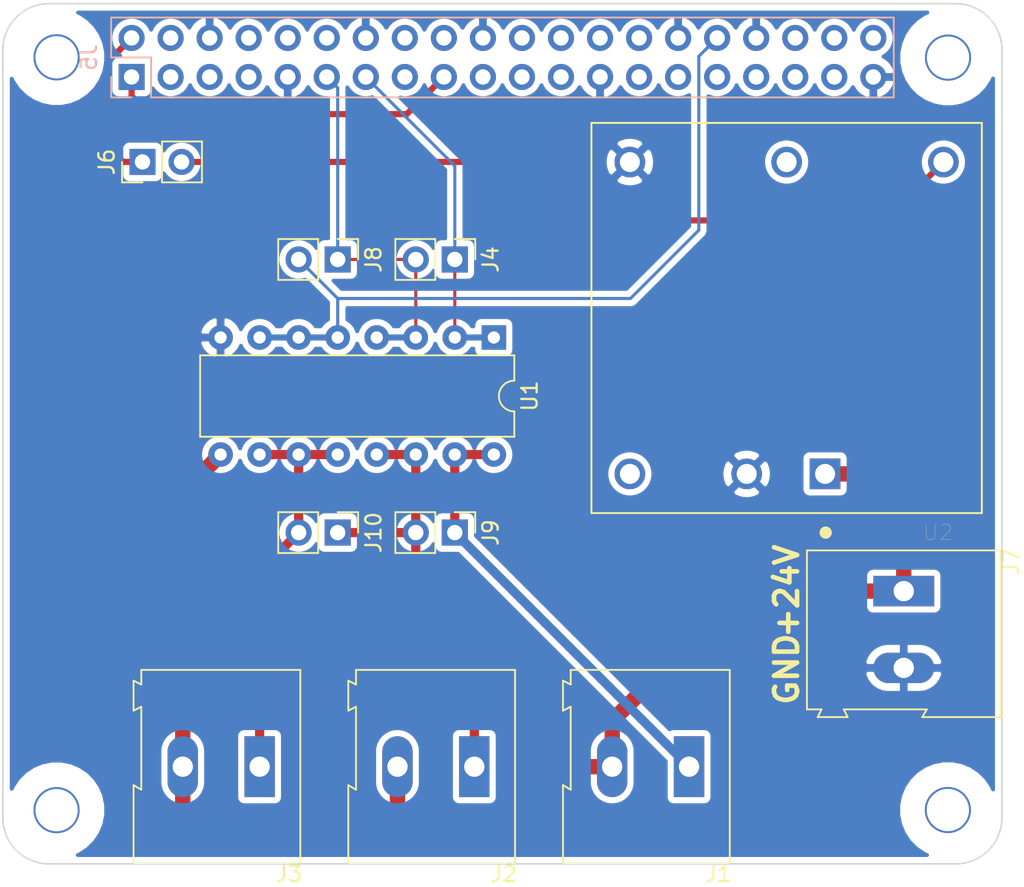
<source format=kicad_pcb>
(kicad_pcb (version 20171130) (host pcbnew "(5.1.5)-3")

  (general
    (thickness 1.6)
    (drawings 56)
    (tracks 67)
    (zones 0)
    (modules 16)
    (nets 39)
  )

  (page A4)
  (layers
    (0 F.Cu signal)
    (1 In1.Cu signal hide)
    (2 In2.Cu signal hide)
    (31 B.Cu signal)
    (32 B.Adhes user)
    (33 F.Adhes user)
    (34 B.Paste user)
    (35 F.Paste user)
    (36 B.SilkS user hide)
    (37 F.SilkS user)
    (38 B.Mask user)
    (39 F.Mask user)
    (40 Dwgs.User user)
    (41 Cmts.User user hide)
    (42 Eco1.User user hide)
    (43 Eco2.User user hide)
    (44 Edge.Cuts user)
    (45 Margin user)
    (46 B.CrtYd user)
    (47 F.CrtYd user)
    (48 B.Fab user)
    (49 F.Fab user)
  )

  (setup
    (last_trace_width 0.4)
    (user_trace_width 0.15)
    (user_trace_width 0.2)
    (user_trace_width 0.25)
    (user_trace_width 0.4)
    (user_trace_width 0.5)
    (user_trace_width 0.6)
    (user_trace_width 1)
    (user_trace_width 2)
    (trace_clearance 0.2)
    (zone_clearance 0.2)
    (zone_45_only yes)
    (trace_min 0.15)
    (via_size 0.4)
    (via_drill 0.2)
    (via_min_size 0.4)
    (via_min_drill 0.2)
    (uvia_size 0.3)
    (uvia_drill 0.1)
    (uvias_allowed no)
    (uvia_min_size 0.2)
    (uvia_min_drill 0.1)
    (edge_width 0.15)
    (segment_width 0.15)
    (pcb_text_width 0.3)
    (pcb_text_size 1.5 1.5)
    (mod_edge_width 0.15)
    (mod_text_size 0.6 0.6)
    (mod_text_width 0.09)
    (pad_size 1.524 1.524)
    (pad_drill 0.762)
    (pad_to_mask_clearance 0.1)
    (aux_axis_origin 0 0)
    (visible_elements 7FFFFE3F)
    (pcbplotparams
      (layerselection 0x010f8_80000007)
      (usegerberextensions false)
      (usegerberattributes false)
      (usegerberadvancedattributes false)
      (creategerberjobfile false)
      (excludeedgelayer false)
      (linewidth 0.100000)
      (plotframeref false)
      (viasonmask false)
      (mode 1)
      (useauxorigin false)
      (hpglpennumber 1)
      (hpglpenspeed 20)
      (hpglpendiameter 15.000000)
      (psnegative false)
      (psa4output false)
      (plotreference true)
      (plotvalue false)
      (plotinvisibletext false)
      (padsonsilk true)
      (subtractmaskfromsilk false)
      (outputformat 1)
      (mirror false)
      (drillshape 0)
      (scaleselection 1)
      (outputdirectory "prod"))
  )

  (net 0 "")
  (net 1 GND)
  (net 2 "Net-(J1-Pad1)")
  (net 3 +24V)
  (net 4 +3V3)
  (net 5 +5V)
  (net 6 BCM17)
  (net 7 BCM27)
  (net 8 BCM12)
  (net 9 "Net-(U2-Pad4)")
  (net 10 "Net-(U2-Pad6)")
  (net 11 "Net-(J5-Pad3)")
  (net 12 "Net-(J5-Pad5)")
  (net 13 "Net-(J5-Pad7)")
  (net 14 "Net-(J5-Pad8)")
  (net 15 "Net-(J5-Pad10)")
  (net 16 "Net-(J5-Pad12)")
  (net 17 "Net-(J5-Pad18)")
  (net 18 "Net-(J5-Pad19)")
  (net 19 "Net-(J5-Pad21)")
  (net 20 "Net-(J5-Pad22)")
  (net 21 "Net-(J5-Pad23)")
  (net 22 "Net-(J5-Pad24)")
  (net 23 "Net-(J5-Pad26)")
  (net 24 "Net-(J5-Pad27)")
  (net 25 "Net-(J5-Pad28)")
  (net 26 "Net-(J5-Pad29)")
  (net 27 "Net-(J5-Pad31)")
  (net 28 "Net-(J5-Pad35)")
  (net 29 "Net-(J5-Pad36)")
  (net 30 "Net-(J5-Pad37)")
  (net 31 "Net-(J5-Pad38)")
  (net 32 "Net-(J5-Pad40)")
  (net 33 "Net-(J5-Pad15)")
  (net 34 "Net-(J5-Pad16)")
  (net 35 "Net-(J5-Pad33)")
  (net 36 "Net-(J6-Pad2)")
  (net 37 "Net-(J10-Pad1)")
  (net 38 "Net-(J10-Pad2)")

  (net_class Default "This is the default net class."
    (clearance 0.2)
    (trace_width 0.15)
    (via_dia 0.4)
    (via_drill 0.2)
    (uvia_dia 0.3)
    (uvia_drill 0.1)
    (add_net +24V)
    (add_net +3V3)
    (add_net +5V)
    (add_net BCM12)
    (add_net BCM17)
    (add_net BCM27)
    (add_net GND)
    (add_net "Net-(J1-Pad1)")
    (add_net "Net-(J10-Pad1)")
    (add_net "Net-(J10-Pad2)")
    (add_net "Net-(J5-Pad10)")
    (add_net "Net-(J5-Pad12)")
    (add_net "Net-(J5-Pad15)")
    (add_net "Net-(J5-Pad16)")
    (add_net "Net-(J5-Pad18)")
    (add_net "Net-(J5-Pad19)")
    (add_net "Net-(J5-Pad21)")
    (add_net "Net-(J5-Pad22)")
    (add_net "Net-(J5-Pad23)")
    (add_net "Net-(J5-Pad24)")
    (add_net "Net-(J5-Pad26)")
    (add_net "Net-(J5-Pad27)")
    (add_net "Net-(J5-Pad28)")
    (add_net "Net-(J5-Pad29)")
    (add_net "Net-(J5-Pad3)")
    (add_net "Net-(J5-Pad31)")
    (add_net "Net-(J5-Pad33)")
    (add_net "Net-(J5-Pad35)")
    (add_net "Net-(J5-Pad36)")
    (add_net "Net-(J5-Pad37)")
    (add_net "Net-(J5-Pad38)")
    (add_net "Net-(J5-Pad40)")
    (add_net "Net-(J5-Pad5)")
    (add_net "Net-(J5-Pad7)")
    (add_net "Net-(J5-Pad8)")
    (add_net "Net-(J6-Pad2)")
    (add_net "Net-(U2-Pad4)")
    (add_net "Net-(U2-Pad6)")
  )

  (module Package_DIP:DIP-16_W7.62mm (layer F.Cu) (tedit 5A02E8C5) (tstamp 5EBDF355)
    (at 110.49 82.55 270)
    (descr "16-lead though-hole mounted DIP package, row spacing 7.62 mm (300 mils)")
    (tags "THT DIP DIL PDIP 2.54mm 7.62mm 300mil")
    (path /5EBC03CF)
    (fp_text reference U1 (at 3.81 -2.33 90) (layer F.SilkS)
      (effects (font (size 1 1) (thickness 0.15)))
    )
    (fp_text value ULN2003A (at 3.81 20.11 90) (layer F.Fab)
      (effects (font (size 1 1) (thickness 0.15)))
    )
    (fp_arc (start 3.81 -1.33) (end 2.81 -1.33) (angle -180) (layer F.SilkS) (width 0.12))
    (fp_line (start 1.635 -1.27) (end 6.985 -1.27) (layer F.Fab) (width 0.1))
    (fp_line (start 6.985 -1.27) (end 6.985 19.05) (layer F.Fab) (width 0.1))
    (fp_line (start 6.985 19.05) (end 0.635 19.05) (layer F.Fab) (width 0.1))
    (fp_line (start 0.635 19.05) (end 0.635 -0.27) (layer F.Fab) (width 0.1))
    (fp_line (start 0.635 -0.27) (end 1.635 -1.27) (layer F.Fab) (width 0.1))
    (fp_line (start 2.81 -1.33) (end 1.16 -1.33) (layer F.SilkS) (width 0.12))
    (fp_line (start 1.16 -1.33) (end 1.16 19.11) (layer F.SilkS) (width 0.12))
    (fp_line (start 1.16 19.11) (end 6.46 19.11) (layer F.SilkS) (width 0.12))
    (fp_line (start 6.46 19.11) (end 6.46 -1.33) (layer F.SilkS) (width 0.12))
    (fp_line (start 6.46 -1.33) (end 4.81 -1.33) (layer F.SilkS) (width 0.12))
    (fp_line (start -1.1 -1.55) (end -1.1 19.3) (layer F.CrtYd) (width 0.05))
    (fp_line (start -1.1 19.3) (end 8.7 19.3) (layer F.CrtYd) (width 0.05))
    (fp_line (start 8.7 19.3) (end 8.7 -1.55) (layer F.CrtYd) (width 0.05))
    (fp_line (start 8.7 -1.55) (end -1.1 -1.55) (layer F.CrtYd) (width 0.05))
    (fp_text user %R (at 3.81 8.89 90) (layer F.Fab)
      (effects (font (size 1 1) (thickness 0.15)))
    )
    (pad 1 thru_hole rect (at 0 0 270) (size 1.6 1.6) (drill 0.8) (layers *.Cu *.Mask)
      (net 7 BCM27))
    (pad 9 thru_hole oval (at 7.62 17.78 270) (size 1.6 1.6) (drill 0.8) (layers *.Cu *.Mask)
      (net 3 +24V))
    (pad 2 thru_hole oval (at 0 2.54 270) (size 1.6 1.6) (drill 0.8) (layers *.Cu *.Mask)
      (net 7 BCM27))
    (pad 10 thru_hole oval (at 7.62 15.24 270) (size 1.6 1.6) (drill 0.8) (layers *.Cu *.Mask)
      (net 38 "Net-(J10-Pad2)"))
    (pad 3 thru_hole oval (at 0 5.08 270) (size 1.6 1.6) (drill 0.8) (layers *.Cu *.Mask)
      (net 6 BCM17))
    (pad 11 thru_hole oval (at 7.62 12.7 270) (size 1.6 1.6) (drill 0.8) (layers *.Cu *.Mask)
      (net 38 "Net-(J10-Pad2)"))
    (pad 4 thru_hole oval (at 0 7.62 270) (size 1.6 1.6) (drill 0.8) (layers *.Cu *.Mask)
      (net 6 BCM17))
    (pad 12 thru_hole oval (at 7.62 10.16 270) (size 1.6 1.6) (drill 0.8) (layers *.Cu *.Mask)
      (net 38 "Net-(J10-Pad2)"))
    (pad 5 thru_hole oval (at 0 10.16 270) (size 1.6 1.6) (drill 0.8) (layers *.Cu *.Mask)
      (net 8 BCM12))
    (pad 13 thru_hole oval (at 7.62 7.62 270) (size 1.6 1.6) (drill 0.8) (layers *.Cu *.Mask)
      (net 37 "Net-(J10-Pad1)"))
    (pad 6 thru_hole oval (at 0 12.7 270) (size 1.6 1.6) (drill 0.8) (layers *.Cu *.Mask)
      (net 8 BCM12))
    (pad 14 thru_hole oval (at 7.62 5.08 270) (size 1.6 1.6) (drill 0.8) (layers *.Cu *.Mask)
      (net 37 "Net-(J10-Pad1)"))
    (pad 7 thru_hole oval (at 0 15.24 270) (size 1.6 1.6) (drill 0.8) (layers *.Cu *.Mask)
      (net 8 BCM12))
    (pad 15 thru_hole oval (at 7.62 2.54 270) (size 1.6 1.6) (drill 0.8) (layers *.Cu *.Mask)
      (net 2 "Net-(J1-Pad1)"))
    (pad 8 thru_hole oval (at 0 17.78 270) (size 1.6 1.6) (drill 0.8) (layers *.Cu *.Mask)
      (net 1 GND))
    (pad 16 thru_hole oval (at 7.62 0 270) (size 1.6 1.6) (drill 0.8) (layers *.Cu *.Mask)
      (net 2 "Net-(J1-Pad1)"))
    (model ${KISYS3DMOD}/Package_DIP.3dshapes/DIP-16_W7.62mm.wrl
      (at (xyz 0 0 0))
      (scale (xyz 1 1 1))
      (rotate (xyz 0 0 0))
    )
  )

  (module Connector_PinSocket_2.54mm:PinSocket_2x20_P2.54mm_Vertical locked (layer B.Cu) (tedit 5A19A433) (tstamp 5A78A50E)
    (at 86.92 65.59 270)
    (descr "Through hole straight socket strip, 2x20, 2.54mm pitch, double cols (from Kicad 4.0.7), script generated")
    (tags "Through hole socket strip THT 2x20 2.54mm double row")
    (path /58DFC771)
    (fp_text reference J5 (at -1.27 2.77 270) (layer B.SilkS)
      (effects (font (size 1 1) (thickness 0.15)) (justify mirror))
    )
    (fp_text value 40HAT (at -1.27 -51.03 270) (layer B.Fab)
      (effects (font (size 0.6 0.6) (thickness 0.09)) (justify mirror))
    )
    (fp_line (start -3.81 1.27) (end 0.27 1.27) (layer B.Fab) (width 0.1))
    (fp_line (start 0.27 1.27) (end 1.27 0.27) (layer B.Fab) (width 0.1))
    (fp_line (start 1.27 0.27) (end 1.27 -49.53) (layer B.Fab) (width 0.1))
    (fp_line (start 1.27 -49.53) (end -3.81 -49.53) (layer B.Fab) (width 0.1))
    (fp_line (start -3.81 -49.53) (end -3.81 1.27) (layer B.Fab) (width 0.1))
    (fp_line (start -3.87 1.33) (end -1.27 1.33) (layer B.SilkS) (width 0.12))
    (fp_line (start -3.87 1.33) (end -3.87 -49.59) (layer B.SilkS) (width 0.12))
    (fp_line (start -3.87 -49.59) (end 1.33 -49.59) (layer B.SilkS) (width 0.12))
    (fp_line (start 1.33 -1.27) (end 1.33 -49.59) (layer B.SilkS) (width 0.12))
    (fp_line (start -1.27 -1.27) (end 1.33 -1.27) (layer B.SilkS) (width 0.12))
    (fp_line (start -1.27 1.33) (end -1.27 -1.27) (layer B.SilkS) (width 0.12))
    (fp_line (start 1.33 1.33) (end 1.33 0) (layer B.SilkS) (width 0.12))
    (fp_line (start 0 1.33) (end 1.33 1.33) (layer B.SilkS) (width 0.12))
    (fp_line (start -4.34 1.8) (end 1.76 1.8) (layer B.CrtYd) (width 0.05))
    (fp_line (start 1.76 1.8) (end 1.76 -50) (layer B.CrtYd) (width 0.05))
    (fp_line (start 1.76 -50) (end -4.34 -50) (layer B.CrtYd) (width 0.05))
    (fp_line (start -4.34 -50) (end -4.34 1.8) (layer B.CrtYd) (width 0.05))
    (fp_text user %R (at -1.27 -24.13 180) (layer B.Fab)
      (effects (font (size 1 1) (thickness 0.15)) (justify mirror))
    )
    (pad 1 thru_hole rect (at 0 0 270) (size 1.7 1.7) (drill 1) (layers *.Cu *.Mask)
      (net 4 +3V3))
    (pad 2 thru_hole oval (at -2.54 0 270) (size 1.7 1.7) (drill 1) (layers *.Cu *.Mask)
      (net 5 +5V))
    (pad 3 thru_hole oval (at 0 -2.54 270) (size 1.7 1.7) (drill 1) (layers *.Cu *.Mask)
      (net 11 "Net-(J5-Pad3)"))
    (pad 4 thru_hole oval (at -2.54 -2.54 270) (size 1.7 1.7) (drill 1) (layers *.Cu *.Mask)
      (net 5 +5V))
    (pad 5 thru_hole oval (at 0 -5.08 270) (size 1.7 1.7) (drill 1) (layers *.Cu *.Mask)
      (net 12 "Net-(J5-Pad5)"))
    (pad 6 thru_hole oval (at -2.54 -5.08 270) (size 1.7 1.7) (drill 1) (layers *.Cu *.Mask)
      (net 1 GND))
    (pad 7 thru_hole oval (at 0 -7.62 270) (size 1.7 1.7) (drill 1) (layers *.Cu *.Mask)
      (net 13 "Net-(J5-Pad7)"))
    (pad 8 thru_hole oval (at -2.54 -7.62 270) (size 1.7 1.7) (drill 1) (layers *.Cu *.Mask)
      (net 14 "Net-(J5-Pad8)"))
    (pad 9 thru_hole oval (at 0 -10.16 270) (size 1.7 1.7) (drill 1) (layers *.Cu *.Mask)
      (net 1 GND))
    (pad 10 thru_hole oval (at -2.54 -10.16 270) (size 1.7 1.7) (drill 1) (layers *.Cu *.Mask)
      (net 15 "Net-(J5-Pad10)"))
    (pad 11 thru_hole oval (at 0 -12.7 270) (size 1.7 1.7) (drill 1) (layers *.Cu *.Mask)
      (net 6 BCM17))
    (pad 12 thru_hole oval (at -2.54 -12.7 270) (size 1.7 1.7) (drill 1) (layers *.Cu *.Mask)
      (net 16 "Net-(J5-Pad12)"))
    (pad 13 thru_hole oval (at 0 -15.24 270) (size 1.7 1.7) (drill 1) (layers *.Cu *.Mask)
      (net 7 BCM27))
    (pad 14 thru_hole oval (at -2.54 -15.24 270) (size 1.7 1.7) (drill 1) (layers *.Cu *.Mask)
      (net 1 GND))
    (pad 15 thru_hole oval (at 0 -17.78 270) (size 1.7 1.7) (drill 1) (layers *.Cu *.Mask)
      (net 33 "Net-(J5-Pad15)"))
    (pad 16 thru_hole oval (at -2.54 -17.78 270) (size 1.7 1.7) (drill 1) (layers *.Cu *.Mask)
      (net 34 "Net-(J5-Pad16)"))
    (pad 17 thru_hole oval (at 0 -20.32 270) (size 1.7 1.7) (drill 1) (layers *.Cu *.Mask)
      (net 4 +3V3))
    (pad 18 thru_hole oval (at -2.54 -20.32 270) (size 1.7 1.7) (drill 1) (layers *.Cu *.Mask)
      (net 17 "Net-(J5-Pad18)"))
    (pad 19 thru_hole oval (at 0 -22.86 270) (size 1.7 1.7) (drill 1) (layers *.Cu *.Mask)
      (net 18 "Net-(J5-Pad19)"))
    (pad 20 thru_hole oval (at -2.54 -22.86 270) (size 1.7 1.7) (drill 1) (layers *.Cu *.Mask)
      (net 1 GND))
    (pad 21 thru_hole oval (at 0 -25.4 270) (size 1.7 1.7) (drill 1) (layers *.Cu *.Mask)
      (net 19 "Net-(J5-Pad21)"))
    (pad 22 thru_hole oval (at -2.54 -25.4 270) (size 1.7 1.7) (drill 1) (layers *.Cu *.Mask)
      (net 20 "Net-(J5-Pad22)"))
    (pad 23 thru_hole oval (at 0 -27.94 270) (size 1.7 1.7) (drill 1) (layers *.Cu *.Mask)
      (net 21 "Net-(J5-Pad23)"))
    (pad 24 thru_hole oval (at -2.54 -27.94 270) (size 1.7 1.7) (drill 1) (layers *.Cu *.Mask)
      (net 22 "Net-(J5-Pad24)"))
    (pad 25 thru_hole oval (at 0 -30.48 270) (size 1.7 1.7) (drill 1) (layers *.Cu *.Mask)
      (net 1 GND))
    (pad 26 thru_hole oval (at -2.54 -30.48 270) (size 1.7 1.7) (drill 1) (layers *.Cu *.Mask)
      (net 23 "Net-(J5-Pad26)"))
    (pad 27 thru_hole oval (at 0 -33.02 270) (size 1.7 1.7) (drill 1) (layers *.Cu *.Mask)
      (net 24 "Net-(J5-Pad27)"))
    (pad 28 thru_hole oval (at -2.54 -33.02 270) (size 1.7 1.7) (drill 1) (layers *.Cu *.Mask)
      (net 25 "Net-(J5-Pad28)"))
    (pad 29 thru_hole oval (at 0 -35.56 270) (size 1.7 1.7) (drill 1) (layers *.Cu *.Mask)
      (net 26 "Net-(J5-Pad29)"))
    (pad 30 thru_hole oval (at -2.54 -35.56 270) (size 1.7 1.7) (drill 1) (layers *.Cu *.Mask)
      (net 1 GND))
    (pad 31 thru_hole oval (at 0 -38.1 270) (size 1.7 1.7) (drill 1) (layers *.Cu *.Mask)
      (net 27 "Net-(J5-Pad31)"))
    (pad 32 thru_hole oval (at -2.54 -38.1 270) (size 1.7 1.7) (drill 1) (layers *.Cu *.Mask)
      (net 8 BCM12))
    (pad 33 thru_hole oval (at 0 -40.64 270) (size 1.7 1.7) (drill 1) (layers *.Cu *.Mask)
      (net 35 "Net-(J5-Pad33)"))
    (pad 34 thru_hole oval (at -2.54 -40.64 270) (size 1.7 1.7) (drill 1) (layers *.Cu *.Mask)
      (net 1 GND))
    (pad 35 thru_hole oval (at 0 -43.18 270) (size 1.7 1.7) (drill 1) (layers *.Cu *.Mask)
      (net 28 "Net-(J5-Pad35)"))
    (pad 36 thru_hole oval (at -2.54 -43.18 270) (size 1.7 1.7) (drill 1) (layers *.Cu *.Mask)
      (net 29 "Net-(J5-Pad36)"))
    (pad 37 thru_hole oval (at 0 -45.72 270) (size 1.7 1.7) (drill 1) (layers *.Cu *.Mask)
      (net 30 "Net-(J5-Pad37)"))
    (pad 38 thru_hole oval (at -2.54 -45.72 270) (size 1.7 1.7) (drill 1) (layers *.Cu *.Mask)
      (net 31 "Net-(J5-Pad38)"))
    (pad 39 thru_hole oval (at 0 -48.26 270) (size 1.7 1.7) (drill 1) (layers *.Cu *.Mask)
      (net 1 GND))
    (pad 40 thru_hole oval (at -2.54 -48.26 270) (size 1.7 1.7) (drill 1) (layers *.Cu *.Mask)
      (net 32 "Net-(J5-Pad40)"))
    (model ${KISYS3DMOD}/Connector_PinSocket_2.54mm.3dshapes/PinSocket_2x20_P2.54mm_Vertical.wrl
      (at (xyz 0 0 0))
      (scale (xyz 1 1 1))
      (rotate (xyz 0 0 0))
    )
  )

  (module project_footprints:NPTH_3mm_ID locked (layer F.Cu) (tedit 5A6D0885) (tstamp 58E3B082)
    (at 82.04 64.31)
    (path /5834BC4A)
    (fp_text reference H1 (at 0.06 0.09) (layer F.SilkS)
      (effects (font (size 1 1) (thickness 0.15)))
    )
    (fp_text value 3mm_Mounting_Hole (at 0 -2.7) (layer F.Fab) hide
      (effects (font (size 0.6 0.6) (thickness 0.09)))
    )
    (pad "" np_thru_hole circle (at 0 0) (size 3 3) (drill 2.75) (layers *.Cu *.Mask)
      (clearance 1.6))
  )

  (module project_footprints:NPTH_3mm_ID locked (layer F.Cu) (tedit 5A6D088A) (tstamp 58E3B086)
    (at 140.04 64.33)
    (path /5834BCDF)
    (fp_text reference H2 (at 0.06 0.09) (layer F.SilkS)
      (effects (font (size 1 1) (thickness 0.15)))
    )
    (fp_text value 3mm_Mounting_Hole (at 0 -2.7) (layer F.Fab) hide
      (effects (font (size 0.6 0.6) (thickness 0.09)))
    )
    (pad "" np_thru_hole circle (at 0 0) (size 3 3) (drill 2.75) (layers *.Cu *.Mask)
      (clearance 1.6))
  )

  (module project_footprints:NPTH_3mm_ID locked (layer F.Cu) (tedit 5A6D0898) (tstamp 58E3B08A)
    (at 82.04 113.32)
    (path /5834BD62)
    (fp_text reference H3 (at 0.06 0.09) (layer F.SilkS)
      (effects (font (size 1 1) (thickness 0.15)))
    )
    (fp_text value 3mm_Mounting_Hole (at 0 -2.7) (layer F.Fab) hide
      (effects (font (size 0.6 0.6) (thickness 0.09)))
    )
    (pad "" np_thru_hole circle (at 0 0) (size 3 3) (drill 2.75) (layers *.Cu *.Mask)
      (clearance 1.6))
  )

  (module project_footprints:NPTH_3mm_ID locked (layer F.Cu) (tedit 5A6D0891) (tstamp 58E3B08E)
    (at 140.03 113.31)
    (path /5834BDED)
    (fp_text reference H4 (at 0.06 0.09) (layer F.SilkS)
      (effects (font (size 1 1) (thickness 0.15)))
    )
    (fp_text value 3mm_Mounting_Hole (at 0 -2.7) (layer F.Fab) hide
      (effects (font (size 0.6 0.6) (thickness 0.09)))
    )
    (pad "" np_thru_hole circle (at 0 0) (size 3 3) (drill 2.75) (layers *.Cu *.Mask)
      (clearance 1.6))
  )

  (module TerminalBlock:TerminalBlock_Altech_AK300-2_P5.00mm (layer F.Cu) (tedit 59FF0306) (tstamp 5EBC8226)
    (at 123.19 110.49 180)
    (descr "Altech AK300 terminal block, pitch 5.0mm, 45 degree angled, see http://www.mouser.com/ds/2/16/PCBMETRC-24178.pdf")
    (tags "Altech AK300 terminal block pitch 5.0mm")
    (path /5EBC4434)
    (fp_text reference J1 (at -1.92 -6.99) (layer F.SilkS)
      (effects (font (size 1 1) (thickness 0.15)))
    )
    (fp_text value Screw_Terminal_01x02 (at 2.78 7.75) (layer F.Fab)
      (effects (font (size 1 1) (thickness 0.15)))
    )
    (fp_text user %R (at 2.5 -2) (layer F.Fab)
      (effects (font (size 1 1) (thickness 0.15)))
    )
    (fp_line (start -2.65 -6.3) (end -2.65 6.3) (layer F.SilkS) (width 0.12))
    (fp_line (start -2.65 6.3) (end 7.7 6.3) (layer F.SilkS) (width 0.12))
    (fp_line (start 7.7 6.3) (end 7.7 5.35) (layer F.SilkS) (width 0.12))
    (fp_line (start 7.7 5.35) (end 8.2 5.6) (layer F.SilkS) (width 0.12))
    (fp_line (start 8.2 5.6) (end 8.2 3.7) (layer F.SilkS) (width 0.12))
    (fp_line (start 8.2 3.7) (end 8.2 3.65) (layer F.SilkS) (width 0.12))
    (fp_line (start 8.2 3.65) (end 7.7 3.9) (layer F.SilkS) (width 0.12))
    (fp_line (start 7.7 3.9) (end 7.7 -1.5) (layer F.SilkS) (width 0.12))
    (fp_line (start 7.7 -1.5) (end 8.2 -1.2) (layer F.SilkS) (width 0.12))
    (fp_line (start 8.2 -1.2) (end 8.2 -6.3) (layer F.SilkS) (width 0.12))
    (fp_line (start 8.2 -6.3) (end -2.65 -6.3) (layer F.SilkS) (width 0.12))
    (fp_line (start -1.26 2.54) (end 1.28 2.54) (layer F.Fab) (width 0.1))
    (fp_line (start 1.28 2.54) (end 1.28 -0.25) (layer F.Fab) (width 0.1))
    (fp_line (start -1.26 -0.25) (end 1.28 -0.25) (layer F.Fab) (width 0.1))
    (fp_line (start -1.26 2.54) (end -1.26 -0.25) (layer F.Fab) (width 0.1))
    (fp_line (start 3.74 2.54) (end 6.28 2.54) (layer F.Fab) (width 0.1))
    (fp_line (start 6.28 2.54) (end 6.28 -0.25) (layer F.Fab) (width 0.1))
    (fp_line (start 3.74 -0.25) (end 6.28 -0.25) (layer F.Fab) (width 0.1))
    (fp_line (start 3.74 2.54) (end 3.74 -0.25) (layer F.Fab) (width 0.1))
    (fp_line (start 7.61 -6.22) (end 7.61 -3.17) (layer F.Fab) (width 0.1))
    (fp_line (start 7.61 -6.22) (end -2.58 -6.22) (layer F.Fab) (width 0.1))
    (fp_line (start 7.61 -6.22) (end 8.11 -6.22) (layer F.Fab) (width 0.1))
    (fp_line (start 8.11 -6.22) (end 8.11 -1.4) (layer F.Fab) (width 0.1))
    (fp_line (start 8.11 -1.4) (end 7.61 -1.65) (layer F.Fab) (width 0.1))
    (fp_line (start 8.11 5.46) (end 7.61 5.21) (layer F.Fab) (width 0.1))
    (fp_line (start 7.61 5.21) (end 7.61 6.22) (layer F.Fab) (width 0.1))
    (fp_line (start 8.11 3.81) (end 7.61 4.06) (layer F.Fab) (width 0.1))
    (fp_line (start 7.61 4.06) (end 7.61 5.21) (layer F.Fab) (width 0.1))
    (fp_line (start 8.11 3.81) (end 8.11 5.46) (layer F.Fab) (width 0.1))
    (fp_line (start 2.98 6.22) (end 2.98 4.32) (layer F.Fab) (width 0.1))
    (fp_line (start 7.05 -0.25) (end 7.05 4.32) (layer F.Fab) (width 0.1))
    (fp_line (start 2.98 6.22) (end 7.05 6.22) (layer F.Fab) (width 0.1))
    (fp_line (start 7.05 6.22) (end 7.61 6.22) (layer F.Fab) (width 0.1))
    (fp_line (start 2.04 6.22) (end 2.04 4.32) (layer F.Fab) (width 0.1))
    (fp_line (start 2.04 6.22) (end 2.98 6.22) (layer F.Fab) (width 0.1))
    (fp_line (start -2.02 -0.25) (end -2.02 4.32) (layer F.Fab) (width 0.1))
    (fp_line (start -2.58 6.22) (end -2.02 6.22) (layer F.Fab) (width 0.1))
    (fp_line (start -2.02 6.22) (end 2.04 6.22) (layer F.Fab) (width 0.1))
    (fp_line (start 2.98 4.32) (end 7.05 4.32) (layer F.Fab) (width 0.1))
    (fp_line (start 2.98 4.32) (end 2.98 -0.25) (layer F.Fab) (width 0.1))
    (fp_line (start 7.05 4.32) (end 7.05 6.22) (layer F.Fab) (width 0.1))
    (fp_line (start 2.04 4.32) (end -2.02 4.32) (layer F.Fab) (width 0.1))
    (fp_line (start 2.04 4.32) (end 2.04 -0.25) (layer F.Fab) (width 0.1))
    (fp_line (start -2.02 4.32) (end -2.02 6.22) (layer F.Fab) (width 0.1))
    (fp_line (start 6.67 3.68) (end 6.67 0.51) (layer F.Fab) (width 0.1))
    (fp_line (start 6.67 3.68) (end 3.36 3.68) (layer F.Fab) (width 0.1))
    (fp_line (start 3.36 3.68) (end 3.36 0.51) (layer F.Fab) (width 0.1))
    (fp_line (start 1.66 3.68) (end 1.66 0.51) (layer F.Fab) (width 0.1))
    (fp_line (start 1.66 3.68) (end -1.64 3.68) (layer F.Fab) (width 0.1))
    (fp_line (start -1.64 3.68) (end -1.64 0.51) (layer F.Fab) (width 0.1))
    (fp_line (start -1.64 0.51) (end -1.26 0.51) (layer F.Fab) (width 0.1))
    (fp_line (start 1.66 0.51) (end 1.28 0.51) (layer F.Fab) (width 0.1))
    (fp_line (start 3.36 0.51) (end 3.74 0.51) (layer F.Fab) (width 0.1))
    (fp_line (start 6.67 0.51) (end 6.28 0.51) (layer F.Fab) (width 0.1))
    (fp_line (start -2.58 6.22) (end -2.58 -0.64) (layer F.Fab) (width 0.1))
    (fp_line (start -2.58 -0.64) (end -2.58 -3.17) (layer F.Fab) (width 0.1))
    (fp_line (start 7.61 -1.65) (end 7.61 -0.64) (layer F.Fab) (width 0.1))
    (fp_line (start 7.61 -0.64) (end 7.61 4.06) (layer F.Fab) (width 0.1))
    (fp_line (start -2.58 -3.17) (end 7.61 -3.17) (layer F.Fab) (width 0.1))
    (fp_line (start -2.58 -3.17) (end -2.58 -6.22) (layer F.Fab) (width 0.1))
    (fp_line (start 7.61 -3.17) (end 7.61 -1.65) (layer F.Fab) (width 0.1))
    (fp_line (start 2.98 -3.43) (end 2.98 -5.97) (layer F.Fab) (width 0.1))
    (fp_line (start 2.98 -5.97) (end 7.05 -5.97) (layer F.Fab) (width 0.1))
    (fp_line (start 7.05 -5.97) (end 7.05 -3.43) (layer F.Fab) (width 0.1))
    (fp_line (start 7.05 -3.43) (end 2.98 -3.43) (layer F.Fab) (width 0.1))
    (fp_line (start 2.04 -3.43) (end 2.04 -5.97) (layer F.Fab) (width 0.1))
    (fp_line (start 2.04 -3.43) (end -2.02 -3.43) (layer F.Fab) (width 0.1))
    (fp_line (start -2.02 -3.43) (end -2.02 -5.97) (layer F.Fab) (width 0.1))
    (fp_line (start 2.04 -5.97) (end -2.02 -5.97) (layer F.Fab) (width 0.1))
    (fp_line (start 3.39 -4.45) (end 6.44 -5.08) (layer F.Fab) (width 0.1))
    (fp_line (start 3.52 -4.32) (end 6.56 -4.95) (layer F.Fab) (width 0.1))
    (fp_line (start -1.62 -4.45) (end 1.44 -5.08) (layer F.Fab) (width 0.1))
    (fp_line (start -1.49 -4.32) (end 1.56 -4.95) (layer F.Fab) (width 0.1))
    (fp_line (start -2.02 -0.25) (end -1.64 -0.25) (layer F.Fab) (width 0.1))
    (fp_line (start 2.04 -0.25) (end 1.66 -0.25) (layer F.Fab) (width 0.1))
    (fp_line (start 1.66 -0.25) (end -1.64 -0.25) (layer F.Fab) (width 0.1))
    (fp_line (start -2.58 -0.64) (end -1.64 -0.64) (layer F.Fab) (width 0.1))
    (fp_line (start -1.64 -0.64) (end 1.66 -0.64) (layer F.Fab) (width 0.1))
    (fp_line (start 1.66 -0.64) (end 3.36 -0.64) (layer F.Fab) (width 0.1))
    (fp_line (start 7.61 -0.64) (end 6.67 -0.64) (layer F.Fab) (width 0.1))
    (fp_line (start 6.67 -0.64) (end 3.36 -0.64) (layer F.Fab) (width 0.1))
    (fp_line (start 7.05 -0.25) (end 6.67 -0.25) (layer F.Fab) (width 0.1))
    (fp_line (start 2.98 -0.25) (end 3.36 -0.25) (layer F.Fab) (width 0.1))
    (fp_line (start 3.36 -0.25) (end 6.67 -0.25) (layer F.Fab) (width 0.1))
    (fp_line (start -2.83 -6.47) (end 8.36 -6.47) (layer F.CrtYd) (width 0.05))
    (fp_line (start -2.83 -6.47) (end -2.83 6.47) (layer F.CrtYd) (width 0.05))
    (fp_line (start 8.36 6.47) (end 8.36 -6.47) (layer F.CrtYd) (width 0.05))
    (fp_line (start 8.36 6.47) (end -2.83 6.47) (layer F.CrtYd) (width 0.05))
    (fp_arc (start 6.03 -4.59) (end 6.54 -5.05) (angle 90.5) (layer F.Fab) (width 0.1))
    (fp_arc (start 5.07 -6.07) (end 6.53 -4.12) (angle 75.5) (layer F.Fab) (width 0.1))
    (fp_arc (start 4.99 -3.71) (end 3.39 -5) (angle 100) (layer F.Fab) (width 0.1))
    (fp_arc (start 3.87 -4.65) (end 3.58 -4.13) (angle 104.2) (layer F.Fab) (width 0.1))
    (fp_arc (start 1.03 -4.59) (end 1.53 -5.05) (angle 90.5) (layer F.Fab) (width 0.1))
    (fp_arc (start 0.06 -6.07) (end 1.53 -4.12) (angle 75.5) (layer F.Fab) (width 0.1))
    (fp_arc (start -0.01 -3.71) (end -1.62 -5) (angle 100) (layer F.Fab) (width 0.1))
    (fp_arc (start -1.13 -4.65) (end -1.42 -4.13) (angle 104.2) (layer F.Fab) (width 0.1))
    (pad 1 thru_hole rect (at 0 0 180) (size 1.98 3.96) (drill 1.32) (layers *.Cu *.Mask)
      (net 2 "Net-(J1-Pad1)"))
    (pad 2 thru_hole oval (at 5 0 180) (size 1.98 3.96) (drill 1.32) (layers *.Cu *.Mask)
      (net 3 +24V))
    (model ${KISYS3DMOD}/TerminalBlock.3dshapes/TerminalBlock_Altech_AK300-2_P5.00mm.wrl
      (at (xyz 0 0 0))
      (scale (xyz 1 1 1))
      (rotate (xyz 0 0 0))
    )
  )

  (module TerminalBlock:TerminalBlock_Altech_AK300-2_P5.00mm (layer F.Cu) (tedit 59FF0306) (tstamp 5EBC828D)
    (at 109.22 110.49 180)
    (descr "Altech AK300 terminal block, pitch 5.0mm, 45 degree angled, see http://www.mouser.com/ds/2/16/PCBMETRC-24178.pdf")
    (tags "Altech AK300 terminal block pitch 5.0mm")
    (path /5EBC53DC)
    (fp_text reference J2 (at -1.92 -6.99) (layer F.SilkS)
      (effects (font (size 1 1) (thickness 0.15)))
    )
    (fp_text value Screw_Terminal_01x02 (at 2.78 7.75) (layer F.Fab)
      (effects (font (size 1 1) (thickness 0.15)))
    )
    (fp_arc (start -1.13 -4.65) (end -1.42 -4.13) (angle 104.2) (layer F.Fab) (width 0.1))
    (fp_arc (start -0.01 -3.71) (end -1.62 -5) (angle 100) (layer F.Fab) (width 0.1))
    (fp_arc (start 0.06 -6.07) (end 1.53 -4.12) (angle 75.5) (layer F.Fab) (width 0.1))
    (fp_arc (start 1.03 -4.59) (end 1.53 -5.05) (angle 90.5) (layer F.Fab) (width 0.1))
    (fp_arc (start 3.87 -4.65) (end 3.58 -4.13) (angle 104.2) (layer F.Fab) (width 0.1))
    (fp_arc (start 4.99 -3.71) (end 3.39 -5) (angle 100) (layer F.Fab) (width 0.1))
    (fp_arc (start 5.07 -6.07) (end 6.53 -4.12) (angle 75.5) (layer F.Fab) (width 0.1))
    (fp_arc (start 6.03 -4.59) (end 6.54 -5.05) (angle 90.5) (layer F.Fab) (width 0.1))
    (fp_line (start 8.36 6.47) (end -2.83 6.47) (layer F.CrtYd) (width 0.05))
    (fp_line (start 8.36 6.47) (end 8.36 -6.47) (layer F.CrtYd) (width 0.05))
    (fp_line (start -2.83 -6.47) (end -2.83 6.47) (layer F.CrtYd) (width 0.05))
    (fp_line (start -2.83 -6.47) (end 8.36 -6.47) (layer F.CrtYd) (width 0.05))
    (fp_line (start 3.36 -0.25) (end 6.67 -0.25) (layer F.Fab) (width 0.1))
    (fp_line (start 2.98 -0.25) (end 3.36 -0.25) (layer F.Fab) (width 0.1))
    (fp_line (start 7.05 -0.25) (end 6.67 -0.25) (layer F.Fab) (width 0.1))
    (fp_line (start 6.67 -0.64) (end 3.36 -0.64) (layer F.Fab) (width 0.1))
    (fp_line (start 7.61 -0.64) (end 6.67 -0.64) (layer F.Fab) (width 0.1))
    (fp_line (start 1.66 -0.64) (end 3.36 -0.64) (layer F.Fab) (width 0.1))
    (fp_line (start -1.64 -0.64) (end 1.66 -0.64) (layer F.Fab) (width 0.1))
    (fp_line (start -2.58 -0.64) (end -1.64 -0.64) (layer F.Fab) (width 0.1))
    (fp_line (start 1.66 -0.25) (end -1.64 -0.25) (layer F.Fab) (width 0.1))
    (fp_line (start 2.04 -0.25) (end 1.66 -0.25) (layer F.Fab) (width 0.1))
    (fp_line (start -2.02 -0.25) (end -1.64 -0.25) (layer F.Fab) (width 0.1))
    (fp_line (start -1.49 -4.32) (end 1.56 -4.95) (layer F.Fab) (width 0.1))
    (fp_line (start -1.62 -4.45) (end 1.44 -5.08) (layer F.Fab) (width 0.1))
    (fp_line (start 3.52 -4.32) (end 6.56 -4.95) (layer F.Fab) (width 0.1))
    (fp_line (start 3.39 -4.45) (end 6.44 -5.08) (layer F.Fab) (width 0.1))
    (fp_line (start 2.04 -5.97) (end -2.02 -5.97) (layer F.Fab) (width 0.1))
    (fp_line (start -2.02 -3.43) (end -2.02 -5.97) (layer F.Fab) (width 0.1))
    (fp_line (start 2.04 -3.43) (end -2.02 -3.43) (layer F.Fab) (width 0.1))
    (fp_line (start 2.04 -3.43) (end 2.04 -5.97) (layer F.Fab) (width 0.1))
    (fp_line (start 7.05 -3.43) (end 2.98 -3.43) (layer F.Fab) (width 0.1))
    (fp_line (start 7.05 -5.97) (end 7.05 -3.43) (layer F.Fab) (width 0.1))
    (fp_line (start 2.98 -5.97) (end 7.05 -5.97) (layer F.Fab) (width 0.1))
    (fp_line (start 2.98 -3.43) (end 2.98 -5.97) (layer F.Fab) (width 0.1))
    (fp_line (start 7.61 -3.17) (end 7.61 -1.65) (layer F.Fab) (width 0.1))
    (fp_line (start -2.58 -3.17) (end -2.58 -6.22) (layer F.Fab) (width 0.1))
    (fp_line (start -2.58 -3.17) (end 7.61 -3.17) (layer F.Fab) (width 0.1))
    (fp_line (start 7.61 -0.64) (end 7.61 4.06) (layer F.Fab) (width 0.1))
    (fp_line (start 7.61 -1.65) (end 7.61 -0.64) (layer F.Fab) (width 0.1))
    (fp_line (start -2.58 -0.64) (end -2.58 -3.17) (layer F.Fab) (width 0.1))
    (fp_line (start -2.58 6.22) (end -2.58 -0.64) (layer F.Fab) (width 0.1))
    (fp_line (start 6.67 0.51) (end 6.28 0.51) (layer F.Fab) (width 0.1))
    (fp_line (start 3.36 0.51) (end 3.74 0.51) (layer F.Fab) (width 0.1))
    (fp_line (start 1.66 0.51) (end 1.28 0.51) (layer F.Fab) (width 0.1))
    (fp_line (start -1.64 0.51) (end -1.26 0.51) (layer F.Fab) (width 0.1))
    (fp_line (start -1.64 3.68) (end -1.64 0.51) (layer F.Fab) (width 0.1))
    (fp_line (start 1.66 3.68) (end -1.64 3.68) (layer F.Fab) (width 0.1))
    (fp_line (start 1.66 3.68) (end 1.66 0.51) (layer F.Fab) (width 0.1))
    (fp_line (start 3.36 3.68) (end 3.36 0.51) (layer F.Fab) (width 0.1))
    (fp_line (start 6.67 3.68) (end 3.36 3.68) (layer F.Fab) (width 0.1))
    (fp_line (start 6.67 3.68) (end 6.67 0.51) (layer F.Fab) (width 0.1))
    (fp_line (start -2.02 4.32) (end -2.02 6.22) (layer F.Fab) (width 0.1))
    (fp_line (start 2.04 4.32) (end 2.04 -0.25) (layer F.Fab) (width 0.1))
    (fp_line (start 2.04 4.32) (end -2.02 4.32) (layer F.Fab) (width 0.1))
    (fp_line (start 7.05 4.32) (end 7.05 6.22) (layer F.Fab) (width 0.1))
    (fp_line (start 2.98 4.32) (end 2.98 -0.25) (layer F.Fab) (width 0.1))
    (fp_line (start 2.98 4.32) (end 7.05 4.32) (layer F.Fab) (width 0.1))
    (fp_line (start -2.02 6.22) (end 2.04 6.22) (layer F.Fab) (width 0.1))
    (fp_line (start -2.58 6.22) (end -2.02 6.22) (layer F.Fab) (width 0.1))
    (fp_line (start -2.02 -0.25) (end -2.02 4.32) (layer F.Fab) (width 0.1))
    (fp_line (start 2.04 6.22) (end 2.98 6.22) (layer F.Fab) (width 0.1))
    (fp_line (start 2.04 6.22) (end 2.04 4.32) (layer F.Fab) (width 0.1))
    (fp_line (start 7.05 6.22) (end 7.61 6.22) (layer F.Fab) (width 0.1))
    (fp_line (start 2.98 6.22) (end 7.05 6.22) (layer F.Fab) (width 0.1))
    (fp_line (start 7.05 -0.25) (end 7.05 4.32) (layer F.Fab) (width 0.1))
    (fp_line (start 2.98 6.22) (end 2.98 4.32) (layer F.Fab) (width 0.1))
    (fp_line (start 8.11 3.81) (end 8.11 5.46) (layer F.Fab) (width 0.1))
    (fp_line (start 7.61 4.06) (end 7.61 5.21) (layer F.Fab) (width 0.1))
    (fp_line (start 8.11 3.81) (end 7.61 4.06) (layer F.Fab) (width 0.1))
    (fp_line (start 7.61 5.21) (end 7.61 6.22) (layer F.Fab) (width 0.1))
    (fp_line (start 8.11 5.46) (end 7.61 5.21) (layer F.Fab) (width 0.1))
    (fp_line (start 8.11 -1.4) (end 7.61 -1.65) (layer F.Fab) (width 0.1))
    (fp_line (start 8.11 -6.22) (end 8.11 -1.4) (layer F.Fab) (width 0.1))
    (fp_line (start 7.61 -6.22) (end 8.11 -6.22) (layer F.Fab) (width 0.1))
    (fp_line (start 7.61 -6.22) (end -2.58 -6.22) (layer F.Fab) (width 0.1))
    (fp_line (start 7.61 -6.22) (end 7.61 -3.17) (layer F.Fab) (width 0.1))
    (fp_line (start 3.74 2.54) (end 3.74 -0.25) (layer F.Fab) (width 0.1))
    (fp_line (start 3.74 -0.25) (end 6.28 -0.25) (layer F.Fab) (width 0.1))
    (fp_line (start 6.28 2.54) (end 6.28 -0.25) (layer F.Fab) (width 0.1))
    (fp_line (start 3.74 2.54) (end 6.28 2.54) (layer F.Fab) (width 0.1))
    (fp_line (start -1.26 2.54) (end -1.26 -0.25) (layer F.Fab) (width 0.1))
    (fp_line (start -1.26 -0.25) (end 1.28 -0.25) (layer F.Fab) (width 0.1))
    (fp_line (start 1.28 2.54) (end 1.28 -0.25) (layer F.Fab) (width 0.1))
    (fp_line (start -1.26 2.54) (end 1.28 2.54) (layer F.Fab) (width 0.1))
    (fp_line (start 8.2 -6.3) (end -2.65 -6.3) (layer F.SilkS) (width 0.12))
    (fp_line (start 8.2 -1.2) (end 8.2 -6.3) (layer F.SilkS) (width 0.12))
    (fp_line (start 7.7 -1.5) (end 8.2 -1.2) (layer F.SilkS) (width 0.12))
    (fp_line (start 7.7 3.9) (end 7.7 -1.5) (layer F.SilkS) (width 0.12))
    (fp_line (start 8.2 3.65) (end 7.7 3.9) (layer F.SilkS) (width 0.12))
    (fp_line (start 8.2 3.7) (end 8.2 3.65) (layer F.SilkS) (width 0.12))
    (fp_line (start 8.2 5.6) (end 8.2 3.7) (layer F.SilkS) (width 0.12))
    (fp_line (start 7.7 5.35) (end 8.2 5.6) (layer F.SilkS) (width 0.12))
    (fp_line (start 7.7 6.3) (end 7.7 5.35) (layer F.SilkS) (width 0.12))
    (fp_line (start -2.65 6.3) (end 7.7 6.3) (layer F.SilkS) (width 0.12))
    (fp_line (start -2.65 -6.3) (end -2.65 6.3) (layer F.SilkS) (width 0.12))
    (fp_text user %R (at 2.5 -2) (layer F.Fab)
      (effects (font (size 1 1) (thickness 0.15)))
    )
    (pad 2 thru_hole oval (at 5 0 180) (size 1.98 3.96) (drill 1.32) (layers *.Cu *.Mask)
      (net 3 +24V))
    (pad 1 thru_hole rect (at 0 0 180) (size 1.98 3.96) (drill 1.32) (layers *.Cu *.Mask)
      (net 37 "Net-(J10-Pad1)"))
    (model ${KISYS3DMOD}/TerminalBlock.3dshapes/TerminalBlock_Altech_AK300-2_P5.00mm.wrl
      (at (xyz 0 0 0))
      (scale (xyz 1 1 1))
      (rotate (xyz 0 0 0))
    )
  )

  (module TerminalBlock:TerminalBlock_Altech_AK300-2_P5.00mm (layer F.Cu) (tedit 59FF0306) (tstamp 5EBCA376)
    (at 95.25 110.49 180)
    (descr "Altech AK300 terminal block, pitch 5.0mm, 45 degree angled, see http://www.mouser.com/ds/2/16/PCBMETRC-24178.pdf")
    (tags "Altech AK300 terminal block pitch 5.0mm")
    (path /5EBC6173)
    (fp_text reference J3 (at -1.92 -6.99) (layer F.SilkS)
      (effects (font (size 1 1) (thickness 0.15)))
    )
    (fp_text value Screw_Terminal_01x02 (at 2.78 7.75) (layer F.Fab)
      (effects (font (size 1 1) (thickness 0.15)))
    )
    (fp_text user %R (at 2.5 -2) (layer F.Fab)
      (effects (font (size 1 1) (thickness 0.15)))
    )
    (fp_line (start -2.65 -6.3) (end -2.65 6.3) (layer F.SilkS) (width 0.12))
    (fp_line (start -2.65 6.3) (end 7.7 6.3) (layer F.SilkS) (width 0.12))
    (fp_line (start 7.7 6.3) (end 7.7 5.35) (layer F.SilkS) (width 0.12))
    (fp_line (start 7.7 5.35) (end 8.2 5.6) (layer F.SilkS) (width 0.12))
    (fp_line (start 8.2 5.6) (end 8.2 3.7) (layer F.SilkS) (width 0.12))
    (fp_line (start 8.2 3.7) (end 8.2 3.65) (layer F.SilkS) (width 0.12))
    (fp_line (start 8.2 3.65) (end 7.7 3.9) (layer F.SilkS) (width 0.12))
    (fp_line (start 7.7 3.9) (end 7.7 -1.5) (layer F.SilkS) (width 0.12))
    (fp_line (start 7.7 -1.5) (end 8.2 -1.2) (layer F.SilkS) (width 0.12))
    (fp_line (start 8.2 -1.2) (end 8.2 -6.3) (layer F.SilkS) (width 0.12))
    (fp_line (start 8.2 -6.3) (end -2.65 -6.3) (layer F.SilkS) (width 0.12))
    (fp_line (start -1.26 2.54) (end 1.28 2.54) (layer F.Fab) (width 0.1))
    (fp_line (start 1.28 2.54) (end 1.28 -0.25) (layer F.Fab) (width 0.1))
    (fp_line (start -1.26 -0.25) (end 1.28 -0.25) (layer F.Fab) (width 0.1))
    (fp_line (start -1.26 2.54) (end -1.26 -0.25) (layer F.Fab) (width 0.1))
    (fp_line (start 3.74 2.54) (end 6.28 2.54) (layer F.Fab) (width 0.1))
    (fp_line (start 6.28 2.54) (end 6.28 -0.25) (layer F.Fab) (width 0.1))
    (fp_line (start 3.74 -0.25) (end 6.28 -0.25) (layer F.Fab) (width 0.1))
    (fp_line (start 3.74 2.54) (end 3.74 -0.25) (layer F.Fab) (width 0.1))
    (fp_line (start 7.61 -6.22) (end 7.61 -3.17) (layer F.Fab) (width 0.1))
    (fp_line (start 7.61 -6.22) (end -2.58 -6.22) (layer F.Fab) (width 0.1))
    (fp_line (start 7.61 -6.22) (end 8.11 -6.22) (layer F.Fab) (width 0.1))
    (fp_line (start 8.11 -6.22) (end 8.11 -1.4) (layer F.Fab) (width 0.1))
    (fp_line (start 8.11 -1.4) (end 7.61 -1.65) (layer F.Fab) (width 0.1))
    (fp_line (start 8.11 5.46) (end 7.61 5.21) (layer F.Fab) (width 0.1))
    (fp_line (start 7.61 5.21) (end 7.61 6.22) (layer F.Fab) (width 0.1))
    (fp_line (start 8.11 3.81) (end 7.61 4.06) (layer F.Fab) (width 0.1))
    (fp_line (start 7.61 4.06) (end 7.61 5.21) (layer F.Fab) (width 0.1))
    (fp_line (start 8.11 3.81) (end 8.11 5.46) (layer F.Fab) (width 0.1))
    (fp_line (start 2.98 6.22) (end 2.98 4.32) (layer F.Fab) (width 0.1))
    (fp_line (start 7.05 -0.25) (end 7.05 4.32) (layer F.Fab) (width 0.1))
    (fp_line (start 2.98 6.22) (end 7.05 6.22) (layer F.Fab) (width 0.1))
    (fp_line (start 7.05 6.22) (end 7.61 6.22) (layer F.Fab) (width 0.1))
    (fp_line (start 2.04 6.22) (end 2.04 4.32) (layer F.Fab) (width 0.1))
    (fp_line (start 2.04 6.22) (end 2.98 6.22) (layer F.Fab) (width 0.1))
    (fp_line (start -2.02 -0.25) (end -2.02 4.32) (layer F.Fab) (width 0.1))
    (fp_line (start -2.58 6.22) (end -2.02 6.22) (layer F.Fab) (width 0.1))
    (fp_line (start -2.02 6.22) (end 2.04 6.22) (layer F.Fab) (width 0.1))
    (fp_line (start 2.98 4.32) (end 7.05 4.32) (layer F.Fab) (width 0.1))
    (fp_line (start 2.98 4.32) (end 2.98 -0.25) (layer F.Fab) (width 0.1))
    (fp_line (start 7.05 4.32) (end 7.05 6.22) (layer F.Fab) (width 0.1))
    (fp_line (start 2.04 4.32) (end -2.02 4.32) (layer F.Fab) (width 0.1))
    (fp_line (start 2.04 4.32) (end 2.04 -0.25) (layer F.Fab) (width 0.1))
    (fp_line (start -2.02 4.32) (end -2.02 6.22) (layer F.Fab) (width 0.1))
    (fp_line (start 6.67 3.68) (end 6.67 0.51) (layer F.Fab) (width 0.1))
    (fp_line (start 6.67 3.68) (end 3.36 3.68) (layer F.Fab) (width 0.1))
    (fp_line (start 3.36 3.68) (end 3.36 0.51) (layer F.Fab) (width 0.1))
    (fp_line (start 1.66 3.68) (end 1.66 0.51) (layer F.Fab) (width 0.1))
    (fp_line (start 1.66 3.68) (end -1.64 3.68) (layer F.Fab) (width 0.1))
    (fp_line (start -1.64 3.68) (end -1.64 0.51) (layer F.Fab) (width 0.1))
    (fp_line (start -1.64 0.51) (end -1.26 0.51) (layer F.Fab) (width 0.1))
    (fp_line (start 1.66 0.51) (end 1.28 0.51) (layer F.Fab) (width 0.1))
    (fp_line (start 3.36 0.51) (end 3.74 0.51) (layer F.Fab) (width 0.1))
    (fp_line (start 6.67 0.51) (end 6.28 0.51) (layer F.Fab) (width 0.1))
    (fp_line (start -2.58 6.22) (end -2.58 -0.64) (layer F.Fab) (width 0.1))
    (fp_line (start -2.58 -0.64) (end -2.58 -3.17) (layer F.Fab) (width 0.1))
    (fp_line (start 7.61 -1.65) (end 7.61 -0.64) (layer F.Fab) (width 0.1))
    (fp_line (start 7.61 -0.64) (end 7.61 4.06) (layer F.Fab) (width 0.1))
    (fp_line (start -2.58 -3.17) (end 7.61 -3.17) (layer F.Fab) (width 0.1))
    (fp_line (start -2.58 -3.17) (end -2.58 -6.22) (layer F.Fab) (width 0.1))
    (fp_line (start 7.61 -3.17) (end 7.61 -1.65) (layer F.Fab) (width 0.1))
    (fp_line (start 2.98 -3.43) (end 2.98 -5.97) (layer F.Fab) (width 0.1))
    (fp_line (start 2.98 -5.97) (end 7.05 -5.97) (layer F.Fab) (width 0.1))
    (fp_line (start 7.05 -5.97) (end 7.05 -3.43) (layer F.Fab) (width 0.1))
    (fp_line (start 7.05 -3.43) (end 2.98 -3.43) (layer F.Fab) (width 0.1))
    (fp_line (start 2.04 -3.43) (end 2.04 -5.97) (layer F.Fab) (width 0.1))
    (fp_line (start 2.04 -3.43) (end -2.02 -3.43) (layer F.Fab) (width 0.1))
    (fp_line (start -2.02 -3.43) (end -2.02 -5.97) (layer F.Fab) (width 0.1))
    (fp_line (start 2.04 -5.97) (end -2.02 -5.97) (layer F.Fab) (width 0.1))
    (fp_line (start 3.39 -4.45) (end 6.44 -5.08) (layer F.Fab) (width 0.1))
    (fp_line (start 3.52 -4.32) (end 6.56 -4.95) (layer F.Fab) (width 0.1))
    (fp_line (start -1.62 -4.45) (end 1.44 -5.08) (layer F.Fab) (width 0.1))
    (fp_line (start -1.49 -4.32) (end 1.56 -4.95) (layer F.Fab) (width 0.1))
    (fp_line (start -2.02 -0.25) (end -1.64 -0.25) (layer F.Fab) (width 0.1))
    (fp_line (start 2.04 -0.25) (end 1.66 -0.25) (layer F.Fab) (width 0.1))
    (fp_line (start 1.66 -0.25) (end -1.64 -0.25) (layer F.Fab) (width 0.1))
    (fp_line (start -2.58 -0.64) (end -1.64 -0.64) (layer F.Fab) (width 0.1))
    (fp_line (start -1.64 -0.64) (end 1.66 -0.64) (layer F.Fab) (width 0.1))
    (fp_line (start 1.66 -0.64) (end 3.36 -0.64) (layer F.Fab) (width 0.1))
    (fp_line (start 7.61 -0.64) (end 6.67 -0.64) (layer F.Fab) (width 0.1))
    (fp_line (start 6.67 -0.64) (end 3.36 -0.64) (layer F.Fab) (width 0.1))
    (fp_line (start 7.05 -0.25) (end 6.67 -0.25) (layer F.Fab) (width 0.1))
    (fp_line (start 2.98 -0.25) (end 3.36 -0.25) (layer F.Fab) (width 0.1))
    (fp_line (start 3.36 -0.25) (end 6.67 -0.25) (layer F.Fab) (width 0.1))
    (fp_line (start -2.83 -6.47) (end 8.36 -6.47) (layer F.CrtYd) (width 0.05))
    (fp_line (start -2.83 -6.47) (end -2.83 6.47) (layer F.CrtYd) (width 0.05))
    (fp_line (start 8.36 6.47) (end 8.36 -6.47) (layer F.CrtYd) (width 0.05))
    (fp_line (start 8.36 6.47) (end -2.83 6.47) (layer F.CrtYd) (width 0.05))
    (fp_arc (start 6.03 -4.59) (end 6.54 -5.05) (angle 90.5) (layer F.Fab) (width 0.1))
    (fp_arc (start 5.07 -6.07) (end 6.53 -4.12) (angle 75.5) (layer F.Fab) (width 0.1))
    (fp_arc (start 4.99 -3.71) (end 3.39 -5) (angle 100) (layer F.Fab) (width 0.1))
    (fp_arc (start 3.87 -4.65) (end 3.58 -4.13) (angle 104.2) (layer F.Fab) (width 0.1))
    (fp_arc (start 1.03 -4.59) (end 1.53 -5.05) (angle 90.5) (layer F.Fab) (width 0.1))
    (fp_arc (start 0.06 -6.07) (end 1.53 -4.12) (angle 75.5) (layer F.Fab) (width 0.1))
    (fp_arc (start -0.01 -3.71) (end -1.62 -5) (angle 100) (layer F.Fab) (width 0.1))
    (fp_arc (start -1.13 -4.65) (end -1.42 -4.13) (angle 104.2) (layer F.Fab) (width 0.1))
    (pad 1 thru_hole rect (at 0 0 180) (size 1.98 3.96) (drill 1.32) (layers *.Cu *.Mask)
      (net 38 "Net-(J10-Pad2)"))
    (pad 2 thru_hole oval (at 5 0 180) (size 1.98 3.96) (drill 1.32) (layers *.Cu *.Mask)
      (net 3 +24V))
    (model ${KISYS3DMOD}/TerminalBlock.3dshapes/TerminalBlock_Altech_AK300-2_P5.00mm.wrl
      (at (xyz 0 0 0))
      (scale (xyz 1 1 1))
      (rotate (xyz 0 0 0))
    )
  )

  (module project_footprints:CONV_PDQ15-Q24-S5-D (layer F.Cu) (tedit 5EBB587D) (tstamp 5EBC9565)
    (at 129.54 81.28 180)
    (path /5EBB76EE)
    (fp_text reference U2 (at -9.844575 -13.962665) (layer F.SilkS)
      (effects (font (size 1.001992 1.001992) (thickness 0.015)))
    )
    (fp_text value PDQ15-Q24-S5-D (at -0.9375 13.7016) (layer F.Fab)
      (effects (font (size 1.002677 1.002677) (thickness 0.015)))
    )
    (fp_line (start -12.7 12.7) (end -12.7 -12.7) (layer F.Fab) (width 0.127))
    (fp_line (start -12.7 -12.7) (end 12.7 -12.7) (layer F.Fab) (width 0.127))
    (fp_line (start 12.7 -12.7) (end 12.7 12.7) (layer F.Fab) (width 0.127))
    (fp_line (start 12.7 12.7) (end -12.7 12.7) (layer F.Fab) (width 0.127))
    (fp_line (start -12.7 -12.7) (end 12.7 -12.7) (layer F.SilkS) (width 0.127))
    (fp_line (start 12.7 -12.7) (end 12.7 12.7) (layer F.SilkS) (width 0.127))
    (fp_line (start 12.7 12.7) (end -12.7 12.7) (layer F.SilkS) (width 0.127))
    (fp_line (start -12.7 12.7) (end -12.7 -12.7) (layer F.SilkS) (width 0.127))
    (fp_line (start -12.95 -12.95) (end 12.95 -12.95) (layer F.CrtYd) (width 0.05))
    (fp_line (start 12.95 -12.95) (end 12.95 12.95) (layer F.CrtYd) (width 0.05))
    (fp_line (start 12.95 12.95) (end -12.95 12.95) (layer F.CrtYd) (width 0.05))
    (fp_line (start -12.95 12.95) (end -12.95 -12.95) (layer F.CrtYd) (width 0.05))
    (fp_circle (center -2.54 -10.16) (end -2.34 -10.16) (layer F.Fab) (width 0.4))
    (fp_circle (center -2.54 -13.97) (end -2.34 -13.97) (layer F.SilkS) (width 0.4))
    (pad 1 thru_hole rect (at -2.5 -10.15 180) (size 2 2) (drill 1.3) (layers *.Cu *.Mask)
      (net 3 +24V))
    (pad 2 thru_hole circle (at 2.6 -10.15 180) (size 2 2) (drill 1.3) (layers *.Cu *.Mask)
      (net 1 GND))
    (pad 3 thru_hole circle (at -10.2 10.15 180) (size 2 2) (drill 1.3) (layers *.Cu *.Mask)
      (net 36 "Net-(J6-Pad2)"))
    (pad 4 thru_hole circle (at 0 10.15 180) (size 2 2) (drill 1.3) (layers *.Cu *.Mask)
      (net 9 "Net-(U2-Pad4)"))
    (pad 5 thru_hole circle (at 10.2 10.15 180) (size 2 2) (drill 1.3) (layers *.Cu *.Mask)
      (net 1 GND))
    (pad 6 thru_hole circle (at 10.2 -10.15 180) (size 2 2) (drill 1.3) (layers *.Cu *.Mask)
      (net 10 "Net-(U2-Pad6)"))
  )

  (module Connector_PinHeader_2.54mm:PinHeader_1x02_P2.54mm_Vertical (layer F.Cu) (tedit 59FED5CC) (tstamp 5EBDD079)
    (at 87.63 71.12 90)
    (descr "Through hole straight pin header, 1x02, 2.54mm pitch, single row")
    (tags "Through hole pin header THT 1x02 2.54mm single row")
    (path /5EDB7C68)
    (fp_text reference J6 (at 0 -2.33 90) (layer F.SilkS)
      (effects (font (size 1 1) (thickness 0.15)))
    )
    (fp_text value Conn_01x02 (at 0 4.87 90) (layer F.Fab)
      (effects (font (size 1 1) (thickness 0.15)))
    )
    (fp_line (start -0.635 -1.27) (end 1.27 -1.27) (layer F.Fab) (width 0.1))
    (fp_line (start 1.27 -1.27) (end 1.27 3.81) (layer F.Fab) (width 0.1))
    (fp_line (start 1.27 3.81) (end -1.27 3.81) (layer F.Fab) (width 0.1))
    (fp_line (start -1.27 3.81) (end -1.27 -0.635) (layer F.Fab) (width 0.1))
    (fp_line (start -1.27 -0.635) (end -0.635 -1.27) (layer F.Fab) (width 0.1))
    (fp_line (start -1.33 3.87) (end 1.33 3.87) (layer F.SilkS) (width 0.12))
    (fp_line (start -1.33 1.27) (end -1.33 3.87) (layer F.SilkS) (width 0.12))
    (fp_line (start 1.33 1.27) (end 1.33 3.87) (layer F.SilkS) (width 0.12))
    (fp_line (start -1.33 1.27) (end 1.33 1.27) (layer F.SilkS) (width 0.12))
    (fp_line (start -1.33 0) (end -1.33 -1.33) (layer F.SilkS) (width 0.12))
    (fp_line (start -1.33 -1.33) (end 0 -1.33) (layer F.SilkS) (width 0.12))
    (fp_line (start -1.8 -1.8) (end -1.8 4.35) (layer F.CrtYd) (width 0.05))
    (fp_line (start -1.8 4.35) (end 1.8 4.35) (layer F.CrtYd) (width 0.05))
    (fp_line (start 1.8 4.35) (end 1.8 -1.8) (layer F.CrtYd) (width 0.05))
    (fp_line (start 1.8 -1.8) (end -1.8 -1.8) (layer F.CrtYd) (width 0.05))
    (fp_text user %R (at 0 1.27) (layer F.Fab)
      (effects (font (size 1 1) (thickness 0.15)))
    )
    (pad 1 thru_hole rect (at 0 0 90) (size 1.7 1.7) (drill 1) (layers *.Cu *.Mask)
      (net 5 +5V))
    (pad 2 thru_hole oval (at 0 2.54 90) (size 1.7 1.7) (drill 1) (layers *.Cu *.Mask)
      (net 36 "Net-(J6-Pad2)"))
    (model ${KISYS3DMOD}/Connector_PinHeader_2.54mm.3dshapes/PinHeader_1x02_P2.54mm_Vertical.wrl
      (at (xyz 0 0 0))
      (scale (xyz 1 1 1))
      (rotate (xyz 0 0 0))
    )
  )

  (module TerminalBlock:TerminalBlock_Altech_AK300-2_P5.00mm (layer F.Cu) (tedit 59FF0306) (tstamp 5EBDD0E0)
    (at 137.16 99.06 270)
    (descr "Altech AK300 terminal block, pitch 5.0mm, 45 degree angled, see http://www.mouser.com/ds/2/16/PCBMETRC-24178.pdf")
    (tags "Altech AK300 terminal block pitch 5.0mm")
    (path /5ED9A118)
    (fp_text reference J7 (at -1.92 -6.99 90) (layer F.SilkS)
      (effects (font (size 1 1) (thickness 0.15)))
    )
    (fp_text value Screw_Terminal_01x02 (at 2.78 7.75 90) (layer F.Fab)
      (effects (font (size 1 1) (thickness 0.15)))
    )
    (fp_text user %R (at 2.5 -2 90) (layer F.Fab)
      (effects (font (size 1 1) (thickness 0.15)))
    )
    (fp_line (start -2.65 -6.3) (end -2.65 6.3) (layer F.SilkS) (width 0.12))
    (fp_line (start -2.65 6.3) (end 7.7 6.3) (layer F.SilkS) (width 0.12))
    (fp_line (start 7.7 6.3) (end 7.7 5.35) (layer F.SilkS) (width 0.12))
    (fp_line (start 7.7 5.35) (end 8.2 5.6) (layer F.SilkS) (width 0.12))
    (fp_line (start 8.2 5.6) (end 8.2 3.7) (layer F.SilkS) (width 0.12))
    (fp_line (start 8.2 3.7) (end 8.2 3.65) (layer F.SilkS) (width 0.12))
    (fp_line (start 8.2 3.65) (end 7.7 3.9) (layer F.SilkS) (width 0.12))
    (fp_line (start 7.7 3.9) (end 7.7 -1.5) (layer F.SilkS) (width 0.12))
    (fp_line (start 7.7 -1.5) (end 8.2 -1.2) (layer F.SilkS) (width 0.12))
    (fp_line (start 8.2 -1.2) (end 8.2 -6.3) (layer F.SilkS) (width 0.12))
    (fp_line (start 8.2 -6.3) (end -2.65 -6.3) (layer F.SilkS) (width 0.12))
    (fp_line (start -1.26 2.54) (end 1.28 2.54) (layer F.Fab) (width 0.1))
    (fp_line (start 1.28 2.54) (end 1.28 -0.25) (layer F.Fab) (width 0.1))
    (fp_line (start -1.26 -0.25) (end 1.28 -0.25) (layer F.Fab) (width 0.1))
    (fp_line (start -1.26 2.54) (end -1.26 -0.25) (layer F.Fab) (width 0.1))
    (fp_line (start 3.74 2.54) (end 6.28 2.54) (layer F.Fab) (width 0.1))
    (fp_line (start 6.28 2.54) (end 6.28 -0.25) (layer F.Fab) (width 0.1))
    (fp_line (start 3.74 -0.25) (end 6.28 -0.25) (layer F.Fab) (width 0.1))
    (fp_line (start 3.74 2.54) (end 3.74 -0.25) (layer F.Fab) (width 0.1))
    (fp_line (start 7.61 -6.22) (end 7.61 -3.17) (layer F.Fab) (width 0.1))
    (fp_line (start 7.61 -6.22) (end -2.58 -6.22) (layer F.Fab) (width 0.1))
    (fp_line (start 7.61 -6.22) (end 8.11 -6.22) (layer F.Fab) (width 0.1))
    (fp_line (start 8.11 -6.22) (end 8.11 -1.4) (layer F.Fab) (width 0.1))
    (fp_line (start 8.11 -1.4) (end 7.61 -1.65) (layer F.Fab) (width 0.1))
    (fp_line (start 8.11 5.46) (end 7.61 5.21) (layer F.Fab) (width 0.1))
    (fp_line (start 7.61 5.21) (end 7.61 6.22) (layer F.Fab) (width 0.1))
    (fp_line (start 8.11 3.81) (end 7.61 4.06) (layer F.Fab) (width 0.1))
    (fp_line (start 7.61 4.06) (end 7.61 5.21) (layer F.Fab) (width 0.1))
    (fp_line (start 8.11 3.81) (end 8.11 5.46) (layer F.Fab) (width 0.1))
    (fp_line (start 2.98 6.22) (end 2.98 4.32) (layer F.Fab) (width 0.1))
    (fp_line (start 7.05 -0.25) (end 7.05 4.32) (layer F.Fab) (width 0.1))
    (fp_line (start 2.98 6.22) (end 7.05 6.22) (layer F.Fab) (width 0.1))
    (fp_line (start 7.05 6.22) (end 7.61 6.22) (layer F.Fab) (width 0.1))
    (fp_line (start 2.04 6.22) (end 2.04 4.32) (layer F.Fab) (width 0.1))
    (fp_line (start 2.04 6.22) (end 2.98 6.22) (layer F.Fab) (width 0.1))
    (fp_line (start -2.02 -0.25) (end -2.02 4.32) (layer F.Fab) (width 0.1))
    (fp_line (start -2.58 6.22) (end -2.02 6.22) (layer F.Fab) (width 0.1))
    (fp_line (start -2.02 6.22) (end 2.04 6.22) (layer F.Fab) (width 0.1))
    (fp_line (start 2.98 4.32) (end 7.05 4.32) (layer F.Fab) (width 0.1))
    (fp_line (start 2.98 4.32) (end 2.98 -0.25) (layer F.Fab) (width 0.1))
    (fp_line (start 7.05 4.32) (end 7.05 6.22) (layer F.Fab) (width 0.1))
    (fp_line (start 2.04 4.32) (end -2.02 4.32) (layer F.Fab) (width 0.1))
    (fp_line (start 2.04 4.32) (end 2.04 -0.25) (layer F.Fab) (width 0.1))
    (fp_line (start -2.02 4.32) (end -2.02 6.22) (layer F.Fab) (width 0.1))
    (fp_line (start 6.67 3.68) (end 6.67 0.51) (layer F.Fab) (width 0.1))
    (fp_line (start 6.67 3.68) (end 3.36 3.68) (layer F.Fab) (width 0.1))
    (fp_line (start 3.36 3.68) (end 3.36 0.51) (layer F.Fab) (width 0.1))
    (fp_line (start 1.66 3.68) (end 1.66 0.51) (layer F.Fab) (width 0.1))
    (fp_line (start 1.66 3.68) (end -1.64 3.68) (layer F.Fab) (width 0.1))
    (fp_line (start -1.64 3.68) (end -1.64 0.51) (layer F.Fab) (width 0.1))
    (fp_line (start -1.64 0.51) (end -1.26 0.51) (layer F.Fab) (width 0.1))
    (fp_line (start 1.66 0.51) (end 1.28 0.51) (layer F.Fab) (width 0.1))
    (fp_line (start 3.36 0.51) (end 3.74 0.51) (layer F.Fab) (width 0.1))
    (fp_line (start 6.67 0.51) (end 6.28 0.51) (layer F.Fab) (width 0.1))
    (fp_line (start -2.58 6.22) (end -2.58 -0.64) (layer F.Fab) (width 0.1))
    (fp_line (start -2.58 -0.64) (end -2.58 -3.17) (layer F.Fab) (width 0.1))
    (fp_line (start 7.61 -1.65) (end 7.61 -0.64) (layer F.Fab) (width 0.1))
    (fp_line (start 7.61 -0.64) (end 7.61 4.06) (layer F.Fab) (width 0.1))
    (fp_line (start -2.58 -3.17) (end 7.61 -3.17) (layer F.Fab) (width 0.1))
    (fp_line (start -2.58 -3.17) (end -2.58 -6.22) (layer F.Fab) (width 0.1))
    (fp_line (start 7.61 -3.17) (end 7.61 -1.65) (layer F.Fab) (width 0.1))
    (fp_line (start 2.98 -3.43) (end 2.98 -5.97) (layer F.Fab) (width 0.1))
    (fp_line (start 2.98 -5.97) (end 7.05 -5.97) (layer F.Fab) (width 0.1))
    (fp_line (start 7.05 -5.97) (end 7.05 -3.43) (layer F.Fab) (width 0.1))
    (fp_line (start 7.05 -3.43) (end 2.98 -3.43) (layer F.Fab) (width 0.1))
    (fp_line (start 2.04 -3.43) (end 2.04 -5.97) (layer F.Fab) (width 0.1))
    (fp_line (start 2.04 -3.43) (end -2.02 -3.43) (layer F.Fab) (width 0.1))
    (fp_line (start -2.02 -3.43) (end -2.02 -5.97) (layer F.Fab) (width 0.1))
    (fp_line (start 2.04 -5.97) (end -2.02 -5.97) (layer F.Fab) (width 0.1))
    (fp_line (start 3.39 -4.45) (end 6.44 -5.08) (layer F.Fab) (width 0.1))
    (fp_line (start 3.52 -4.32) (end 6.56 -4.95) (layer F.Fab) (width 0.1))
    (fp_line (start -1.62 -4.45) (end 1.44 -5.08) (layer F.Fab) (width 0.1))
    (fp_line (start -1.49 -4.32) (end 1.56 -4.95) (layer F.Fab) (width 0.1))
    (fp_line (start -2.02 -0.25) (end -1.64 -0.25) (layer F.Fab) (width 0.1))
    (fp_line (start 2.04 -0.25) (end 1.66 -0.25) (layer F.Fab) (width 0.1))
    (fp_line (start 1.66 -0.25) (end -1.64 -0.25) (layer F.Fab) (width 0.1))
    (fp_line (start -2.58 -0.64) (end -1.64 -0.64) (layer F.Fab) (width 0.1))
    (fp_line (start -1.64 -0.64) (end 1.66 -0.64) (layer F.Fab) (width 0.1))
    (fp_line (start 1.66 -0.64) (end 3.36 -0.64) (layer F.Fab) (width 0.1))
    (fp_line (start 7.61 -0.64) (end 6.67 -0.64) (layer F.Fab) (width 0.1))
    (fp_line (start 6.67 -0.64) (end 3.36 -0.64) (layer F.Fab) (width 0.1))
    (fp_line (start 7.05 -0.25) (end 6.67 -0.25) (layer F.Fab) (width 0.1))
    (fp_line (start 2.98 -0.25) (end 3.36 -0.25) (layer F.Fab) (width 0.1))
    (fp_line (start 3.36 -0.25) (end 6.67 -0.25) (layer F.Fab) (width 0.1))
    (fp_line (start -2.83 -6.47) (end 8.36 -6.47) (layer F.CrtYd) (width 0.05))
    (fp_line (start -2.83 -6.47) (end -2.83 6.47) (layer F.CrtYd) (width 0.05))
    (fp_line (start 8.36 6.47) (end 8.36 -6.47) (layer F.CrtYd) (width 0.05))
    (fp_line (start 8.36 6.47) (end -2.83 6.47) (layer F.CrtYd) (width 0.05))
    (fp_arc (start 6.03 -4.59) (end 6.54 -5.05) (angle 90.5) (layer F.Fab) (width 0.1))
    (fp_arc (start 5.07 -6.07) (end 6.53 -4.12) (angle 75.5) (layer F.Fab) (width 0.1))
    (fp_arc (start 4.99 -3.71) (end 3.39 -5) (angle 100) (layer F.Fab) (width 0.1))
    (fp_arc (start 3.87 -4.65) (end 3.58 -4.13) (angle 104.2) (layer F.Fab) (width 0.1))
    (fp_arc (start 1.03 -4.59) (end 1.53 -5.05) (angle 90.5) (layer F.Fab) (width 0.1))
    (fp_arc (start 0.06 -6.07) (end 1.53 -4.12) (angle 75.5) (layer F.Fab) (width 0.1))
    (fp_arc (start -0.01 -3.71) (end -1.62 -5) (angle 100) (layer F.Fab) (width 0.1))
    (fp_arc (start -1.13 -4.65) (end -1.42 -4.13) (angle 104.2) (layer F.Fab) (width 0.1))
    (pad 1 thru_hole rect (at 0 0 270) (size 1.98 3.96) (drill 1.32) (layers *.Cu *.Mask)
      (net 3 +24V))
    (pad 2 thru_hole oval (at 5 0 270) (size 1.98 3.96) (drill 1.32) (layers *.Cu *.Mask)
      (net 1 GND))
    (model ${KISYS3DMOD}/TerminalBlock.3dshapes/TerminalBlock_Altech_AK300-2_P5.00mm.wrl
      (at (xyz 0 0 0))
      (scale (xyz 1 1 1))
      (rotate (xyz 0 0 0))
    )
  )

  (module Connector_PinHeader_2.54mm:PinHeader_1x02_P2.54mm_Vertical (layer F.Cu) (tedit 59FED5CC) (tstamp 5EBDF2C9)
    (at 107.95 77.47 270)
    (descr "Through hole straight pin header, 1x02, 2.54mm pitch, single row")
    (tags "Through hole pin header THT 1x02 2.54mm single row")
    (path /5EDEA902)
    (fp_text reference J4 (at 0 -2.33 90) (layer F.SilkS)
      (effects (font (size 1 1) (thickness 0.15)))
    )
    (fp_text value Conn_01x02 (at 0 4.87 90) (layer F.Fab)
      (effects (font (size 1 1) (thickness 0.15)))
    )
    (fp_line (start -0.635 -1.27) (end 1.27 -1.27) (layer F.Fab) (width 0.1))
    (fp_line (start 1.27 -1.27) (end 1.27 3.81) (layer F.Fab) (width 0.1))
    (fp_line (start 1.27 3.81) (end -1.27 3.81) (layer F.Fab) (width 0.1))
    (fp_line (start -1.27 3.81) (end -1.27 -0.635) (layer F.Fab) (width 0.1))
    (fp_line (start -1.27 -0.635) (end -0.635 -1.27) (layer F.Fab) (width 0.1))
    (fp_line (start -1.33 3.87) (end 1.33 3.87) (layer F.SilkS) (width 0.12))
    (fp_line (start -1.33 1.27) (end -1.33 3.87) (layer F.SilkS) (width 0.12))
    (fp_line (start 1.33 1.27) (end 1.33 3.87) (layer F.SilkS) (width 0.12))
    (fp_line (start -1.33 1.27) (end 1.33 1.27) (layer F.SilkS) (width 0.12))
    (fp_line (start -1.33 0) (end -1.33 -1.33) (layer F.SilkS) (width 0.12))
    (fp_line (start -1.33 -1.33) (end 0 -1.33) (layer F.SilkS) (width 0.12))
    (fp_line (start -1.8 -1.8) (end -1.8 4.35) (layer F.CrtYd) (width 0.05))
    (fp_line (start -1.8 4.35) (end 1.8 4.35) (layer F.CrtYd) (width 0.05))
    (fp_line (start 1.8 4.35) (end 1.8 -1.8) (layer F.CrtYd) (width 0.05))
    (fp_line (start 1.8 -1.8) (end -1.8 -1.8) (layer F.CrtYd) (width 0.05))
    (fp_text user %R (at 0 1.27) (layer F.Fab)
      (effects (font (size 1 1) (thickness 0.15)))
    )
    (pad 1 thru_hole rect (at 0 0 270) (size 1.7 1.7) (drill 1) (layers *.Cu *.Mask)
      (net 7 BCM27))
    (pad 2 thru_hole oval (at 0 2.54 270) (size 1.7 1.7) (drill 1) (layers *.Cu *.Mask)
      (net 6 BCM17))
    (model ${KISYS3DMOD}/Connector_PinHeader_2.54mm.3dshapes/PinHeader_1x02_P2.54mm_Vertical.wrl
      (at (xyz 0 0 0))
      (scale (xyz 1 1 1))
      (rotate (xyz 0 0 0))
    )
  )

  (module Connector_PinHeader_2.54mm:PinHeader_1x02_P2.54mm_Vertical (layer F.Cu) (tedit 59FED5CC) (tstamp 5EBDF308)
    (at 100.33 77.47 270)
    (descr "Through hole straight pin header, 1x02, 2.54mm pitch, single row")
    (tags "Through hole pin header THT 1x02 2.54mm single row")
    (path /5EDF5D02)
    (fp_text reference J8 (at 0 -2.33 90) (layer F.SilkS)
      (effects (font (size 1 1) (thickness 0.15)))
    )
    (fp_text value Conn_01x02 (at 0 4.87 90) (layer F.Fab)
      (effects (font (size 1 1) (thickness 0.15)))
    )
    (fp_line (start -0.635 -1.27) (end 1.27 -1.27) (layer F.Fab) (width 0.1))
    (fp_line (start 1.27 -1.27) (end 1.27 3.81) (layer F.Fab) (width 0.1))
    (fp_line (start 1.27 3.81) (end -1.27 3.81) (layer F.Fab) (width 0.1))
    (fp_line (start -1.27 3.81) (end -1.27 -0.635) (layer F.Fab) (width 0.1))
    (fp_line (start -1.27 -0.635) (end -0.635 -1.27) (layer F.Fab) (width 0.1))
    (fp_line (start -1.33 3.87) (end 1.33 3.87) (layer F.SilkS) (width 0.12))
    (fp_line (start -1.33 1.27) (end -1.33 3.87) (layer F.SilkS) (width 0.12))
    (fp_line (start 1.33 1.27) (end 1.33 3.87) (layer F.SilkS) (width 0.12))
    (fp_line (start -1.33 1.27) (end 1.33 1.27) (layer F.SilkS) (width 0.12))
    (fp_line (start -1.33 0) (end -1.33 -1.33) (layer F.SilkS) (width 0.12))
    (fp_line (start -1.33 -1.33) (end 0 -1.33) (layer F.SilkS) (width 0.12))
    (fp_line (start -1.8 -1.8) (end -1.8 4.35) (layer F.CrtYd) (width 0.05))
    (fp_line (start -1.8 4.35) (end 1.8 4.35) (layer F.CrtYd) (width 0.05))
    (fp_line (start 1.8 4.35) (end 1.8 -1.8) (layer F.CrtYd) (width 0.05))
    (fp_line (start 1.8 -1.8) (end -1.8 -1.8) (layer F.CrtYd) (width 0.05))
    (fp_text user %R (at 0 1.27) (layer F.Fab)
      (effects (font (size 1 1) (thickness 0.15)))
    )
    (pad 1 thru_hole rect (at 0 0 270) (size 1.7 1.7) (drill 1) (layers *.Cu *.Mask)
      (net 6 BCM17))
    (pad 2 thru_hole oval (at 0 2.54 270) (size 1.7 1.7) (drill 1) (layers *.Cu *.Mask)
      (net 8 BCM12))
    (model ${KISYS3DMOD}/Connector_PinHeader_2.54mm.3dshapes/PinHeader_1x02_P2.54mm_Vertical.wrl
      (at (xyz 0 0 0))
      (scale (xyz 1 1 1))
      (rotate (xyz 0 0 0))
    )
  )

  (module Connector_PinHeader_2.54mm:PinHeader_1x02_P2.54mm_Vertical (layer F.Cu) (tedit 59FED5CC) (tstamp 5EBDDAE9)
    (at 107.95 95.25 270)
    (descr "Through hole straight pin header, 1x02, 2.54mm pitch, single row")
    (tags "Through hole pin header THT 1x02 2.54mm single row")
    (path /5EDF1697)
    (fp_text reference J9 (at 0 -2.33 90) (layer F.SilkS)
      (effects (font (size 1 1) (thickness 0.15)))
    )
    (fp_text value Conn_01x02 (at 0 4.87 90) (layer F.Fab)
      (effects (font (size 1 1) (thickness 0.15)))
    )
    (fp_text user %R (at 0 1.27) (layer F.Fab)
      (effects (font (size 1 1) (thickness 0.15)))
    )
    (fp_line (start 1.8 -1.8) (end -1.8 -1.8) (layer F.CrtYd) (width 0.05))
    (fp_line (start 1.8 4.35) (end 1.8 -1.8) (layer F.CrtYd) (width 0.05))
    (fp_line (start -1.8 4.35) (end 1.8 4.35) (layer F.CrtYd) (width 0.05))
    (fp_line (start -1.8 -1.8) (end -1.8 4.35) (layer F.CrtYd) (width 0.05))
    (fp_line (start -1.33 -1.33) (end 0 -1.33) (layer F.SilkS) (width 0.12))
    (fp_line (start -1.33 0) (end -1.33 -1.33) (layer F.SilkS) (width 0.12))
    (fp_line (start -1.33 1.27) (end 1.33 1.27) (layer F.SilkS) (width 0.12))
    (fp_line (start 1.33 1.27) (end 1.33 3.87) (layer F.SilkS) (width 0.12))
    (fp_line (start -1.33 1.27) (end -1.33 3.87) (layer F.SilkS) (width 0.12))
    (fp_line (start -1.33 3.87) (end 1.33 3.87) (layer F.SilkS) (width 0.12))
    (fp_line (start -1.27 -0.635) (end -0.635 -1.27) (layer F.Fab) (width 0.1))
    (fp_line (start -1.27 3.81) (end -1.27 -0.635) (layer F.Fab) (width 0.1))
    (fp_line (start 1.27 3.81) (end -1.27 3.81) (layer F.Fab) (width 0.1))
    (fp_line (start 1.27 -1.27) (end 1.27 3.81) (layer F.Fab) (width 0.1))
    (fp_line (start -0.635 -1.27) (end 1.27 -1.27) (layer F.Fab) (width 0.1))
    (pad 2 thru_hole oval (at 0 2.54 270) (size 1.7 1.7) (drill 1) (layers *.Cu *.Mask)
      (net 37 "Net-(J10-Pad1)"))
    (pad 1 thru_hole rect (at 0 0 270) (size 1.7 1.7) (drill 1) (layers *.Cu *.Mask)
      (net 2 "Net-(J1-Pad1)"))
    (model ${KISYS3DMOD}/Connector_PinHeader_2.54mm.3dshapes/PinHeader_1x02_P2.54mm_Vertical.wrl
      (at (xyz 0 0 0))
      (scale (xyz 1 1 1))
      (rotate (xyz 0 0 0))
    )
  )

  (module Connector_PinHeader_2.54mm:PinHeader_1x02_P2.54mm_Vertical (layer F.Cu) (tedit 59FED5CC) (tstamp 5EBDDEC0)
    (at 100.33 95.25 270)
    (descr "Through hole straight pin header, 1x02, 2.54mm pitch, single row")
    (tags "Through hole pin header THT 1x02 2.54mm single row")
    (path /5EDF64D0)
    (fp_text reference J10 (at 0 -2.33 90) (layer F.SilkS)
      (effects (font (size 1 1) (thickness 0.15)))
    )
    (fp_text value Conn_01x02 (at 0 4.87 90) (layer F.Fab)
      (effects (font (size 1 1) (thickness 0.15)))
    )
    (fp_text user %R (at 0 1.27) (layer F.Fab)
      (effects (font (size 1 1) (thickness 0.15)))
    )
    (fp_line (start 1.8 -1.8) (end -1.8 -1.8) (layer F.CrtYd) (width 0.05))
    (fp_line (start 1.8 4.35) (end 1.8 -1.8) (layer F.CrtYd) (width 0.05))
    (fp_line (start -1.8 4.35) (end 1.8 4.35) (layer F.CrtYd) (width 0.05))
    (fp_line (start -1.8 -1.8) (end -1.8 4.35) (layer F.CrtYd) (width 0.05))
    (fp_line (start -1.33 -1.33) (end 0 -1.33) (layer F.SilkS) (width 0.12))
    (fp_line (start -1.33 0) (end -1.33 -1.33) (layer F.SilkS) (width 0.12))
    (fp_line (start -1.33 1.27) (end 1.33 1.27) (layer F.SilkS) (width 0.12))
    (fp_line (start 1.33 1.27) (end 1.33 3.87) (layer F.SilkS) (width 0.12))
    (fp_line (start -1.33 1.27) (end -1.33 3.87) (layer F.SilkS) (width 0.12))
    (fp_line (start -1.33 3.87) (end 1.33 3.87) (layer F.SilkS) (width 0.12))
    (fp_line (start -1.27 -0.635) (end -0.635 -1.27) (layer F.Fab) (width 0.1))
    (fp_line (start -1.27 3.81) (end -1.27 -0.635) (layer F.Fab) (width 0.1))
    (fp_line (start 1.27 3.81) (end -1.27 3.81) (layer F.Fab) (width 0.1))
    (fp_line (start 1.27 -1.27) (end 1.27 3.81) (layer F.Fab) (width 0.1))
    (fp_line (start -0.635 -1.27) (end 1.27 -1.27) (layer F.Fab) (width 0.1))
    (pad 2 thru_hole oval (at 0 2.54 270) (size 1.7 1.7) (drill 1) (layers *.Cu *.Mask)
      (net 38 "Net-(J10-Pad2)"))
    (pad 1 thru_hole rect (at 0 0 270) (size 1.7 1.7) (drill 1) (layers *.Cu *.Mask)
      (net 37 "Net-(J10-Pad1)"))
    (model ${KISYS3DMOD}/Connector_PinHeader_2.54mm.3dshapes/PinHeader_1x02_P2.54mm_Vertical.wrl
      (at (xyz 0 0 0))
      (scale (xyz 1 1 1))
      (rotate (xyz 0 0 0))
    )
  )

  (gr_text GND (at 129.54 104.14 90) (layer F.SilkS)
    (effects (font (size 1.5 1.5) (thickness 0.3)))
  )
  (gr_text +24V (at 129.54 99.06 90) (layer F.SilkS) (tstamp 5EBDF2B2)
    (effects (font (size 1.5 1.5) (thickness 0.3)))
  )
  (gr_text "If you want to use an SMT 40-pin header, please move the top edge up \nby 0.5mm and locate the header in the same location as the current TH part." (at 117.3 47.5) (layer Cmts.User)
    (effects (font (size 1.5 1.5) (thickness 0.3)))
  )
  (gr_text "This is a HAT compatible PCB starting design based on the official\nRaspberry Pi specs at:\nhttps://github.com/raspberrypi/hats/blob/master/designguide.md\n\nCurrently the camera slot and display cutout are not here. \nSee the schematic for the details on the EEPROM and power setup.\n\nThis board does have the correct components for powering the Pi via\nthe HAT. If you need the Pi to provide 5V or 3.3V, please remove or\nconnect the appropriate components." (at 184.15 143.51) (layer Cmts.User)
    (effects (font (size 1.5 1.5) (thickness 0.3)))
  )
  (gr_line (start 78.546356 63.817611) (end 78.546356 113.817611) (layer Edge.Cuts) (width 0.1))
  (gr_arc (start 81.546356 63.817611) (end 81.546356 60.817611) (angle -90) (layer Edge.Cuts) (width 0.1))
  (gr_line (start 140.546356 60.817611) (end 81.546356 60.817611) (layer Edge.Cuts) (width 0.1))
  (gr_arc (start 140.546356 63.817611) (end 143.546356 63.817611) (angle -90) (layer Edge.Cuts) (width 0.1))
  (gr_line (start 143.546356 113.817611) (end 143.546356 63.817611) (layer Edge.Cuts) (width 0.1))
  (gr_circle (center 86.916356 63.047611) (end 87.416356 63.047611) (layer Dwgs.User) (width 0.1))
  (gr_circle (center 135.176356 63.047611) (end 135.676356 63.047611) (layer Dwgs.User) (width 0.1))
  (gr_circle (center 132.636356 63.047611) (end 133.136356 63.047611) (layer Dwgs.User) (width 0.1))
  (gr_circle (center 130.096356 63.047611) (end 130.596356 63.047611) (layer Dwgs.User) (width 0.1))
  (gr_circle (center 127.556356 63.047611) (end 128.056356 63.047611) (layer Dwgs.User) (width 0.1))
  (gr_circle (center 125.016356 63.047611) (end 125.516356 63.047611) (layer Dwgs.User) (width 0.1))
  (gr_circle (center 122.476356 63.047611) (end 122.976356 63.047611) (layer Dwgs.User) (width 0.1))
  (gr_circle (center 119.936356 63.047611) (end 120.436356 63.047611) (layer Dwgs.User) (width 0.1))
  (gr_circle (center 117.396356 63.047611) (end 117.896356 63.047611) (layer Dwgs.User) (width 0.1))
  (gr_circle (center 114.856356 63.047611) (end 115.356356 63.047611) (layer Dwgs.User) (width 0.1))
  (gr_circle (center 112.316356 63.047611) (end 112.816356 63.047611) (layer Dwgs.User) (width 0.1))
  (gr_circle (center 109.776356 63.047611) (end 110.276356 63.047611) (layer Dwgs.User) (width 0.1))
  (gr_circle (center 107.236356 63.047611) (end 107.736356 63.047611) (layer Dwgs.User) (width 0.1))
  (gr_circle (center 104.696356 63.047611) (end 105.196356 63.047611) (layer Dwgs.User) (width 0.1))
  (gr_circle (center 102.156356 63.047611) (end 102.656356 63.047611) (layer Dwgs.User) (width 0.1))
  (gr_circle (center 99.616356 63.047611) (end 100.116356 63.047611) (layer Dwgs.User) (width 0.1))
  (gr_circle (center 97.076356 63.047611) (end 97.576356 63.047611) (layer Dwgs.User) (width 0.1))
  (gr_circle (center 94.536356 63.047611) (end 95.036356 63.047611) (layer Dwgs.User) (width 0.1))
  (gr_circle (center 91.996356 63.047611) (end 92.496356 63.047611) (layer Dwgs.User) (width 0.1))
  (gr_circle (center 89.456356 63.047611) (end 89.956356 63.047611) (layer Dwgs.User) (width 0.1))
  (gr_circle (center 135.176356 65.587611) (end 135.676356 65.587611) (layer Dwgs.User) (width 0.1))
  (gr_circle (center 132.636356 65.587611) (end 133.136356 65.587611) (layer Dwgs.User) (width 0.1))
  (gr_circle (center 130.096356 65.587611) (end 130.596356 65.587611) (layer Dwgs.User) (width 0.1))
  (gr_circle (center 127.556356 65.587611) (end 128.056356 65.587611) (layer Dwgs.User) (width 0.1))
  (gr_circle (center 125.016356 65.587611) (end 125.516356 65.587611) (layer Dwgs.User) (width 0.1))
  (gr_circle (center 122.476356 65.587611) (end 122.976356 65.587611) (layer Dwgs.User) (width 0.1))
  (gr_circle (center 119.936356 65.587611) (end 120.436356 65.587611) (layer Dwgs.User) (width 0.1))
  (gr_circle (center 117.396356 65.587611) (end 117.896356 65.587611) (layer Dwgs.User) (width 0.1))
  (gr_circle (center 114.856356 65.587611) (end 115.356356 65.587611) (layer Dwgs.User) (width 0.1))
  (gr_circle (center 112.316356 65.587611) (end 112.816356 65.587611) (layer Dwgs.User) (width 0.1))
  (gr_circle (center 109.776356 65.587611) (end 110.276356 65.587611) (layer Dwgs.User) (width 0.1))
  (gr_circle (center 107.236356 65.587611) (end 107.736356 65.587611) (layer Dwgs.User) (width 0.1))
  (gr_circle (center 104.696356 65.587611) (end 105.196356 65.587611) (layer Dwgs.User) (width 0.1))
  (gr_circle (center 102.156356 65.587611) (end 102.656356 65.587611) (layer Dwgs.User) (width 0.1))
  (gr_circle (center 99.616356 65.587611) (end 100.116356 65.587611) (layer Dwgs.User) (width 0.1))
  (gr_circle (center 97.076356 65.587611) (end 97.576356 65.587611) (layer Dwgs.User) (width 0.1))
  (gr_circle (center 94.536356 65.587611) (end 95.036356 65.587611) (layer Dwgs.User) (width 0.1))
  (gr_circle (center 91.996356 65.587611) (end 92.496356 65.587611) (layer Dwgs.User) (width 0.1))
  (gr_circle (center 89.456356 65.587611) (end 89.956356 65.587611) (layer Dwgs.User) (width 0.1))
  (gr_circle (center 86.916356 65.587611) (end 87.416356 65.587611) (layer Dwgs.User) (width 0.1))
  (gr_circle (center 140.046356 113.317611) (end 141.421356 113.317611) (layer Dwgs.User) (width 0.1))
  (gr_circle (center 140.046356 64.317611) (end 141.421356 64.317611) (layer Dwgs.User) (width 0.1))
  (gr_circle (center 82.046356 64.317611) (end 83.421356 64.317611) (layer Dwgs.User) (width 0.1))
  (gr_circle (center 82.046356 113.317611) (end 83.421356 113.317611) (layer Dwgs.User) (width 0.1))
  (gr_arc (start 81.546356 113.817611) (end 78.546356 113.817611) (angle -90) (layer Edge.Cuts) (width 0.1))
  (gr_line (start 81.546356 116.817611) (end 140.546356 116.817611) (layer Edge.Cuts) (width 0.1))
  (gr_arc (start 140.546356 113.817611) (end 140.546356 116.817611) (angle -89.9) (layer Edge.Cuts) (width 0.1))

  (segment (start 107.95 95.25) (end 107.95 90.17) (width 0.6) (layer F.Cu) (net 2))
  (segment (start 110.49 90.17) (end 107.95 90.17) (width 0.6) (layer F.Cu) (net 2))
  (segment (start 107.95 95.25) (end 123.19 110.49) (width 0.6) (layer B.Cu) (net 2))
  (segment (start 116.6 110.49) (end 112.79 114.3) (width 0.6) (layer F.Cu) (net 3))
  (segment (start 118.19 110.49) (end 116.6 110.49) (width 0.6) (layer F.Cu) (net 3))
  (segment (start 112.79 114.3) (end 105.45 114.3) (width 0.6) (layer F.Cu) (net 3))
  (segment (start 98.82 114.3) (end 91.48 114.3) (width 0.6) (layer F.Cu) (net 3))
  (segment (start 98.82 114.3) (end 104.14 114.3) (width 0.6) (layer F.Cu) (net 3))
  (segment (start 104.14 114.3) (end 105.45 114.3) (width 0.6) (layer F.Cu) (net 3))
  (segment (start 134.04 91.43) (end 132.04 91.43) (width 1) (layer F.Cu) (net 3))
  (segment (start 137.16 94.55) (end 134.04 91.43) (width 1) (layer F.Cu) (net 3))
  (segment (start 137.16 99.06) (end 137.16 94.55) (width 1) (layer F.Cu) (net 3))
  (segment (start 118.19 107.51) (end 118.19 110.49) (width 1) (layer F.Cu) (net 3))
  (segment (start 126.64 99.06) (end 118.19 107.51) (width 1) (layer F.Cu) (net 3))
  (segment (start 137.16 99.06) (end 126.64 99.06) (width 1) (layer F.Cu) (net 3))
  (segment (start 112.39 114.3) (end 91.48 114.3) (width 1) (layer F.Cu) (net 3))
  (segment (start 116.2 110.49) (end 112.39 114.3) (width 1) (layer F.Cu) (net 3))
  (segment (start 118.19 110.49) (end 116.2 110.49) (width 1) (layer F.Cu) (net 3))
  (segment (start 91.08 114.3) (end 91.48 114.3) (width 1) (layer F.Cu) (net 3))
  (segment (start 90.25 113.47) (end 91.08 114.3) (width 1) (layer F.Cu) (net 3))
  (segment (start 90.25 110.49) (end 90.25 113.47) (width 1) (layer F.Cu) (net 3))
  (segment (start 104.22 114.22) (end 104.22 110.49) (width 1) (layer F.Cu) (net 3))
  (segment (start 104.14 114.3) (end 104.22 114.22) (width 1) (layer F.Cu) (net 3))
  (segment (start 90.25 92.63) (end 92.71 90.17) (width 1) (layer F.Cu) (net 3))
  (segment (start 90.25 110.49) (end 90.25 92.63) (width 1) (layer F.Cu) (net 3))
  (segment (start 86.92 66.84) (end 88.0885 68.0085) (width 0.4) (layer F.Cu) (net 4))
  (segment (start 86.92 65.59) (end 86.92 66.84) (width 0.4) (layer F.Cu) (net 4))
  (segment (start 104.8215 68.0085) (end 107.24 65.59) (width 0.4) (layer F.Cu) (net 4))
  (segment (start 88.0885 68.0085) (end 104.8215 68.0085) (width 0.4) (layer F.Cu) (net 4))
  (segment (start 86.070001 63.899999) (end 86.92 63.05) (width 0.4) (layer F.Cu) (net 5))
  (segment (start 85.340001 64.629999) (end 86.070001 63.899999) (width 0.4) (layer F.Cu) (net 5))
  (segment (start 85.340001 70.080001) (end 85.340001 64.629999) (width 0.4) (layer F.Cu) (net 5))
  (segment (start 86.38 71.12) (end 85.340001 70.080001) (width 0.4) (layer F.Cu) (net 5))
  (segment (start 87.63 71.12) (end 86.38 71.12) (width 0.4) (layer F.Cu) (net 5))
  (segment (start 102.87 82.55) (end 105.41 82.55) (width 0.4) (layer B.Cu) (net 6))
  (segment (start 100.33 77.47) (end 105.41 77.47) (width 0.2) (layer F.Cu) (net 6))
  (segment (start 105.41 77.47) (end 105.41 82.55) (width 0.2) (layer F.Cu) (net 6))
  (segment (start 100.33 66.3) (end 99.62 65.59) (width 0.2) (layer B.Cu) (net 6))
  (segment (start 100.33 77.47) (end 100.33 66.3) (width 0.2) (layer B.Cu) (net 6))
  (segment (start 107.95 82.55) (end 110.49 82.55) (width 0.4) (layer B.Cu) (net 7))
  (segment (start 107.95 71.38) (end 102.16 65.59) (width 0.2) (layer B.Cu) (net 7))
  (segment (start 107.95 77.47) (end 107.95 71.38) (width 0.2) (layer B.Cu) (net 7))
  (segment (start 107.95 77.47) (end 107.95 82.55) (width 0.2) (layer F.Cu) (net 7))
  (segment (start 100.33 82.55) (end 95.25 82.55) (width 0.4) (layer B.Cu) (net 8))
  (segment (start 100.33 80.01) (end 97.79 77.47) (width 0.2) (layer B.Cu) (net 8))
  (segment (start 100.33 80.01) (end 100.33 82.55) (width 0.2) (layer B.Cu) (net 8))
  (segment (start 100.33 80.01) (end 119.38 80.01) (width 0.2) (layer B.Cu) (net 8))
  (segment (start 124.170001 63.899999) (end 125.02 63.05) (width 0.2) (layer B.Cu) (net 8))
  (segment (start 125.02 63.05) (end 123.825 64.245) (width 0.2) (layer B.Cu) (net 8))
  (segment (start 123.825 75.565) (end 123.6345 75.7555) (width 0.2) (layer B.Cu) (net 8))
  (segment (start 119.38 80.01) (end 123.6345 75.7555) (width 0.2) (layer B.Cu) (net 8))
  (segment (start 123.825 64.245) (end 123.825 75.565) (width 0.2) (layer B.Cu) (net 8))
  (segment (start 123.6345 75.7555) (end 123.630001 75.759999) (width 0.2) (layer B.Cu) (net 8))
  (segment (start 90.17 71.12) (end 113.03 71.12) (width 0.4) (layer F.Cu) (net 36))
  (segment (start 113.03 71.12) (end 116.84 74.93) (width 0.4) (layer F.Cu) (net 36))
  (segment (start 135.94 74.93) (end 139.74 71.13) (width 0.4) (layer F.Cu) (net 36))
  (segment (start 116.84 74.93) (end 135.94 74.93) (width 0.4) (layer F.Cu) (net 36))
  (segment (start 102.87 90.17) (end 105.41 90.17) (width 0.6) (layer F.Cu) (net 37))
  (segment (start 105.41 90.17) (end 105.41 95.25) (width 0.6) (layer F.Cu) (net 37))
  (segment (start 105.41 95.25) (end 100.33 95.25) (width 0.6) (layer F.Cu) (net 37))
  (segment (start 105.41 95.25) (end 105.41 101.6) (width 0.6) (layer F.Cu) (net 37))
  (segment (start 109.22 105.41) (end 109.22 110.49) (width 0.6) (layer F.Cu) (net 37))
  (segment (start 105.41 101.6) (end 109.22 105.41) (width 0.6) (layer F.Cu) (net 37))
  (segment (start 95.25 97.79) (end 97.79 95.25) (width 0.6) (layer F.Cu) (net 38))
  (segment (start 95.25 110.49) (end 95.25 97.79) (width 0.6) (layer F.Cu) (net 38))
  (segment (start 97.79 95.25) (end 97.79 90.17) (width 0.6) (layer F.Cu) (net 38))
  (segment (start 95.25 90.17) (end 100.33 90.17) (width 0.6) (layer F.Cu) (net 38))

  (zone (net 1) (net_name GND) (layer In2.Cu) (tstamp 58E2254F) (hatch edge 0.508)
    (connect_pads (clearance 0.4))
    (min_thickness 0.2)
    (fill yes (arc_segments 16) (thermal_gap 0.25) (thermal_bridge_width 0.508))
    (polygon
      (pts
        (xy 144.1 128.3) (xy 77.6 128.3) (xy 77.6 54) (xy 144.1 54)
      )
    )
    (filled_polygon
      (pts
        (xy 138.524232 61.494197) (xy 138.000119 61.844398) (xy 137.554398 62.290119) (xy 137.204197 62.814232) (xy 136.962975 63.396595)
        (xy 136.84 64.014828) (xy 136.84 64.645172) (xy 136.962975 65.263405) (xy 137.204197 65.845768) (xy 137.554398 66.369881)
        (xy 138.000119 66.815602) (xy 138.524232 67.165803) (xy 139.106595 67.407025) (xy 139.724828 67.53) (xy 140.355172 67.53)
        (xy 140.973405 67.407025) (xy 141.555768 67.165803) (xy 142.079881 66.815602) (xy 142.525602 66.369881) (xy 142.875803 65.845768)
        (xy 142.996357 65.554724) (xy 142.996356 112.109416) (xy 142.865803 111.794232) (xy 142.515602 111.270119) (xy 142.069881 110.824398)
        (xy 141.545768 110.474197) (xy 140.963405 110.232975) (xy 140.345172 110.11) (xy 139.714828 110.11) (xy 139.096595 110.232975)
        (xy 138.514232 110.474197) (xy 137.990119 110.824398) (xy 137.544398 111.270119) (xy 137.194197 111.794232) (xy 136.952975 112.376595)
        (xy 136.83 112.994828) (xy 136.83 113.625172) (xy 136.952975 114.243405) (xy 137.194197 114.825768) (xy 137.544398 115.349881)
        (xy 137.990119 115.795602) (xy 138.514232 116.145803) (xy 138.808303 116.267611) (xy 83.285839 116.267611) (xy 83.555768 116.155803)
        (xy 84.079881 115.805602) (xy 84.525602 115.359881) (xy 84.875803 114.835768) (xy 85.117025 114.253405) (xy 85.24 113.635172)
        (xy 85.24 113.004828) (xy 85.117025 112.386595) (xy 84.875803 111.804232) (xy 84.525602 111.280119) (xy 84.079881 110.834398)
        (xy 83.555768 110.484197) (xy 82.973405 110.242975) (xy 82.355172 110.12) (xy 81.724828 110.12) (xy 81.106595 110.242975)
        (xy 80.524232 110.484197) (xy 80.000119 110.834398) (xy 79.554398 111.280119) (xy 79.204197 111.804232) (xy 79.096356 112.064584)
        (xy 79.096356 71.12) (xy 90.083468 71.12) (xy 90.109533 71.384646) (xy 90.186728 71.639122) (xy 90.312085 71.873649)
        (xy 90.480787 72.079213) (xy 90.686351 72.247915) (xy 90.920878 72.373272) (xy 90.976022 72.39) (xy 90.920878 72.406728)
        (xy 90.686351 72.532085) (xy 90.480787 72.700787) (xy 90.312085 72.906351) (xy 90.186728 73.140878) (xy 90.109533 73.395354)
        (xy 90.083468 73.66) (xy 90.109533 73.924646) (xy 90.186728 74.179122) (xy 90.312085 74.413649) (xy 90.480787 74.619213)
        (xy 90.686351 74.787915) (xy 90.920878 74.913272) (xy 91.175354 74.990467) (xy 91.373679 75.01) (xy 91.506321 75.01)
        (xy 91.704646 74.990467) (xy 91.959122 74.913272) (xy 92.193649 74.787915) (xy 92.399213 74.619213) (xy 92.567915 74.413649)
        (xy 92.627581 74.302022) (xy 92.627581 74.51) (xy 92.637235 74.608017) (xy 92.665825 74.702267) (xy 92.712254 74.789129)
        (xy 92.774736 74.865264) (xy 92.850871 74.927746) (xy 92.937733 74.974175) (xy 93.031983 75.002765) (xy 93.13 75.012419)
        (xy 94.83 75.012419) (xy 94.928017 75.002765) (xy 95.022267 74.974175) (xy 95.067494 74.95) (xy 112.498306 74.95)
        (xy 112.505064 75.018612) (xy 112.525077 75.084587) (xy 112.557577 75.145391) (xy 112.601315 75.198685) (xy 112.654609 75.242423)
        (xy 112.715413 75.274923) (xy 112.781388 75.294936) (xy 112.85 75.301694) (xy 113.4585 75.3) (xy 113.546 75.2125)
        (xy 113.546 74.254) (xy 112.5875 74.254) (xy 112.5 74.3415) (xy 112.498306 74.95) (xy 95.067494 74.95)
        (xy 95.109129 74.927746) (xy 95.185264 74.865264) (xy 95.247746 74.789129) (xy 95.294175 74.702267) (xy 95.322765 74.608017)
        (xy 95.332419 74.51) (xy 95.332419 73.25) (xy 112.498306 73.25) (xy 112.5 73.8585) (xy 112.5875 73.946)
        (xy 113.546 73.946) (xy 113.546 72.9875) (xy 113.854 72.9875) (xy 113.854 73.946) (xy 113.874 73.946)
        (xy 113.874 74.254) (xy 113.854 74.254) (xy 113.854 75.2125) (xy 113.9415 75.3) (xy 114.55 75.301694)
        (xy 114.618612 75.294936) (xy 114.684587 75.274923) (xy 114.745391 75.242423) (xy 114.798685 75.198685) (xy 114.842423 75.145391)
        (xy 114.874923 75.084587) (xy 114.894936 75.018612) (xy 114.901694 74.95) (xy 114.9 74.3415) (xy 114.812502 74.254002)
        (xy 114.898636 74.254002) (xy 114.909533 74.364646) (xy 114.986728 74.619122) (xy 115.112085 74.853649) (xy 115.280787 75.059213)
        (xy 115.486351 75.227915) (xy 115.720878 75.353272) (xy 115.975354 75.430467) (xy 116.173679 75.45) (xy 116.306321 75.45)
        (xy 116.504646 75.430467) (xy 116.759122 75.353272) (xy 116.993649 75.227915) (xy 117.199213 75.059213) (xy 117.367915 74.853649)
        (xy 117.493272 74.619122) (xy 117.570467 74.364646) (xy 117.596532 74.1) (xy 117.570467 73.835354) (xy 117.493272 73.580878)
        (xy 117.367915 73.346351) (xy 117.199213 73.140787) (xy 116.993649 72.972085) (xy 116.759122 72.846728) (xy 116.504646 72.769533)
        (xy 116.306321 72.75) (xy 116.173679 72.75) (xy 115.975354 72.769533) (xy 115.720878 72.846728) (xy 115.486351 72.972085)
        (xy 115.280787 73.140787) (xy 115.112085 73.346351) (xy 114.986728 73.580878) (xy 114.909533 73.835354) (xy 114.898636 73.945998)
        (xy 114.812502 73.945998) (xy 114.9 73.8585) (xy 114.901694 73.25) (xy 114.894936 73.181388) (xy 114.874923 73.115413)
        (xy 114.842423 73.054609) (xy 114.798685 73.001315) (xy 114.745391 72.957577) (xy 114.684587 72.925077) (xy 114.618612 72.905064)
        (xy 114.55 72.898306) (xy 113.9415 72.9) (xy 113.854 72.9875) (xy 113.546 72.9875) (xy 113.4585 72.9)
        (xy 112.85 72.898306) (xy 112.781388 72.905064) (xy 112.715413 72.925077) (xy 112.654609 72.957577) (xy 112.601315 73.001315)
        (xy 112.557577 73.054609) (xy 112.525077 73.115413) (xy 112.505064 73.181388) (xy 112.498306 73.25) (xy 95.332419 73.25)
        (xy 95.332419 72.81) (xy 95.322765 72.711983) (xy 95.294175 72.617733) (xy 95.247746 72.530871) (xy 95.185264 72.454736)
        (xy 95.109129 72.392254) (xy 95.022267 72.345825) (xy 94.928017 72.317235) (xy 94.83 72.307581) (xy 94.622022 72.307581)
        (xy 94.733649 72.247915) (xy 94.939213 72.079213) (xy 95.107915 71.873649) (xy 95.233272 71.639122) (xy 95.310467 71.384646)
        (xy 95.336532 71.12) (xy 95.310467 70.855354) (xy 95.233272 70.600878) (xy 95.107915 70.366351) (xy 94.939213 70.160787)
        (xy 94.733649 69.992085) (xy 94.499122 69.866728) (xy 94.244646 69.789533) (xy 94.046321 69.77) (xy 93.913679 69.77)
        (xy 93.715354 69.789533) (xy 93.460878 69.866728) (xy 93.226351 69.992085) (xy 93.020787 70.160787) (xy 92.852085 70.366351)
        (xy 92.726728 70.600878) (xy 92.71 70.656022) (xy 92.693272 70.600878) (xy 92.567915 70.366351) (xy 92.399213 70.160787)
        (xy 92.193649 69.992085) (xy 91.959122 69.866728) (xy 91.704646 69.789533) (xy 91.506321 69.77) (xy 91.373679 69.77)
        (xy 91.175354 69.789533) (xy 90.920878 69.866728) (xy 90.686351 69.992085) (xy 90.480787 70.160787) (xy 90.312085 70.366351)
        (xy 90.186728 70.600878) (xy 90.109533 70.855354) (xy 90.083468 71.12) (xy 79.096356 71.12) (xy 79.096356 65.565416)
        (xy 79.204197 65.825768) (xy 79.554398 66.349881) (xy 80.000119 66.795602) (xy 80.524232 67.145803) (xy 81.106595 67.387025)
        (xy 81.724828 67.51) (xy 82.355172 67.51) (xy 82.973405 67.387025) (xy 83.555768 67.145803) (xy 84.079881 66.795602)
        (xy 84.525602 66.349881) (xy 84.875803 65.825768) (xy 85.117025 65.243405) (xy 85.24 64.625172) (xy 85.24 63.994828)
        (xy 85.117025 63.376595) (xy 84.981746 63.05) (xy 85.563468 63.05) (xy 85.589533 63.314646) (xy 85.666728 63.569122)
        (xy 85.792085 63.803649) (xy 85.960787 64.009213) (xy 86.166351 64.177915) (xy 86.277978 64.237581) (xy 86.07 64.237581)
        (xy 85.971983 64.247235) (xy 85.877733 64.275825) (xy 85.790871 64.322254) (xy 85.714736 64.384736) (xy 85.652254 64.460871)
        (xy 85.605825 64.547733) (xy 85.577235 64.641983) (xy 85.567581 64.74) (xy 85.567581 66.44) (xy 85.577235 66.538017)
        (xy 85.605825 66.632267) (xy 85.652254 66.719129) (xy 85.714736 66.795264) (xy 85.790871 66.857746) (xy 85.877733 66.904175)
        (xy 85.971983 66.932765) (xy 86.07 66.942419) (xy 87.77 66.942419) (xy 87.868017 66.932765) (xy 87.962267 66.904175)
        (xy 88.049129 66.857746) (xy 88.125264 66.795264) (xy 88.187746 66.719129) (xy 88.234175 66.632267) (xy 88.262765 66.538017)
        (xy 88.272419 66.44) (xy 88.272419 66.232022) (xy 88.332085 66.343649) (xy 88.500787 66.549213) (xy 88.706351 66.717915)
        (xy 88.940878 66.843272) (xy 89.195354 66.920467) (xy 89.393679 66.94) (xy 89.526321 66.94) (xy 89.724646 66.920467)
        (xy 89.979122 66.843272) (xy 90.213649 66.717915) (xy 90.419213 66.549213) (xy 90.587915 66.343649) (xy 90.713272 66.109122)
        (xy 90.73 66.053978) (xy 90.746728 66.109122) (xy 90.872085 66.343649) (xy 91.040787 66.549213) (xy 91.246351 66.717915)
        (xy 91.480878 66.843272) (xy 91.735354 66.920467) (xy 91.933679 66.94) (xy 92.066321 66.94) (xy 92.264646 66.920467)
        (xy 92.519122 66.843272) (xy 92.753649 66.717915) (xy 92.959213 66.549213) (xy 93.127915 66.343649) (xy 93.253272 66.109122)
        (xy 93.27 66.053978) (xy 93.286728 66.109122) (xy 93.412085 66.343649) (xy 93.580787 66.549213) (xy 93.786351 66.717915)
        (xy 94.020878 66.843272) (xy 94.275354 66.920467) (xy 94.473679 66.94) (xy 94.606321 66.94) (xy 94.804646 66.920467)
        (xy 95.059122 66.843272) (xy 95.293649 66.717915) (xy 95.499213 66.549213) (xy 95.667915 66.343649) (xy 95.793272 66.109122)
        (xy 95.870467 65.854646) (xy 95.881364 65.744002) (xy 95.977414 65.744002) (xy 95.928658 65.928274) (xy 96.016775 66.14639)
        (xy 96.145751 66.343124) (xy 96.31063 66.510916) (xy 96.505075 66.643317) (xy 96.721614 66.73524) (xy 96.741727 66.741334)
        (xy 96.926 66.69179) (xy 96.926 65.744) (xy 96.906 65.744) (xy 96.906 65.436) (xy 96.926 65.436)
        (xy 96.926 65.416) (xy 97.234 65.416) (xy 97.234 65.436) (xy 97.254 65.436) (xy 97.254 65.744)
        (xy 97.234 65.744) (xy 97.234 66.69179) (xy 97.418273 66.741334) (xy 97.438386 66.73524) (xy 97.654925 66.643317)
        (xy 97.84937 66.510916) (xy 98.014249 66.343124) (xy 98.143225 66.14639) (xy 98.231342 65.928274) (xy 98.182586 65.744002)
        (xy 98.278636 65.744002) (xy 98.289533 65.854646) (xy 98.366728 66.109122) (xy 98.492085 66.343649) (xy 98.660787 66.549213)
        (xy 98.866351 66.717915) (xy 99.100878 66.843272) (xy 99.355354 66.920467) (xy 99.553679 66.94) (xy 99.686321 66.94)
        (xy 99.884646 66.920467) (xy 100.139122 66.843272) (xy 100.373649 66.717915) (xy 100.579213 66.549213) (xy 100.747915 66.343649)
        (xy 100.873272 66.109122) (xy 100.89 66.053978) (xy 100.906728 66.109122) (xy 101.032085 66.343649) (xy 101.200787 66.549213)
        (xy 101.406351 66.717915) (xy 101.640878 66.843272) (xy 101.895354 66.920467) (xy 102.093679 66.94) (xy 102.226321 66.94)
        (xy 102.424646 66.920467) (xy 102.679122 66.843272) (xy 102.913649 66.717915) (xy 103.119213 66.549213) (xy 103.287915 66.343649)
        (xy 103.413272 66.109122) (xy 103.43 66.053978) (xy 103.446728 66.109122) (xy 103.572085 66.343649) (xy 103.740787 66.549213)
        (xy 103.946351 66.717915) (xy 104.180878 66.843272) (xy 104.435354 66.920467) (xy 104.633679 66.94) (xy 104.766321 66.94)
        (xy 104.964646 66.920467) (xy 105.219122 66.843272) (xy 105.453649 66.717915) (xy 105.659213 66.549213) (xy 105.827915 66.343649)
        (xy 105.953272 66.109122) (xy 105.97 66.053978) (xy 105.986728 66.109122) (xy 106.112085 66.343649) (xy 106.280787 66.549213)
        (xy 106.486351 66.717915) (xy 106.720878 66.843272) (xy 106.975354 66.920467) (xy 107.173679 66.94) (xy 107.306321 66.94)
        (xy 107.504646 66.920467) (xy 107.759122 66.843272) (xy 107.993649 66.717915) (xy 108.199213 66.549213) (xy 108.367915 66.343649)
        (xy 108.493272 66.109122) (xy 108.51 66.053978) (xy 108.526728 66.109122) (xy 108.652085 66.343649) (xy 108.820787 66.549213)
        (xy 109.026351 66.717915) (xy 109.260878 66.843272) (xy 109.515354 66.920467) (xy 109.713679 66.94) (xy 109.846321 66.94)
        (xy 110.044646 66.920467) (xy 110.299122 66.843272) (xy 110.533649 66.717915) (xy 110.739213 66.549213) (xy 110.907915 66.343649)
        (xy 111.033272 66.109122) (xy 111.05 66.053978) (xy 111.066728 66.109122) (xy 111.192085 66.343649) (xy 111.360787 66.549213)
        (xy 111.566351 66.717915) (xy 111.800878 66.843272) (xy 112.055354 66.920467) (xy 112.253679 66.94) (xy 112.386321 66.94)
        (xy 112.584646 66.920467) (xy 112.839122 66.843272) (xy 113.073649 66.717915) (xy 113.279213 66.549213) (xy 113.447915 66.343649)
        (xy 113.573272 66.109122) (xy 113.59 66.053978) (xy 113.606728 66.109122) (xy 113.732085 66.343649) (xy 113.900787 66.549213)
        (xy 114.106351 66.717915) (xy 114.340878 66.843272) (xy 114.595354 66.920467) (xy 114.793679 66.94) (xy 114.926321 66.94)
        (xy 115.124646 66.920467) (xy 115.379122 66.843272) (xy 115.613649 66.717915) (xy 115.819213 66.549213) (xy 115.987915 66.343649)
        (xy 116.113272 66.109122) (xy 116.190467 65.854646) (xy 116.201364 65.744002) (xy 116.297414 65.744002) (xy 116.248658 65.928274)
        (xy 116.336775 66.14639) (xy 116.465751 66.343124) (xy 116.63063 66.510916) (xy 116.825075 66.643317) (xy 117.041614 66.73524)
        (xy 117.061727 66.741334) (xy 117.246 66.69179) (xy 117.246 65.744) (xy 117.226 65.744) (xy 117.226 65.436)
        (xy 117.246 65.436) (xy 117.246 65.416) (xy 117.554 65.416) (xy 117.554 65.436) (xy 117.574 65.436)
        (xy 117.574 65.744) (xy 117.554 65.744) (xy 117.554 66.69179) (xy 117.738273 66.741334) (xy 117.758386 66.73524)
        (xy 117.974925 66.643317) (xy 118.16937 66.510916) (xy 118.334249 66.343124) (xy 118.463225 66.14639) (xy 118.551342 65.928274)
        (xy 118.502586 65.744002) (xy 118.598636 65.744002) (xy 118.609533 65.854646) (xy 118.686728 66.109122) (xy 118.812085 66.343649)
        (xy 118.980787 66.549213) (xy 119.186351 66.717915) (xy 119.420878 66.843272) (xy 119.675354 66.920467) (xy 119.873679 66.94)
        (xy 120.006321 66.94) (xy 120.204646 66.920467) (xy 120.459122 66.843272) (xy 120.693649 66.717915) (xy 120.899213 66.549213)
        (xy 121.067915 66.343649) (xy 121.193272 66.109122) (xy 121.21 66.053978) (xy 121.226728 66.109122) (xy 121.352085 66.343649)
        (xy 121.520787 66.549213) (xy 121.726351 66.717915) (xy 121.960878 66.843272) (xy 122.215354 66.920467) (xy 122.413679 66.94)
        (xy 122.546321 66.94) (xy 122.744646 66.920467) (xy 122.999122 66.843272) (xy 123.233649 66.717915) (xy 123.439213 66.549213)
        (xy 123.607915 66.343649) (xy 123.733272 66.109122) (xy 123.75 66.053978) (xy 123.766728 66.109122) (xy 123.892085 66.343649)
        (xy 124.060787 66.549213) (xy 124.266351 66.717915) (xy 124.500878 66.843272) (xy 124.755354 66.920467) (xy 124.953679 66.94)
        (xy 125.086321 66.94) (xy 125.284646 66.920467) (xy 125.539122 66.843272) (xy 125.773649 66.717915) (xy 125.979213 66.549213)
        (xy 126.147915 66.343649) (xy 126.273272 66.109122) (xy 126.29 66.053978) (xy 126.306728 66.109122) (xy 126.432085 66.343649)
        (xy 126.600787 66.549213) (xy 126.806351 66.717915) (xy 127.040878 66.843272) (xy 127.295354 66.920467) (xy 127.493679 66.94)
        (xy 127.626321 66.94) (xy 127.824646 66.920467) (xy 128.079122 66.843272) (xy 128.313649 66.717915) (xy 128.519213 66.549213)
        (xy 128.687915 66.343649) (xy 128.813272 66.109122) (xy 128.83 66.053978) (xy 128.846728 66.109122) (xy 128.972085 66.343649)
        (xy 129.140787 66.549213) (xy 129.346351 66.717915) (xy 129.580878 66.843272) (xy 129.835354 66.920467) (xy 130.033679 66.94)
        (xy 130.166321 66.94) (xy 130.364646 66.920467) (xy 130.619122 66.843272) (xy 130.853649 66.717915) (xy 131.059213 66.549213)
        (xy 131.227915 66.343649) (xy 131.353272 66.109122) (xy 131.37 66.053978) (xy 131.386728 66.109122) (xy 131.512085 66.343649)
        (xy 131.680787 66.549213) (xy 131.886351 66.717915) (xy 132.120878 66.843272) (xy 132.375354 66.920467) (xy 132.573679 66.94)
        (xy 132.706321 66.94) (xy 132.904646 66.920467) (xy 133.159122 66.843272) (xy 133.393649 66.717915) (xy 133.599213 66.549213)
        (xy 133.767915 66.343649) (xy 133.893272 66.109122) (xy 133.970467 65.854646) (xy 133.981364 65.744002) (xy 134.077414 65.744002)
        (xy 134.028658 65.928274) (xy 134.116775 66.14639) (xy 134.245751 66.343124) (xy 134.41063 66.510916) (xy 134.605075 66.643317)
        (xy 134.821614 66.73524) (xy 134.841727 66.741334) (xy 135.026 66.69179) (xy 135.026 65.744) (xy 135.334 65.744)
        (xy 135.334 66.69179) (xy 135.518273 66.741334) (xy 135.538386 66.73524) (xy 135.754925 66.643317) (xy 135.94937 66.510916)
        (xy 136.114249 66.343124) (xy 136.243225 66.14639) (xy 136.331342 65.928274) (xy 136.282585 65.744) (xy 135.334 65.744)
        (xy 135.026 65.744) (xy 135.006 65.744) (xy 135.006 65.436) (xy 135.026 65.436) (xy 135.026 65.416)
        (xy 135.334 65.416) (xy 135.334 65.436) (xy 136.282585 65.436) (xy 136.331342 65.251726) (xy 136.243225 65.03361)
        (xy 136.114249 64.836876) (xy 135.94937 64.669084) (xy 135.754925 64.536683) (xy 135.538386 64.44476) (xy 135.518273 64.438666)
        (xy 135.334002 64.488209) (xy 135.334002 64.391364) (xy 135.444646 64.380467) (xy 135.699122 64.303272) (xy 135.933649 64.177915)
        (xy 136.139213 64.009213) (xy 136.307915 63.803649) (xy 136.433272 63.569122) (xy 136.510467 63.314646) (xy 136.536532 63.05)
        (xy 136.510467 62.785354) (xy 136.433272 62.530878) (xy 136.307915 62.296351) (xy 136.139213 62.090787) (xy 135.933649 61.922085)
        (xy 135.699122 61.796728) (xy 135.444646 61.719533) (xy 135.246321 61.7) (xy 135.113679 61.7) (xy 134.915354 61.719533)
        (xy 134.660878 61.796728) (xy 134.426351 61.922085) (xy 134.220787 62.090787) (xy 134.052085 62.296351) (xy 133.926728 62.530878)
        (xy 133.91 62.586022) (xy 133.893272 62.530878) (xy 133.767915 62.296351) (xy 133.599213 62.090787) (xy 133.393649 61.922085)
        (xy 133.159122 61.796728) (xy 132.904646 61.719533) (xy 132.706321 61.7) (xy 132.573679 61.7) (xy 132.375354 61.719533)
        (xy 132.120878 61.796728) (xy 131.886351 61.922085) (xy 131.680787 62.090787) (xy 131.512085 62.296351) (xy 131.386728 62.530878)
        (xy 131.37 62.586022) (xy 131.353272 62.530878) (xy 131.227915 62.296351) (xy 131.059213 62.090787) (xy 130.853649 61.922085)
        (xy 130.619122 61.796728) (xy 130.364646 61.719533) (xy 130.166321 61.7) (xy 130.033679 61.7) (xy 129.835354 61.719533)
        (xy 129.580878 61.796728) (xy 129.346351 61.922085) (xy 129.140787 62.090787) (xy 128.972085 62.296351) (xy 128.846728 62.530878)
        (xy 128.769533 62.785354) (xy 128.758636 62.895998) (xy 128.662586 62.895998) (xy 128.711342 62.711726) (xy 128.623225 62.49361)
        (xy 128.494249 62.296876) (xy 128.32937 62.129084) (xy 128.134925 61.996683) (xy 127.918386 61.90476) (xy 127.898273 61.898666)
        (xy 127.714 61.94821) (xy 127.714 62.896) (xy 127.734 62.896) (xy 127.734 63.204) (xy 127.714 63.204)
        (xy 127.714 63.224) (xy 127.406 63.224) (xy 127.406 63.204) (xy 127.386 63.204) (xy 127.386 62.896)
        (xy 127.406 62.896) (xy 127.406 61.94821) (xy 127.221727 61.898666) (xy 127.201614 61.90476) (xy 126.985075 61.996683)
        (xy 126.79063 62.129084) (xy 126.625751 62.296876) (xy 126.496775 62.49361) (xy 126.408658 62.711726) (xy 126.457414 62.895998)
        (xy 126.361364 62.895998) (xy 126.350467 62.785354) (xy 126.273272 62.530878) (xy 126.147915 62.296351) (xy 125.979213 62.090787)
        (xy 125.773649 61.922085) (xy 125.539122 61.796728) (xy 125.284646 61.719533) (xy 125.086321 61.7) (xy 124.953679 61.7)
        (xy 124.755354 61.719533) (xy 124.500878 61.796728) (xy 124.266351 61.922085) (xy 124.060787 62.090787) (xy 123.892085 62.296351)
        (xy 123.766728 62.530878) (xy 123.689533 62.785354) (xy 123.678636 62.895998) (xy 123.582586 62.895998) (xy 123.631342 62.711726)
        (xy 123.543225 62.49361) (xy 123.414249 62.296876) (xy 123.24937 62.129084) (xy 123.054925 61.996683) (xy 122.838386 61.90476)
        (xy 122.818273 61.898666) (xy 122.634 61.94821) (xy 122.634 62.896) (xy 122.654 62.896) (xy 122.654 63.204)
        (xy 122.634 63.204) (xy 122.634 63.224) (xy 122.326 63.224) (xy 122.326 63.204) (xy 122.306 63.204)
        (xy 122.306 62.896) (xy 122.326 62.896) (xy 122.326 61.94821) (xy 122.141727 61.898666) (xy 122.121614 61.90476)
        (xy 121.905075 61.996683) (xy 121.71063 62.129084) (xy 121.545751 62.296876) (xy 121.416775 62.49361) (xy 121.328658 62.711726)
        (xy 121.377414 62.895998) (xy 121.281364 62.895998) (xy 121.270467 62.785354) (xy 121.193272 62.530878) (xy 121.067915 62.296351)
        (xy 120.899213 62.090787) (xy 120.693649 61.922085) (xy 120.459122 61.796728) (xy 120.204646 61.719533) (xy 120.006321 61.7)
        (xy 119.873679 61.7) (xy 119.675354 61.719533) (xy 119.420878 61.796728) (xy 119.186351 61.922085) (xy 118.980787 62.090787)
        (xy 118.812085 62.296351) (xy 118.686728 62.530878) (xy 118.67 62.586022) (xy 118.653272 62.530878) (xy 118.527915 62.296351)
        (xy 118.359213 62.090787) (xy 118.153649 61.922085) (xy 117.919122 61.796728) (xy 117.664646 61.719533) (xy 117.466321 61.7)
        (xy 117.333679 61.7) (xy 117.135354 61.719533) (xy 116.880878 61.796728) (xy 116.646351 61.922085) (xy 116.440787 62.090787)
        (xy 116.272085 62.296351) (xy 116.146728 62.530878) (xy 116.13 62.586022) (xy 116.113272 62.530878) (xy 115.987915 62.296351)
        (xy 115.819213 62.090787) (xy 115.613649 61.922085) (xy 115.379122 61.796728) (xy 115.124646 61.719533) (xy 114.926321 61.7)
        (xy 114.793679 61.7) (xy 114.595354 61.719533) (xy 114.340878 61.796728) (xy 114.106351 61.922085) (xy 113.900787 62.090787)
        (xy 113.732085 62.296351) (xy 113.606728 62.530878) (xy 113.59 62.586022) (xy 113.573272 62.530878) (xy 113.447915 62.296351)
        (xy 113.279213 62.090787) (xy 113.073649 61.922085) (xy 112.839122 61.796728) (xy 112.584646 61.719533) (xy 112.386321 61.7)
        (xy 112.253679 61.7) (xy 112.055354 61.719533) (xy 111.800878 61.796728) (xy 111.566351 61.922085) (xy 111.360787 62.090787)
        (xy 111.192085 62.296351) (xy 111.066728 62.530878) (xy 110.989533 62.785354) (xy 110.978636 62.895998) (xy 110.882586 62.895998)
        (xy 110.931342 62.711726) (xy 110.843225 62.49361) (xy 110.714249 62.296876) (xy 110.54937 62.129084) (xy 110.354925 61.996683)
        (xy 110.138386 61.90476) (xy 110.118273 61.898666) (xy 109.934 61.94821) (xy 109.934 62.896) (xy 109.954 62.896)
        (xy 109.954 63.204) (xy 109.934 63.204) (xy 109.934 63.224) (xy 109.626 63.224) (xy 109.626 63.204)
        (xy 109.606 63.204) (xy 109.606 62.896) (xy 109.626 62.896) (xy 109.626 61.94821) (xy 109.441727 61.898666)
        (xy 109.421614 61.90476) (xy 109.205075 61.996683) (xy 109.01063 62.129084) (xy 108.845751 62.296876) (xy 108.716775 62.49361)
        (xy 108.628658 62.711726) (xy 108.677414 62.895998) (xy 108.581364 62.895998) (xy 108.570467 62.785354) (xy 108.493272 62.530878)
        (xy 108.367915 62.296351) (xy 108.199213 62.090787) (xy 107.993649 61.922085) (xy 107.759122 61.796728) (xy 107.504646 61.719533)
        (xy 107.306321 61.7) (xy 107.173679 61.7) (xy 106.975354 61.719533) (xy 106.720878 61.796728) (xy 106.486351 61.922085)
        (xy 106.280787 62.090787) (xy 106.112085 62.296351) (xy 105.986728 62.530878) (xy 105.97 62.586022) (xy 105.953272 62.530878)
        (xy 105.827915 62.296351) (xy 105.659213 62.090787) (xy 105.453649 61.922085) (xy 105.219122 61.796728) (xy 104.964646 61.719533)
        (xy 104.766321 61.7) (xy 104.633679 61.7) (xy 104.435354 61.719533) (xy 104.180878 61.796728) (xy 103.946351 61.922085)
        (xy 103.740787 62.090787) (xy 103.572085 62.296351) (xy 103.446728 62.530878) (xy 103.369533 62.785354) (xy 103.358636 62.895998)
        (xy 103.262586 62.895998) (xy 103.311342 62.711726) (xy 103.223225 62.49361) (xy 103.094249 62.296876) (xy 102.92937 62.129084)
        (xy 102.734925 61.996683) (xy 102.518386 61.90476) (xy 102.498273 61.898666) (xy 102.314 61.94821) (xy 102.314 62.896)
        (xy 102.334 62.896) (xy 102.334 63.204) (xy 102.314 63.204) (xy 102.314 63.224) (xy 102.006 63.224)
        (xy 102.006 63.204) (xy 101.986 63.204) (xy 101.986 62.896) (xy 102.006 62.896) (xy 102.006 61.94821)
        (xy 101.821727 61.898666) (xy 101.801614 61.90476) (xy 101.585075 61.996683) (xy 101.39063 62.129084) (xy 101.225751 62.296876)
        (xy 101.096775 62.49361) (xy 101.008658 62.711726) (xy 101.057414 62.895998) (xy 100.961364 62.895998) (xy 100.950467 62.785354)
        (xy 100.873272 62.530878) (xy 100.747915 62.296351) (xy 100.579213 62.090787) (xy 100.373649 61.922085) (xy 100.139122 61.796728)
        (xy 99.884646 61.719533) (xy 99.686321 61.7) (xy 99.553679 61.7) (xy 99.355354 61.719533) (xy 99.100878 61.796728)
        (xy 98.866351 61.922085) (xy 98.660787 62.090787) (xy 98.492085 62.296351) (xy 98.366728 62.530878) (xy 98.35 62.586022)
        (xy 98.333272 62.530878) (xy 98.207915 62.296351) (xy 98.039213 62.090787) (xy 97.833649 61.922085) (xy 97.599122 61.796728)
        (xy 97.344646 61.719533) (xy 97.146321 61.7) (xy 97.013679 61.7) (xy 96.815354 61.719533) (xy 96.560878 61.796728)
        (xy 96.326351 61.922085) (xy 96.120787 62.090787) (xy 95.952085 62.296351) (xy 95.826728 62.530878) (xy 95.81 62.586022)
        (xy 95.793272 62.530878) (xy 95.667915 62.296351) (xy 95.499213 62.090787) (xy 95.293649 61.922085) (xy 95.059122 61.796728)
        (xy 94.804646 61.719533) (xy 94.606321 61.7) (xy 94.473679 61.7) (xy 94.275354 61.719533) (xy 94.020878 61.796728)
        (xy 93.786351 61.922085) (xy 93.580787 62.090787) (xy 93.412085 62.296351) (xy 93.286728 62.530878) (xy 93.209533 62.785354)
        (xy 93.198636 62.895998) (xy 93.102586 62.895998) (xy 93.151342 62.711726) (xy 93.063225 62.49361) (xy 92.934249 62.296876)
        (xy 92.76937 62.129084) (xy 92.574925 61.996683) (xy 92.358386 61.90476) (xy 92.338273 61.898666) (xy 92.154 61.94821)
        (xy 92.154 62.896) (xy 92.174 62.896) (xy 92.174 63.204) (xy 92.154 63.204) (xy 92.154 63.224)
        (xy 91.846 63.224) (xy 91.846 63.204) (xy 91.826 63.204) (xy 91.826 62.896) (xy 91.846 62.896)
        (xy 91.846 61.94821) (xy 91.661727 61.898666) (xy 91.641614 61.90476) (xy 91.425075 61.996683) (xy 91.23063 62.129084)
        (xy 91.065751 62.296876) (xy 90.936775 62.49361) (xy 90.848658 62.711726) (xy 90.897414 62.895998) (xy 90.801364 62.895998)
        (xy 90.790467 62.785354) (xy 90.713272 62.530878) (xy 90.587915 62.296351) (xy 90.419213 62.090787) (xy 90.213649 61.922085)
        (xy 89.979122 61.796728) (xy 89.724646 61.719533) (xy 89.526321 61.7) (xy 89.393679 61.7) (xy 89.195354 61.719533)
        (xy 88.940878 61.796728) (xy 88.706351 61.922085) (xy 88.500787 62.090787) (xy 88.332085 62.296351) (xy 88.206728 62.530878)
        (xy 88.19 62.586022) (xy 88.173272 62.530878) (xy 88.047915 62.296351) (xy 87.879213 62.090787) (xy 87.673649 61.922085)
        (xy 87.439122 61.796728) (xy 87.184646 61.719533) (xy 86.986321 61.7) (xy 86.853679 61.7) (xy 86.655354 61.719533)
        (xy 86.400878 61.796728) (xy 86.166351 61.922085) (xy 85.960787 62.090787) (xy 85.792085 62.296351) (xy 85.666728 62.530878)
        (xy 85.589533 62.785354) (xy 85.563468 63.05) (xy 84.981746 63.05) (xy 84.875803 62.794232) (xy 84.525602 62.270119)
        (xy 84.079881 61.824398) (xy 83.555768 61.474197) (xy 83.298446 61.367611) (xy 138.829838 61.367611)
      )
    )
  )
  (zone (net 1) (net_name GND) (layer B.Cu) (tstamp 0) (hatch edge 0.508)
    (connect_pads (clearance 0.4))
    (min_thickness 0.254)
    (fill yes (arc_segments 32) (thermal_gap 0.508) (thermal_bridge_width 0.508))
    (polygon
      (pts
        (xy 143.4465 60.6425) (xy 143.5735 116.586) (xy 78.359 116.7765) (xy 78.486 60.579) (xy 79.756 60.579)
      )
    )
    (filled_polygon
      (pts
        (xy 138.511442 61.47027) (xy 137.982907 61.823425) (xy 137.533425 62.272907) (xy 137.18027 62.801442) (xy 136.937012 63.388719)
        (xy 136.813 64.012168) (xy 136.813 64.647832) (xy 136.937012 65.271281) (xy 137.18027 65.858558) (xy 137.533425 66.387093)
        (xy 137.982907 66.836575) (xy 138.511442 67.18973) (xy 139.098719 67.432988) (xy 139.722168 67.557) (xy 140.357832 67.557)
        (xy 140.981281 67.432988) (xy 141.568558 67.18973) (xy 142.097093 66.836575) (xy 142.546575 66.387093) (xy 142.89973 65.858558)
        (xy 142.969357 65.690464) (xy 142.969356 111.973676) (xy 142.88973 111.781442) (xy 142.536575 111.252907) (xy 142.087093 110.803425)
        (xy 141.558558 110.45027) (xy 140.971281 110.207012) (xy 140.347832 110.083) (xy 139.712168 110.083) (xy 139.088719 110.207012)
        (xy 138.501442 110.45027) (xy 137.972907 110.803425) (xy 137.523425 111.252907) (xy 137.17027 111.781442) (xy 136.927012 112.368719)
        (xy 136.803 112.992168) (xy 136.803 113.627832) (xy 136.927012 114.251281) (xy 137.17027 114.838558) (xy 137.523425 115.367093)
        (xy 137.972907 115.816575) (xy 138.501442 116.16973) (xy 138.672564 116.240611) (xy 83.421578 116.240611) (xy 83.568558 116.17973)
        (xy 84.097093 115.826575) (xy 84.546575 115.377093) (xy 84.89973 114.848558) (xy 85.142988 114.261281) (xy 85.267 113.637832)
        (xy 85.267 113.002168) (xy 85.142988 112.378719) (xy 84.89973 111.791442) (xy 84.741427 111.554523) (xy 88.733 111.554523)
        (xy 88.75495 111.777383) (xy 88.841693 112.063339) (xy 88.982558 112.326877) (xy 89.172129 112.557871) (xy 89.403122 112.747442)
        (xy 89.66666 112.888307) (xy 89.952616 112.97505) (xy 90.25 113.00434) (xy 90.547383 112.97505) (xy 90.833339 112.888307)
        (xy 91.096877 112.747442) (xy 91.327871 112.557871) (xy 91.517442 112.326878) (xy 91.658307 112.06334) (xy 91.74505 111.777384)
        (xy 91.767 111.554524) (xy 91.767 109.425476) (xy 91.74505 109.202616) (xy 91.658307 108.91666) (xy 91.517442 108.653122)
        (xy 91.399985 108.51) (xy 93.730451 108.51) (xy 93.730451 112.47) (xy 93.740626 112.57331) (xy 93.770761 112.67265)
        (xy 93.819696 112.764202) (xy 93.885552 112.844448) (xy 93.965798 112.910304) (xy 94.05735 112.959239) (xy 94.15669 112.989374)
        (xy 94.26 112.999549) (xy 96.24 112.999549) (xy 96.34331 112.989374) (xy 96.44265 112.959239) (xy 96.534202 112.910304)
        (xy 96.614448 112.844448) (xy 96.680304 112.764202) (xy 96.729239 112.67265) (xy 96.759374 112.57331) (xy 96.769549 112.47)
        (xy 96.769549 111.554523) (xy 102.703 111.554523) (xy 102.72495 111.777383) (xy 102.811693 112.063339) (xy 102.952558 112.326877)
        (xy 103.142129 112.557871) (xy 103.373122 112.747442) (xy 103.63666 112.888307) (xy 103.922616 112.97505) (xy 104.22 113.00434)
        (xy 104.517383 112.97505) (xy 104.803339 112.888307) (xy 105.066877 112.747442) (xy 105.297871 112.557871) (xy 105.487442 112.326878)
        (xy 105.628307 112.06334) (xy 105.71505 111.777384) (xy 105.737 111.554524) (xy 105.737 109.425476) (xy 105.71505 109.202616)
        (xy 105.628307 108.91666) (xy 105.487442 108.653122) (xy 105.369985 108.51) (xy 107.700451 108.51) (xy 107.700451 112.47)
        (xy 107.710626 112.57331) (xy 107.740761 112.67265) (xy 107.789696 112.764202) (xy 107.855552 112.844448) (xy 107.935798 112.910304)
        (xy 108.02735 112.959239) (xy 108.12669 112.989374) (xy 108.23 112.999549) (xy 110.21 112.999549) (xy 110.31331 112.989374)
        (xy 110.41265 112.959239) (xy 110.504202 112.910304) (xy 110.584448 112.844448) (xy 110.650304 112.764202) (xy 110.699239 112.67265)
        (xy 110.729374 112.57331) (xy 110.739549 112.47) (xy 110.739549 111.554523) (xy 116.673 111.554523) (xy 116.69495 111.777383)
        (xy 116.781693 112.063339) (xy 116.922558 112.326877) (xy 117.112129 112.557871) (xy 117.343122 112.747442) (xy 117.60666 112.888307)
        (xy 117.892616 112.97505) (xy 118.19 113.00434) (xy 118.487383 112.97505) (xy 118.773339 112.888307) (xy 119.036877 112.747442)
        (xy 119.267871 112.557871) (xy 119.457442 112.326878) (xy 119.598307 112.06334) (xy 119.68505 111.777384) (xy 119.707 111.554524)
        (xy 119.707 109.425476) (xy 119.68505 109.202616) (xy 119.598307 108.91666) (xy 119.457442 108.653122) (xy 119.267871 108.422129)
        (xy 119.036878 108.232558) (xy 118.77334 108.091693) (xy 118.487384 108.00495) (xy 118.19 107.97566) (xy 117.892617 108.00495)
        (xy 117.606661 108.091693) (xy 117.343123 108.232558) (xy 117.11213 108.422129) (xy 116.922559 108.653122) (xy 116.781694 108.91666)
        (xy 116.694951 109.202616) (xy 116.673001 109.425476) (xy 116.673 111.554523) (xy 110.739549 111.554523) (xy 110.739549 108.51)
        (xy 110.729374 108.40669) (xy 110.699239 108.30735) (xy 110.650304 108.215798) (xy 110.584448 108.135552) (xy 110.504202 108.069696)
        (xy 110.41265 108.020761) (xy 110.31331 107.990626) (xy 110.21 107.980451) (xy 108.23 107.980451) (xy 108.12669 107.990626)
        (xy 108.02735 108.020761) (xy 107.935798 108.069696) (xy 107.855552 108.135552) (xy 107.789696 108.215798) (xy 107.740761 108.30735)
        (xy 107.710626 108.40669) (xy 107.700451 108.51) (xy 105.369985 108.51) (xy 105.297871 108.422129) (xy 105.066878 108.232558)
        (xy 104.80334 108.091693) (xy 104.517384 108.00495) (xy 104.22 107.97566) (xy 103.922617 108.00495) (xy 103.636661 108.091693)
        (xy 103.373123 108.232558) (xy 103.14213 108.422129) (xy 102.952559 108.653122) (xy 102.811694 108.91666) (xy 102.724951 109.202616)
        (xy 102.703001 109.425476) (xy 102.703 111.554523) (xy 96.769549 111.554523) (xy 96.769549 108.51) (xy 96.759374 108.40669)
        (xy 96.729239 108.30735) (xy 96.680304 108.215798) (xy 96.614448 108.135552) (xy 96.534202 108.069696) (xy 96.44265 108.020761)
        (xy 96.34331 107.990626) (xy 96.24 107.980451) (xy 94.26 107.980451) (xy 94.15669 107.990626) (xy 94.05735 108.020761)
        (xy 93.965798 108.069696) (xy 93.885552 108.135552) (xy 93.819696 108.215798) (xy 93.770761 108.30735) (xy 93.740626 108.40669)
        (xy 93.730451 108.51) (xy 91.399985 108.51) (xy 91.327871 108.422129) (xy 91.096878 108.232558) (xy 90.83334 108.091693)
        (xy 90.547384 108.00495) (xy 90.25 107.97566) (xy 89.952617 108.00495) (xy 89.666661 108.091693) (xy 89.403123 108.232558)
        (xy 89.17213 108.422129) (xy 88.982559 108.653122) (xy 88.841694 108.91666) (xy 88.754951 109.202616) (xy 88.733001 109.425476)
        (xy 88.733 111.554523) (xy 84.741427 111.554523) (xy 84.546575 111.262907) (xy 84.097093 110.813425) (xy 83.568558 110.46027)
        (xy 82.981281 110.217012) (xy 82.357832 110.093) (xy 81.722168 110.093) (xy 81.098719 110.217012) (xy 80.511442 110.46027)
        (xy 79.982907 110.813425) (xy 79.533425 111.262907) (xy 79.18027 111.791442) (xy 79.123356 111.928845) (xy 79.123356 95.114377)
        (xy 96.413 95.114377) (xy 96.413 95.385623) (xy 96.465917 95.651656) (xy 96.569718 95.902254) (xy 96.720414 96.127787)
        (xy 96.912213 96.319586) (xy 97.137746 96.470282) (xy 97.388344 96.574083) (xy 97.654377 96.627) (xy 97.925623 96.627)
        (xy 98.191656 96.574083) (xy 98.442254 96.470282) (xy 98.667787 96.319586) (xy 98.859586 96.127787) (xy 98.950451 95.991798)
        (xy 98.950451 96.1) (xy 98.960626 96.20331) (xy 98.990761 96.30265) (xy 99.039696 96.394202) (xy 99.105552 96.474448)
        (xy 99.185798 96.540304) (xy 99.27735 96.589239) (xy 99.37669 96.619374) (xy 99.48 96.629549) (xy 101.18 96.629549)
        (xy 101.28331 96.619374) (xy 101.38265 96.589239) (xy 101.474202 96.540304) (xy 101.554448 96.474448) (xy 101.620304 96.394202)
        (xy 101.669239 96.30265) (xy 101.699374 96.20331) (xy 101.709549 96.1) (xy 101.709549 95.114377) (xy 104.033 95.114377)
        (xy 104.033 95.385623) (xy 104.085917 95.651656) (xy 104.189718 95.902254) (xy 104.340414 96.127787) (xy 104.532213 96.319586)
        (xy 104.757746 96.470282) (xy 105.008344 96.574083) (xy 105.274377 96.627) (xy 105.545623 96.627) (xy 105.811656 96.574083)
        (xy 106.062254 96.470282) (xy 106.287787 96.319586) (xy 106.479586 96.127787) (xy 106.570451 95.991798) (xy 106.570451 96.1)
        (xy 106.580626 96.20331) (xy 106.610761 96.30265) (xy 106.659696 96.394202) (xy 106.725552 96.474448) (xy 106.805798 96.540304)
        (xy 106.89735 96.589239) (xy 106.99669 96.619374) (xy 107.1 96.629549) (xy 108.159996 96.629549) (xy 121.670451 110.140006)
        (xy 121.670451 112.47) (xy 121.680626 112.57331) (xy 121.710761 112.67265) (xy 121.759696 112.764202) (xy 121.825552 112.844448)
        (xy 121.905798 112.910304) (xy 121.99735 112.959239) (xy 122.09669 112.989374) (xy 122.2 112.999549) (xy 124.18 112.999549)
        (xy 124.28331 112.989374) (xy 124.38265 112.959239) (xy 124.474202 112.910304) (xy 124.554448 112.844448) (xy 124.620304 112.764202)
        (xy 124.669239 112.67265) (xy 124.699374 112.57331) (xy 124.709549 112.47) (xy 124.709549 108.51) (xy 124.699374 108.40669)
        (xy 124.669239 108.30735) (xy 124.620304 108.215798) (xy 124.554448 108.135552) (xy 124.474202 108.069696) (xy 124.38265 108.020761)
        (xy 124.28331 107.990626) (xy 124.18 107.980451) (xy 122.2 107.980451) (xy 122.09669 107.990626) (xy 121.99735 108.020761)
        (xy 121.927598 108.058044) (xy 118.308419 104.438865) (xy 134.589782 104.438865) (xy 134.620095 104.564528) (xy 134.748304 104.857205)
        (xy 134.931148 105.119246) (xy 135.161601 105.340581) (xy 135.430806 105.512704) (xy 135.728418 105.629) (xy 136.043 105.685)
        (xy 137.033 105.685) (xy 137.033 104.187) (xy 137.287 104.187) (xy 137.287 105.685) (xy 138.277 105.685)
        (xy 138.591582 105.629) (xy 138.889194 105.512704) (xy 139.158399 105.340581) (xy 139.388852 105.119246) (xy 139.571696 104.857205)
        (xy 139.699905 104.564528) (xy 139.730218 104.438865) (xy 139.61074 104.187) (xy 137.287 104.187) (xy 137.033 104.187)
        (xy 134.70926 104.187) (xy 134.589782 104.438865) (xy 118.308419 104.438865) (xy 117.550689 103.681135) (xy 134.589782 103.681135)
        (xy 134.70926 103.933) (xy 137.033 103.933) (xy 137.033 102.435) (xy 137.287 102.435) (xy 137.287 103.933)
        (xy 139.61074 103.933) (xy 139.730218 103.681135) (xy 139.699905 103.555472) (xy 139.571696 103.262795) (xy 139.388852 103.000754)
        (xy 139.158399 102.779419) (xy 138.889194 102.607296) (xy 138.591582 102.491) (xy 138.277 102.435) (xy 137.287 102.435)
        (xy 137.033 102.435) (xy 136.043 102.435) (xy 135.728418 102.491) (xy 135.430806 102.607296) (xy 135.161601 102.779419)
        (xy 134.931148 103.000754) (xy 134.748304 103.262795) (xy 134.620095 103.555472) (xy 134.589782 103.681135) (xy 117.550689 103.681135)
        (xy 111.939554 98.07) (xy 134.650451 98.07) (xy 134.650451 100.05) (xy 134.660626 100.15331) (xy 134.690761 100.25265)
        (xy 134.739696 100.344202) (xy 134.805552 100.424448) (xy 134.885798 100.490304) (xy 134.97735 100.539239) (xy 135.07669 100.569374)
        (xy 135.18 100.579549) (xy 139.14 100.579549) (xy 139.24331 100.569374) (xy 139.34265 100.539239) (xy 139.434202 100.490304)
        (xy 139.514448 100.424448) (xy 139.580304 100.344202) (xy 139.629239 100.25265) (xy 139.659374 100.15331) (xy 139.669549 100.05)
        (xy 139.669549 98.07) (xy 139.659374 97.96669) (xy 139.629239 97.86735) (xy 139.580304 97.775798) (xy 139.514448 97.695552)
        (xy 139.434202 97.629696) (xy 139.34265 97.580761) (xy 139.24331 97.550626) (xy 139.14 97.540451) (xy 135.18 97.540451)
        (xy 135.07669 97.550626) (xy 134.97735 97.580761) (xy 134.885798 97.629696) (xy 134.805552 97.695552) (xy 134.739696 97.775798)
        (xy 134.690761 97.86735) (xy 134.660626 97.96669) (xy 134.650451 98.07) (xy 111.939554 98.07) (xy 109.329549 95.459996)
        (xy 109.329549 94.4) (xy 109.319374 94.29669) (xy 109.289239 94.19735) (xy 109.240304 94.105798) (xy 109.174448 94.025552)
        (xy 109.094202 93.959696) (xy 109.00265 93.910761) (xy 108.90331 93.880626) (xy 108.8 93.870451) (xy 107.1 93.870451)
        (xy 106.99669 93.880626) (xy 106.89735 93.910761) (xy 106.805798 93.959696) (xy 106.725552 94.025552) (xy 106.659696 94.105798)
        (xy 106.610761 94.19735) (xy 106.580626 94.29669) (xy 106.570451 94.4) (xy 106.570451 94.508202) (xy 106.479586 94.372213)
        (xy 106.287787 94.180414) (xy 106.062254 94.029718) (xy 105.811656 93.925917) (xy 105.545623 93.873) (xy 105.274377 93.873)
        (xy 105.008344 93.925917) (xy 104.757746 94.029718) (xy 104.532213 94.180414) (xy 104.340414 94.372213) (xy 104.189718 94.597746)
        (xy 104.085917 94.848344) (xy 104.033 95.114377) (xy 101.709549 95.114377) (xy 101.709549 94.4) (xy 101.699374 94.29669)
        (xy 101.669239 94.19735) (xy 101.620304 94.105798) (xy 101.554448 94.025552) (xy 101.474202 93.959696) (xy 101.38265 93.910761)
        (xy 101.28331 93.880626) (xy 101.18 93.870451) (xy 99.48 93.870451) (xy 99.37669 93.880626) (xy 99.27735 93.910761)
        (xy 99.185798 93.959696) (xy 99.105552 94.025552) (xy 99.039696 94.105798) (xy 98.990761 94.19735) (xy 98.960626 94.29669)
        (xy 98.950451 94.4) (xy 98.950451 94.508202) (xy 98.859586 94.372213) (xy 98.667787 94.180414) (xy 98.442254 94.029718)
        (xy 98.191656 93.925917) (xy 97.925623 93.873) (xy 97.654377 93.873) (xy 97.388344 93.925917) (xy 97.137746 94.029718)
        (xy 96.912213 94.180414) (xy 96.720414 94.372213) (xy 96.569718 94.597746) (xy 96.465917 94.848344) (xy 96.413 95.114377)
        (xy 79.123356 95.114377) (xy 79.123356 90.039302) (xy 91.383 90.039302) (xy 91.383 90.300698) (xy 91.433996 90.557072)
        (xy 91.534028 90.79857) (xy 91.679252 91.015913) (xy 91.864087 91.200748) (xy 92.08143 91.345972) (xy 92.322928 91.446004)
        (xy 92.579302 91.497) (xy 92.840698 91.497) (xy 93.097072 91.446004) (xy 93.33857 91.345972) (xy 93.555913 91.200748)
        (xy 93.740748 91.015913) (xy 93.885972 90.79857) (xy 93.98 90.571567) (xy 94.074028 90.79857) (xy 94.219252 91.015913)
        (xy 94.404087 91.200748) (xy 94.62143 91.345972) (xy 94.862928 91.446004) (xy 95.119302 91.497) (xy 95.380698 91.497)
        (xy 95.637072 91.446004) (xy 95.87857 91.345972) (xy 96.095913 91.200748) (xy 96.280748 91.015913) (xy 96.425972 90.79857)
        (xy 96.52 90.571567) (xy 96.614028 90.79857) (xy 96.759252 91.015913) (xy 96.944087 91.200748) (xy 97.16143 91.345972)
        (xy 97.402928 91.446004) (xy 97.659302 91.497) (xy 97.920698 91.497) (xy 98.177072 91.446004) (xy 98.41857 91.345972)
        (xy 98.635913 91.200748) (xy 98.820748 91.015913) (xy 98.965972 90.79857) (xy 99.06 90.571567) (xy 99.154028 90.79857)
        (xy 99.299252 91.015913) (xy 99.484087 91.200748) (xy 99.70143 91.345972) (xy 99.942928 91.446004) (xy 100.199302 91.497)
        (xy 100.460698 91.497) (xy 100.717072 91.446004) (xy 100.95857 91.345972) (xy 101.175913 91.200748) (xy 101.360748 91.015913)
        (xy 101.505972 90.79857) (xy 101.6 90.571567) (xy 101.694028 90.79857) (xy 101.839252 91.015913) (xy 102.024087 91.200748)
        (xy 102.24143 91.345972) (xy 102.482928 91.446004) (xy 102.739302 91.497) (xy 103.000698 91.497) (xy 103.257072 91.446004)
        (xy 103.49857 91.345972) (xy 103.715913 91.200748) (xy 103.900748 91.015913) (xy 104.045972 90.79857) (xy 104.14 90.571567)
        (xy 104.234028 90.79857) (xy 104.379252 91.015913) (xy 104.564087 91.200748) (xy 104.78143 91.345972) (xy 105.022928 91.446004)
        (xy 105.279302 91.497) (xy 105.540698 91.497) (xy 105.797072 91.446004) (xy 106.03857 91.345972) (xy 106.255913 91.200748)
        (xy 106.440748 91.015913) (xy 106.585972 90.79857) (xy 106.68 90.571567) (xy 106.774028 90.79857) (xy 106.919252 91.015913)
        (xy 107.104087 91.200748) (xy 107.32143 91.345972) (xy 107.562928 91.446004) (xy 107.819302 91.497) (xy 108.080698 91.497)
        (xy 108.337072 91.446004) (xy 108.57857 91.345972) (xy 108.795913 91.200748) (xy 108.980748 91.015913) (xy 109.125972 90.79857)
        (xy 109.22 90.571567) (xy 109.314028 90.79857) (xy 109.459252 91.015913) (xy 109.644087 91.200748) (xy 109.86143 91.345972)
        (xy 110.102928 91.446004) (xy 110.359302 91.497) (xy 110.620698 91.497) (xy 110.877072 91.446004) (xy 111.11857 91.345972)
        (xy 111.217896 91.279604) (xy 117.813 91.279604) (xy 117.813 91.580396) (xy 117.871681 91.87541) (xy 117.98679 92.153306)
        (xy 118.153901 92.403406) (xy 118.366594 92.616099) (xy 118.616694 92.78321) (xy 118.89459 92.898319) (xy 119.189604 92.957)
        (xy 119.490396 92.957) (xy 119.78541 92.898319) (xy 120.063306 92.78321) (xy 120.313406 92.616099) (xy 120.364092 92.565413)
        (xy 125.984192 92.565413) (xy 126.079956 92.829814) (xy 126.369571 92.970704) (xy 126.681108 93.052384) (xy 127.002595 93.071718)
        (xy 127.321675 93.027961) (xy 127.626088 92.922795) (xy 127.800044 92.829814) (xy 127.895808 92.565413) (xy 126.94 91.609605)
        (xy 125.984192 92.565413) (xy 120.364092 92.565413) (xy 120.526099 92.403406) (xy 120.69321 92.153306) (xy 120.808319 91.87541)
        (xy 120.867 91.580396) (xy 120.867 91.492595) (xy 125.298282 91.492595) (xy 125.342039 91.811675) (xy 125.447205 92.116088)
        (xy 125.540186 92.290044) (xy 125.804587 92.385808) (xy 126.760395 91.43) (xy 127.119605 91.43) (xy 128.075413 92.385808)
        (xy 128.339814 92.290044) (xy 128.480704 92.000429) (xy 128.562384 91.688892) (xy 128.581718 91.367405) (xy 128.537961 91.048325)
        (xy 128.432795 90.743912) (xy 128.339814 90.569956) (xy 128.075413 90.474192) (xy 127.119605 91.43) (xy 126.760395 91.43)
        (xy 125.804587 90.474192) (xy 125.540186 90.569956) (xy 125.399296 90.859571) (xy 125.317616 91.171108) (xy 125.298282 91.492595)
        (xy 120.867 91.492595) (xy 120.867 91.279604) (xy 120.808319 90.98459) (xy 120.69321 90.706694) (xy 120.526099 90.456594)
        (xy 120.364092 90.294587) (xy 125.984192 90.294587) (xy 126.94 91.250395) (xy 127.760395 90.43) (xy 130.510451 90.43)
        (xy 130.510451 92.43) (xy 130.520626 92.53331) (xy 130.550761 92.63265) (xy 130.599696 92.724202) (xy 130.665552 92.804448)
        (xy 130.745798 92.870304) (xy 130.83735 92.919239) (xy 130.93669 92.949374) (xy 131.04 92.959549) (xy 133.04 92.959549)
        (xy 133.14331 92.949374) (xy 133.24265 92.919239) (xy 133.334202 92.870304) (xy 133.414448 92.804448) (xy 133.480304 92.724202)
        (xy 133.529239 92.63265) (xy 133.559374 92.53331) (xy 133.569549 92.43) (xy 133.569549 90.43) (xy 133.559374 90.32669)
        (xy 133.529239 90.22735) (xy 133.480304 90.135798) (xy 133.414448 90.055552) (xy 133.334202 89.989696) (xy 133.24265 89.940761)
        (xy 133.14331 89.910626) (xy 133.04 89.900451) (xy 131.04 89.900451) (xy 130.93669 89.910626) (xy 130.83735 89.940761)
        (xy 130.745798 89.989696) (xy 130.665552 90.055552) (xy 130.599696 90.135798) (xy 130.550761 90.22735) (xy 130.520626 90.32669)
        (xy 130.510451 90.43) (xy 127.760395 90.43) (xy 127.895808 90.294587) (xy 127.800044 90.030186) (xy 127.510429 89.889296)
        (xy 127.198892 89.807616) (xy 126.877405 89.788282) (xy 126.558325 89.832039) (xy 126.253912 89.937205) (xy 126.079956 90.030186)
        (xy 125.984192 90.294587) (xy 120.364092 90.294587) (xy 120.313406 90.243901) (xy 120.063306 90.07679) (xy 119.78541 89.961681)
        (xy 119.490396 89.903) (xy 119.189604 89.903) (xy 118.89459 89.961681) (xy 118.616694 90.07679) (xy 118.366594 90.243901)
        (xy 118.153901 90.456594) (xy 117.98679 90.706694) (xy 117.871681 90.98459) (xy 117.813 91.279604) (xy 111.217896 91.279604)
        (xy 111.335913 91.200748) (xy 111.520748 91.015913) (xy 111.665972 90.79857) (xy 111.766004 90.557072) (xy 111.817 90.300698)
        (xy 111.817 90.039302) (xy 111.766004 89.782928) (xy 111.665972 89.54143) (xy 111.520748 89.324087) (xy 111.335913 89.139252)
        (xy 111.11857 88.994028) (xy 110.877072 88.893996) (xy 110.620698 88.843) (xy 110.359302 88.843) (xy 110.102928 88.893996)
        (xy 109.86143 88.994028) (xy 109.644087 89.139252) (xy 109.459252 89.324087) (xy 109.314028 89.54143) (xy 109.22 89.768433)
        (xy 109.125972 89.54143) (xy 108.980748 89.324087) (xy 108.795913 89.139252) (xy 108.57857 88.994028) (xy 108.337072 88.893996)
        (xy 108.080698 88.843) (xy 107.819302 88.843) (xy 107.562928 88.893996) (xy 107.32143 88.994028) (xy 107.104087 89.139252)
        (xy 106.919252 89.324087) (xy 106.774028 89.54143) (xy 106.68 89.768433) (xy 106.585972 89.54143) (xy 106.440748 89.324087)
        (xy 106.255913 89.139252) (xy 106.03857 88.994028) (xy 105.797072 88.893996) (xy 105.540698 88.843) (xy 105.279302 88.843)
        (xy 105.022928 88.893996) (xy 104.78143 88.994028) (xy 104.564087 89.139252) (xy 104.379252 89.324087) (xy 104.234028 89.54143)
        (xy 104.14 89.768433) (xy 104.045972 89.54143) (xy 103.900748 89.324087) (xy 103.715913 89.139252) (xy 103.49857 88.994028)
        (xy 103.257072 88.893996) (xy 103.000698 88.843) (xy 102.739302 88.843) (xy 102.482928 88.893996) (xy 102.24143 88.994028)
        (xy 102.024087 89.139252) (xy 101.839252 89.324087) (xy 101.694028 89.54143) (xy 101.6 89.768433) (xy 101.505972 89.54143)
        (xy 101.360748 89.324087) (xy 101.175913 89.139252) (xy 100.95857 88.994028) (xy 100.717072 88.893996) (xy 100.460698 88.843)
        (xy 100.199302 88.843) (xy 99.942928 88.893996) (xy 99.70143 88.994028) (xy 99.484087 89.139252) (xy 99.299252 89.324087)
        (xy 99.154028 89.54143) (xy 99.06 89.768433) (xy 98.965972 89.54143) (xy 98.820748 89.324087) (xy 98.635913 89.139252)
        (xy 98.41857 88.994028) (xy 98.177072 88.893996) (xy 97.920698 88.843) (xy 97.659302 88.843) (xy 97.402928 88.893996)
        (xy 97.16143 88.994028) (xy 96.944087 89.139252) (xy 96.759252 89.324087) (xy 96.614028 89.54143) (xy 96.52 89.768433)
        (xy 96.425972 89.54143) (xy 96.280748 89.324087) (xy 96.095913 89.139252) (xy 95.87857 88.994028) (xy 95.637072 88.893996)
        (xy 95.380698 88.843) (xy 95.119302 88.843) (xy 94.862928 88.893996) (xy 94.62143 88.994028) (xy 94.404087 89.139252)
        (xy 94.219252 89.324087) (xy 94.074028 89.54143) (xy 93.98 89.768433) (xy 93.885972 89.54143) (xy 93.740748 89.324087)
        (xy 93.555913 89.139252) (xy 93.33857 88.994028) (xy 93.097072 88.893996) (xy 92.840698 88.843) (xy 92.579302 88.843)
        (xy 92.322928 88.893996) (xy 92.08143 88.994028) (xy 91.864087 89.139252) (xy 91.679252 89.324087) (xy 91.534028 89.54143)
        (xy 91.433996 89.782928) (xy 91.383 90.039302) (xy 79.123356 90.039302) (xy 79.123356 82.89904) (xy 91.318091 82.89904)
        (xy 91.41293 83.163881) (xy 91.557615 83.405131) (xy 91.746586 83.613519) (xy 91.97258 83.781037) (xy 92.226913 83.901246)
        (xy 92.360961 83.941904) (xy 92.583 83.819915) (xy 92.583 82.677) (xy 91.439376 82.677) (xy 91.318091 82.89904)
        (xy 79.123356 82.89904) (xy 79.123356 82.20096) (xy 91.318091 82.20096) (xy 91.439376 82.423) (xy 92.583 82.423)
        (xy 92.583 81.280085) (xy 92.360961 81.158096) (xy 92.226913 81.198754) (xy 91.97258 81.318963) (xy 91.746586 81.486481)
        (xy 91.557615 81.694869) (xy 91.41293 81.936119) (xy 91.318091 82.20096) (xy 79.123356 82.20096) (xy 79.123356 70.27)
        (xy 86.250451 70.27) (xy 86.250451 71.97) (xy 86.260626 72.07331) (xy 86.290761 72.17265) (xy 86.339696 72.264202)
        (xy 86.405552 72.344448) (xy 86.485798 72.410304) (xy 86.57735 72.459239) (xy 86.67669 72.489374) (xy 86.78 72.499549)
        (xy 88.48 72.499549) (xy 88.58331 72.489374) (xy 88.68265 72.459239) (xy 88.774202 72.410304) (xy 88.854448 72.344448)
        (xy 88.920304 72.264202) (xy 88.969239 72.17265) (xy 88.999374 72.07331) (xy 89.009549 71.97) (xy 89.009549 71.861798)
        (xy 89.100414 71.997787) (xy 89.292213 72.189586) (xy 89.517746 72.340282) (xy 89.768344 72.444083) (xy 90.034377 72.497)
        (xy 90.305623 72.497) (xy 90.571656 72.444083) (xy 90.822254 72.340282) (xy 91.047787 72.189586) (xy 91.239586 71.997787)
        (xy 91.390282 71.772254) (xy 91.494083 71.521656) (xy 91.547 71.255623) (xy 91.547 70.984377) (xy 91.494083 70.718344)
        (xy 91.390282 70.467746) (xy 91.239586 70.242213) (xy 91.047787 70.050414) (xy 90.822254 69.899718) (xy 90.571656 69.795917)
        (xy 90.305623 69.743) (xy 90.034377 69.743) (xy 89.768344 69.795917) (xy 89.517746 69.899718) (xy 89.292213 70.050414)
        (xy 89.100414 70.242213) (xy 89.009549 70.378202) (xy 89.009549 70.27) (xy 88.999374 70.16669) (xy 88.969239 70.06735)
        (xy 88.920304 69.975798) (xy 88.854448 69.895552) (xy 88.774202 69.829696) (xy 88.68265 69.780761) (xy 88.58331 69.750626)
        (xy 88.48 69.740451) (xy 86.78 69.740451) (xy 86.67669 69.750626) (xy 86.57735 69.780761) (xy 86.485798 69.829696)
        (xy 86.405552 69.895552) (xy 86.339696 69.975798) (xy 86.290761 70.06735) (xy 86.260626 70.16669) (xy 86.250451 70.27)
        (xy 79.123356 70.27) (xy 79.123356 65.701155) (xy 79.18027 65.838558) (xy 79.533425 66.367093) (xy 79.982907 66.816575)
        (xy 80.511442 67.16973) (xy 81.098719 67.412988) (xy 81.722168 67.537) (xy 82.357832 67.537) (xy 82.981281 67.412988)
        (xy 83.568558 67.16973) (xy 84.097093 66.816575) (xy 84.546575 66.367093) (xy 84.89973 65.838558) (xy 85.142988 65.251281)
        (xy 85.244688 64.74) (xy 85.540451 64.74) (xy 85.540451 66.44) (xy 85.550626 66.54331) (xy 85.580761 66.64265)
        (xy 85.629696 66.734202) (xy 85.695552 66.814448) (xy 85.775798 66.880304) (xy 85.86735 66.929239) (xy 85.96669 66.959374)
        (xy 86.07 66.969549) (xy 87.77 66.969549) (xy 87.87331 66.959374) (xy 87.97265 66.929239) (xy 88.064202 66.880304)
        (xy 88.144448 66.814448) (xy 88.210304 66.734202) (xy 88.259239 66.64265) (xy 88.289374 66.54331) (xy 88.299549 66.44)
        (xy 88.299549 66.331798) (xy 88.390414 66.467787) (xy 88.582213 66.659586) (xy 88.807746 66.810282) (xy 89.058344 66.914083)
        (xy 89.324377 66.967) (xy 89.595623 66.967) (xy 89.861656 66.914083) (xy 90.112254 66.810282) (xy 90.337787 66.659586)
        (xy 90.529586 66.467787) (xy 90.680282 66.242254) (xy 90.73 66.122224) (xy 90.779718 66.242254) (xy 90.930414 66.467787)
        (xy 91.122213 66.659586) (xy 91.347746 66.810282) (xy 91.598344 66.914083) (xy 91.864377 66.967) (xy 92.135623 66.967)
        (xy 92.401656 66.914083) (xy 92.652254 66.810282) (xy 92.877787 66.659586) (xy 93.069586 66.467787) (xy 93.220282 66.242254)
        (xy 93.27 66.122224) (xy 93.319718 66.242254) (xy 93.470414 66.467787) (xy 93.662213 66.659586) (xy 93.887746 66.810282)
        (xy 94.138344 66.914083) (xy 94.404377 66.967) (xy 94.675623 66.967) (xy 94.941656 66.914083) (xy 95.192254 66.810282)
        (xy 95.417787 66.659586) (xy 95.609586 66.467787) (xy 95.753975 66.251692) (xy 95.884822 66.471355) (xy 96.079731 66.687588)
        (xy 96.31308 66.861641) (xy 96.575901 66.986825) (xy 96.72311 67.031476) (xy 96.953 66.910155) (xy 96.953 65.717)
        (xy 96.933 65.717) (xy 96.933 65.463) (xy 96.953 65.463) (xy 96.953 65.443) (xy 97.207 65.443)
        (xy 97.207 65.463) (xy 97.227 65.463) (xy 97.227 65.717) (xy 97.207 65.717) (xy 97.207 66.910155)
        (xy 97.43689 67.031476) (xy 97.584099 66.986825) (xy 97.84692 66.861641) (xy 98.080269 66.687588) (xy 98.275178 66.471355)
        (xy 98.406025 66.251692) (xy 98.550414 66.467787) (xy 98.742213 66.659586) (xy 98.967746 66.810282) (xy 99.218344 66.914083)
        (xy 99.484377 66.967) (xy 99.703001 66.967) (xy 99.703 76.090451) (xy 99.48 76.090451) (xy 99.37669 76.100626)
        (xy 99.27735 76.130761) (xy 99.185798 76.179696) (xy 99.105552 76.245552) (xy 99.039696 76.325798) (xy 98.990761 76.41735)
        (xy 98.960626 76.51669) (xy 98.950451 76.62) (xy 98.950451 76.728202) (xy 98.859586 76.592213) (xy 98.667787 76.400414)
        (xy 98.442254 76.249718) (xy 98.191656 76.145917) (xy 97.925623 76.093) (xy 97.654377 76.093) (xy 97.388344 76.145917)
        (xy 97.137746 76.249718) (xy 96.912213 76.400414) (xy 96.720414 76.592213) (xy 96.569718 76.817746) (xy 96.465917 77.068344)
        (xy 96.413 77.334377) (xy 96.413 77.605623) (xy 96.465917 77.871656) (xy 96.569718 78.122254) (xy 96.720414 78.347787)
        (xy 96.912213 78.539586) (xy 97.137746 78.690282) (xy 97.388344 78.794083) (xy 97.654377 78.847) (xy 97.925623 78.847)
        (xy 98.191656 78.794083) (xy 98.216911 78.783622) (xy 99.703 80.269712) (xy 99.703001 81.373377) (xy 99.70143 81.374028)
        (xy 99.484087 81.519252) (xy 99.299252 81.704087) (xy 99.219797 81.823) (xy 98.900203 81.823) (xy 98.820748 81.704087)
        (xy 98.635913 81.519252) (xy 98.41857 81.374028) (xy 98.177072 81.273996) (xy 97.920698 81.223) (xy 97.659302 81.223)
        (xy 97.402928 81.273996) (xy 97.16143 81.374028) (xy 96.944087 81.519252) (xy 96.759252 81.704087) (xy 96.679797 81.823)
        (xy 96.360203 81.823) (xy 96.280748 81.704087) (xy 96.095913 81.519252) (xy 95.87857 81.374028) (xy 95.637072 81.273996)
        (xy 95.380698 81.223) (xy 95.119302 81.223) (xy 94.862928 81.273996) (xy 94.62143 81.374028) (xy 94.404087 81.519252)
        (xy 94.219252 81.704087) (xy 94.074028 81.92143) (xy 94.035295 82.014939) (xy 94.00707 81.936119) (xy 93.862385 81.694869)
        (xy 93.673414 81.486481) (xy 93.44742 81.318963) (xy 93.193087 81.198754) (xy 93.059039 81.158096) (xy 92.837 81.280085)
        (xy 92.837 82.423) (xy 92.857 82.423) (xy 92.857 82.677) (xy 92.837 82.677) (xy 92.837 83.819915)
        (xy 93.059039 83.941904) (xy 93.193087 83.901246) (xy 93.44742 83.781037) (xy 93.673414 83.613519) (xy 93.862385 83.405131)
        (xy 94.00707 83.163881) (xy 94.035295 83.085061) (xy 94.074028 83.17857) (xy 94.219252 83.395913) (xy 94.404087 83.580748)
        (xy 94.62143 83.725972) (xy 94.862928 83.826004) (xy 95.119302 83.877) (xy 95.380698 83.877) (xy 95.637072 83.826004)
        (xy 95.87857 83.725972) (xy 96.095913 83.580748) (xy 96.280748 83.395913) (xy 96.360203 83.277) (xy 96.679797 83.277)
        (xy 96.759252 83.395913) (xy 96.944087 83.580748) (xy 97.16143 83.725972) (xy 97.402928 83.826004) (xy 97.659302 83.877)
        (xy 97.920698 83.877) (xy 98.177072 83.826004) (xy 98.41857 83.725972) (xy 98.635913 83.580748) (xy 98.820748 83.395913)
        (xy 98.900203 83.277) (xy 99.219797 83.277) (xy 99.299252 83.395913) (xy 99.484087 83.580748) (xy 99.70143 83.725972)
        (xy 99.942928 83.826004) (xy 100.199302 83.877) (xy 100.460698 83.877) (xy 100.717072 83.826004) (xy 100.95857 83.725972)
        (xy 101.175913 83.580748) (xy 101.360748 83.395913) (xy 101.505972 83.17857) (xy 101.6 82.951567) (xy 101.694028 83.17857)
        (xy 101.839252 83.395913) (xy 102.024087 83.580748) (xy 102.24143 83.725972) (xy 102.482928 83.826004) (xy 102.739302 83.877)
        (xy 103.000698 83.877) (xy 103.257072 83.826004) (xy 103.49857 83.725972) (xy 103.715913 83.580748) (xy 103.900748 83.395913)
        (xy 103.980203 83.277) (xy 104.299797 83.277) (xy 104.379252 83.395913) (xy 104.564087 83.580748) (xy 104.78143 83.725972)
        (xy 105.022928 83.826004) (xy 105.279302 83.877) (xy 105.540698 83.877) (xy 105.797072 83.826004) (xy 106.03857 83.725972)
        (xy 106.255913 83.580748) (xy 106.440748 83.395913) (xy 106.585972 83.17857) (xy 106.68 82.951567) (xy 106.774028 83.17857)
        (xy 106.919252 83.395913) (xy 107.104087 83.580748) (xy 107.32143 83.725972) (xy 107.562928 83.826004) (xy 107.819302 83.877)
        (xy 108.080698 83.877) (xy 108.337072 83.826004) (xy 108.57857 83.725972) (xy 108.795913 83.580748) (xy 108.980748 83.395913)
        (xy 109.060203 83.277) (xy 109.160451 83.277) (xy 109.160451 83.35) (xy 109.170626 83.45331) (xy 109.200761 83.55265)
        (xy 109.249696 83.644202) (xy 109.315552 83.724448) (xy 109.395798 83.790304) (xy 109.48735 83.839239) (xy 109.58669 83.869374)
        (xy 109.69 83.879549) (xy 111.29 83.879549) (xy 111.39331 83.869374) (xy 111.49265 83.839239) (xy 111.584202 83.790304)
        (xy 111.664448 83.724448) (xy 111.730304 83.644202) (xy 111.779239 83.55265) (xy 111.809374 83.45331) (xy 111.819549 83.35)
        (xy 111.819549 81.75) (xy 111.809374 81.64669) (xy 111.779239 81.54735) (xy 111.730304 81.455798) (xy 111.664448 81.375552)
        (xy 111.584202 81.309696) (xy 111.49265 81.260761) (xy 111.39331 81.230626) (xy 111.29 81.220451) (xy 109.69 81.220451)
        (xy 109.58669 81.230626) (xy 109.48735 81.260761) (xy 109.395798 81.309696) (xy 109.315552 81.375552) (xy 109.249696 81.455798)
        (xy 109.200761 81.54735) (xy 109.170626 81.64669) (xy 109.160451 81.75) (xy 109.160451 81.823) (xy 109.060203 81.823)
        (xy 108.980748 81.704087) (xy 108.795913 81.519252) (xy 108.57857 81.374028) (xy 108.337072 81.273996) (xy 108.080698 81.223)
        (xy 107.819302 81.223) (xy 107.562928 81.273996) (xy 107.32143 81.374028) (xy 107.104087 81.519252) (xy 106.919252 81.704087)
        (xy 106.774028 81.92143) (xy 106.68 82.148433) (xy 106.585972 81.92143) (xy 106.440748 81.704087) (xy 106.255913 81.519252)
        (xy 106.03857 81.374028) (xy 105.797072 81.273996) (xy 105.540698 81.223) (xy 105.279302 81.223) (xy 105.022928 81.273996)
        (xy 104.78143 81.374028) (xy 104.564087 81.519252) (xy 104.379252 81.704087) (xy 104.299797 81.823) (xy 103.980203 81.823)
        (xy 103.900748 81.704087) (xy 103.715913 81.519252) (xy 103.49857 81.374028) (xy 103.257072 81.273996) (xy 103.000698 81.223)
        (xy 102.739302 81.223) (xy 102.482928 81.273996) (xy 102.24143 81.374028) (xy 102.024087 81.519252) (xy 101.839252 81.704087)
        (xy 101.694028 81.92143) (xy 101.6 82.148433) (xy 101.505972 81.92143) (xy 101.360748 81.704087) (xy 101.175913 81.519252)
        (xy 100.95857 81.374028) (xy 100.957 81.373378) (xy 100.957 80.637) (xy 119.349206 80.637) (xy 119.38 80.640033)
        (xy 119.410794 80.637) (xy 119.502913 80.627927) (xy 119.621103 80.592075) (xy 119.730028 80.533853) (xy 119.825501 80.455501)
        (xy 119.845138 80.431573) (xy 124.09963 76.177082) (xy 124.099635 76.177076) (xy 124.246573 76.030138) (xy 124.270501 76.010501)
        (xy 124.348853 75.915028) (xy 124.407075 75.806103) (xy 124.442927 75.687913) (xy 124.452 75.595794) (xy 124.455033 75.565)
        (xy 124.452 75.534206) (xy 124.452 70.979604) (xy 128.013 70.979604) (xy 128.013 71.280396) (xy 128.071681 71.57541)
        (xy 128.18679 71.853306) (xy 128.353901 72.103406) (xy 128.566594 72.316099) (xy 128.816694 72.48321) (xy 129.09459 72.598319)
        (xy 129.389604 72.657) (xy 129.690396 72.657) (xy 129.98541 72.598319) (xy 130.263306 72.48321) (xy 130.513406 72.316099)
        (xy 130.726099 72.103406) (xy 130.89321 71.853306) (xy 131.008319 71.57541) (xy 131.067 71.280396) (xy 131.067 70.979604)
        (xy 138.213 70.979604) (xy 138.213 71.280396) (xy 138.271681 71.57541) (xy 138.38679 71.853306) (xy 138.553901 72.103406)
        (xy 138.766594 72.316099) (xy 139.016694 72.48321) (xy 139.29459 72.598319) (xy 139.589604 72.657) (xy 139.890396 72.657)
        (xy 140.18541 72.598319) (xy 140.463306 72.48321) (xy 140.713406 72.316099) (xy 140.926099 72.103406) (xy 141.09321 71.853306)
        (xy 141.208319 71.57541) (xy 141.267 71.280396) (xy 141.267 70.979604) (xy 141.208319 70.68459) (xy 141.09321 70.406694)
        (xy 140.926099 70.156594) (xy 140.713406 69.943901) (xy 140.463306 69.77679) (xy 140.18541 69.661681) (xy 139.890396 69.603)
        (xy 139.589604 69.603) (xy 139.29459 69.661681) (xy 139.016694 69.77679) (xy 138.766594 69.943901) (xy 138.553901 70.156594)
        (xy 138.38679 70.406694) (xy 138.271681 70.68459) (xy 138.213 70.979604) (xy 131.067 70.979604) (xy 131.008319 70.68459)
        (xy 130.89321 70.406694) (xy 130.726099 70.156594) (xy 130.513406 69.943901) (xy 130.263306 69.77679) (xy 129.98541 69.661681)
        (xy 129.690396 69.603) (xy 129.389604 69.603) (xy 129.09459 69.661681) (xy 128.816694 69.77679) (xy 128.566594 69.943901)
        (xy 128.353901 70.156594) (xy 128.18679 70.406694) (xy 128.071681 70.68459) (xy 128.013 70.979604) (xy 124.452 70.979604)
        (xy 124.452 66.845181) (xy 124.618344 66.914083) (xy 124.884377 66.967) (xy 125.155623 66.967) (xy 125.421656 66.914083)
        (xy 125.672254 66.810282) (xy 125.897787 66.659586) (xy 126.089586 66.467787) (xy 126.240282 66.242254) (xy 126.29 66.122224)
        (xy 126.339718 66.242254) (xy 126.490414 66.467787) (xy 126.682213 66.659586) (xy 126.907746 66.810282) (xy 127.158344 66.914083)
        (xy 127.424377 66.967) (xy 127.695623 66.967) (xy 127.961656 66.914083) (xy 128.212254 66.810282) (xy 128.437787 66.659586)
        (xy 128.629586 66.467787) (xy 128.780282 66.242254) (xy 128.83 66.122224) (xy 128.879718 66.242254) (xy 129.030414 66.467787)
        (xy 129.222213 66.659586) (xy 129.447746 66.810282) (xy 129.698344 66.914083) (xy 129.964377 66.967) (xy 130.235623 66.967)
        (xy 130.501656 66.914083) (xy 130.752254 66.810282) (xy 130.977787 66.659586) (xy 131.169586 66.467787) (xy 131.320282 66.242254)
        (xy 131.37 66.122224) (xy 131.419718 66.242254) (xy 131.570414 66.467787) (xy 131.762213 66.659586) (xy 131.987746 66.810282)
        (xy 132.238344 66.914083) (xy 132.504377 66.967) (xy 132.775623 66.967) (xy 133.041656 66.914083) (xy 133.292254 66.810282)
        (xy 133.517787 66.659586) (xy 133.709586 66.467787) (xy 133.853975 66.251692) (xy 133.984822 66.471355) (xy 134.179731 66.687588)
        (xy 134.41308 66.861641) (xy 134.675901 66.986825) (xy 134.82311 67.031476) (xy 135.053 66.910155) (xy 135.053 65.717)
        (xy 135.307 65.717) (xy 135.307 66.910155) (xy 135.53689 67.031476) (xy 135.684099 66.986825) (xy 135.94692 66.861641)
        (xy 136.180269 66.687588) (xy 136.375178 66.471355) (xy 136.524157 66.221252) (xy 136.621481 65.946891) (xy 136.500814 65.717)
        (xy 135.307 65.717) (xy 135.053 65.717) (xy 135.033 65.717) (xy 135.033 65.463) (xy 135.053 65.463)
        (xy 135.053 65.443) (xy 135.307 65.443) (xy 135.307 65.463) (xy 136.500814 65.463) (xy 136.621481 65.233109)
        (xy 136.524157 64.958748) (xy 136.375178 64.708645) (xy 136.180269 64.492412) (xy 135.94692 64.318359) (xy 135.837968 64.266464)
        (xy 136.057787 64.119586) (xy 136.249586 63.927787) (xy 136.400282 63.702254) (xy 136.504083 63.451656) (xy 136.557 63.185623)
        (xy 136.557 62.914377) (xy 136.504083 62.648344) (xy 136.400282 62.397746) (xy 136.249586 62.172213) (xy 136.057787 61.980414)
        (xy 135.832254 61.829718) (xy 135.581656 61.725917) (xy 135.315623 61.673) (xy 135.044377 61.673) (xy 134.778344 61.725917)
        (xy 134.527746 61.829718) (xy 134.302213 61.980414) (xy 134.110414 62.172213) (xy 133.959718 62.397746) (xy 133.91 62.517776)
        (xy 133.860282 62.397746) (xy 133.709586 62.172213) (xy 133.517787 61.980414) (xy 133.292254 61.829718) (xy 133.041656 61.725917)
        (xy 132.775623 61.673) (xy 132.504377 61.673) (xy 132.238344 61.725917) (xy 131.987746 61.829718) (xy 131.762213 61.980414)
        (xy 131.570414 62.172213) (xy 131.419718 62.397746) (xy 131.37 62.517776) (xy 131.320282 62.397746) (xy 131.169586 62.172213)
        (xy 130.977787 61.980414) (xy 130.752254 61.829718) (xy 130.501656 61.725917) (xy 130.235623 61.673) (xy 129.964377 61.673)
        (xy 129.698344 61.725917) (xy 129.447746 61.829718) (xy 129.222213 61.980414) (xy 129.030414 62.172213) (xy 128.886025 62.388308)
        (xy 128.755178 62.168645) (xy 128.560269 61.952412) (xy 128.32692 61.778359) (xy 128.064099 61.653175) (xy 127.91689 61.608524)
        (xy 127.687 61.729845) (xy 127.687 62.923) (xy 127.707 62.923) (xy 127.707 63.177) (xy 127.687 63.177)
        (xy 127.687 63.197) (xy 127.433 63.197) (xy 127.433 63.177) (xy 127.413 63.177) (xy 127.413 62.923)
        (xy 127.433 62.923) (xy 127.433 61.729845) (xy 127.20311 61.608524) (xy 127.055901 61.653175) (xy 126.79308 61.778359)
        (xy 126.559731 61.952412) (xy 126.364822 62.168645) (xy 126.233975 62.388308) (xy 126.089586 62.172213) (xy 125.897787 61.980414)
        (xy 125.672254 61.829718) (xy 125.421656 61.725917) (xy 125.155623 61.673) (xy 124.884377 61.673) (xy 124.618344 61.725917)
        (xy 124.367746 61.829718) (xy 124.142213 61.980414) (xy 123.950414 62.172213) (xy 123.806025 62.388308) (xy 123.675178 62.168645)
        (xy 123.480269 61.952412) (xy 123.24692 61.778359) (xy 122.984099 61.653175) (xy 122.83689 61.608524) (xy 122.607 61.729845)
        (xy 122.607 62.923) (xy 122.627 62.923) (xy 122.627 63.177) (xy 122.607 63.177) (xy 122.607 63.197)
        (xy 122.353 63.197) (xy 122.353 63.177) (xy 122.333 63.177) (xy 122.333 62.923) (xy 122.353 62.923)
        (xy 122.353 61.729845) (xy 122.12311 61.608524) (xy 121.975901 61.653175) (xy 121.71308 61.778359) (xy 121.479731 61.952412)
        (xy 121.284822 62.168645) (xy 121.153975 62.388308) (xy 121.009586 62.172213) (xy 120.817787 61.980414) (xy 120.592254 61.829718)
        (xy 120.341656 61.725917) (xy 120.075623 61.673) (xy 119.804377 61.673) (xy 119.538344 61.725917) (xy 119.287746 61.829718)
        (xy 119.062213 61.980414) (xy 118.870414 62.172213) (xy 118.719718 62.397746) (xy 118.67 62.517776) (xy 118.620282 62.397746)
        (xy 118.469586 62.172213) (xy 118.277787 61.980414) (xy 118.052254 61.829718) (xy 117.801656 61.725917) (xy 117.535623 61.673)
        (xy 117.264377 61.673) (xy 116.998344 61.725917) (xy 116.747746 61.829718) (xy 116.522213 61.980414) (xy 116.330414 62.172213)
        (xy 116.179718 62.397746) (xy 116.13 62.517776) (xy 116.080282 62.397746) (xy 115.929586 62.172213) (xy 115.737787 61.980414)
        (xy 115.512254 61.829718) (xy 115.261656 61.725917) (xy 114.995623 61.673) (xy 114.724377 61.673) (xy 114.458344 61.725917)
        (xy 114.207746 61.829718) (xy 113.982213 61.980414) (xy 113.790414 62.172213) (xy 113.639718 62.397746) (xy 113.59 62.517776)
        (xy 113.540282 62.397746) (xy 113.389586 62.172213) (xy 113.197787 61.980414) (xy 112.972254 61.829718) (xy 112.721656 61.725917)
        (xy 112.455623 61.673) (xy 112.184377 61.673) (xy 111.918344 61.725917) (xy 111.667746 61.829718) (xy 111.442213 61.980414)
        (xy 111.250414 62.172213) (xy 111.106025 62.388308) (xy 110.975178 62.168645) (xy 110.780269 61.952412) (xy 110.54692 61.778359)
        (xy 110.284099 61.653175) (xy 110.13689 61.608524) (xy 109.907 61.729845) (xy 109.907 62.923) (xy 109.927 62.923)
        (xy 109.927 63.177) (xy 109.907 63.177) (xy 109.907 63.197) (xy 109.653 63.197) (xy 109.653 63.177)
        (xy 109.633 63.177) (xy 109.633 62.923) (xy 109.653 62.923) (xy 109.653 61.729845) (xy 109.42311 61.608524)
        (xy 109.275901 61.653175) (xy 109.01308 61.778359) (xy 108.779731 61.952412) (xy 108.584822 62.168645) (xy 108.453975 62.388308)
        (xy 108.309586 62.172213) (xy 108.117787 61.980414) (xy 107.892254 61.829718) (xy 107.641656 61.725917) (xy 107.375623 61.673)
        (xy 107.104377 61.673) (xy 106.838344 61.725917) (xy 106.587746 61.829718) (xy 106.362213 61.980414) (xy 106.170414 62.172213)
        (xy 106.019718 62.397746) (xy 105.97 62.517776) (xy 105.920282 62.397746) (xy 105.769586 62.172213) (xy 105.577787 61.980414)
        (xy 105.352254 61.829718) (xy 105.101656 61.725917) (xy 104.835623 61.673) (xy 104.564377 61.673) (xy 104.298344 61.725917)
        (xy 104.047746 61.829718) (xy 103.822213 61.980414) (xy 103.630414 62.172213) (xy 103.486025 62.388308) (xy 103.355178 62.168645)
        (xy 103.160269 61.952412) (xy 102.92692 61.778359) (xy 102.664099 61.653175) (xy 102.51689 61.608524) (xy 102.287 61.729845)
        (xy 102.287 62.923) (xy 102.307 62.923) (xy 102.307 63.177) (xy 102.287 63.177) (xy 102.287 63.197)
        (xy 102.033 63.197) (xy 102.033 63.177) (xy 102.013 63.177) (xy 102.013 62.923) (xy 102.033 62.923)
        (xy 102.033 61.729845) (xy 101.80311 61.608524) (xy 101.655901 61.653175) (xy 101.39308 61.778359) (xy 101.159731 61.952412)
        (xy 100.964822 62.168645) (xy 100.833975 62.388308) (xy 100.689586 62.172213) (xy 100.497787 61.980414) (xy 100.272254 61.829718)
        (xy 100.021656 61.725917) (xy 99.755623 61.673) (xy 99.484377 61.673) (xy 99.218344 61.725917) (xy 98.967746 61.829718)
        (xy 98.742213 61.980414) (xy 98.550414 62.172213) (xy 98.399718 62.397746) (xy 98.35 62.517776) (xy 98.300282 62.397746)
        (xy 98.149586 62.172213) (xy 97.957787 61.980414) (xy 97.732254 61.829718) (xy 97.481656 61.725917) (xy 97.215623 61.673)
        (xy 96.944377 61.673) (xy 96.678344 61.725917) (xy 96.427746 61.829718) (xy 96.202213 61.980414) (xy 96.010414 62.172213)
        (xy 95.859718 62.397746) (xy 95.81 62.517776) (xy 95.760282 62.397746) (xy 95.609586 62.172213) (xy 95.417787 61.980414)
        (xy 95.192254 61.829718) (xy 94.941656 61.725917) (xy 94.675623 61.673) (xy 94.404377 61.673) (xy 94.138344 61.725917)
        (xy 93.887746 61.829718) (xy 93.662213 61.980414) (xy 93.470414 62.172213) (xy 93.326025 62.388308) (xy 93.195178 62.168645)
        (xy 93.000269 61.952412) (xy 92.76692 61.778359) (xy 92.504099 61.653175) (xy 92.35689 61.608524) (xy 92.127 61.729845)
        (xy 92.127 62.923) (xy 92.147 62.923) (xy 92.147 63.177) (xy 92.127 63.177) (xy 92.127 63.197)
        (xy 91.873 63.197) (xy 91.873 63.177) (xy 91.853 63.177) (xy 91.853 62.923) (xy 91.873 62.923)
        (xy 91.873 61.729845) (xy 91.64311 61.608524) (xy 91.495901 61.653175) (xy 91.23308 61.778359) (xy 90.999731 61.952412)
        (xy 90.804822 62.168645) (xy 90.673975 62.388308) (xy 90.529586 62.172213) (xy 90.337787 61.980414) (xy 90.112254 61.829718)
        (xy 89.861656 61.725917) (xy 89.595623 61.673) (xy 89.324377 61.673) (xy 89.058344 61.725917) (xy 88.807746 61.829718)
        (xy 88.582213 61.980414) (xy 88.390414 62.172213) (xy 88.239718 62.397746) (xy 88.19 62.517776) (xy 88.140282 62.397746)
        (xy 87.989586 62.172213) (xy 87.797787 61.980414) (xy 87.572254 61.829718) (xy 87.321656 61.725917) (xy 87.055623 61.673)
        (xy 86.784377 61.673) (xy 86.518344 61.725917) (xy 86.267746 61.829718) (xy 86.042213 61.980414) (xy 85.850414 62.172213)
        (xy 85.699718 62.397746) (xy 85.595917 62.648344) (xy 85.543 62.914377) (xy 85.543 63.185623) (xy 85.595917 63.451656)
        (xy 85.699718 63.702254) (xy 85.850414 63.927787) (xy 86.042213 64.119586) (xy 86.178202 64.210451) (xy 86.07 64.210451)
        (xy 85.96669 64.220626) (xy 85.86735 64.250761) (xy 85.775798 64.299696) (xy 85.695552 64.365552) (xy 85.629696 64.445798)
        (xy 85.580761 64.53735) (xy 85.550626 64.63669) (xy 85.540451 64.74) (xy 85.244688 64.74) (xy 85.267 64.627832)
        (xy 85.267 63.992168) (xy 85.142988 63.368719) (xy 84.89973 62.781442) (xy 84.546575 62.252907) (xy 84.097093 61.803425)
        (xy 83.568558 61.45027) (xy 83.434185 61.394611) (xy 138.694099 61.394611)
      )
    )
    (filled_polygon
      (pts
        (xy 117.527 65.463) (xy 117.547 65.463) (xy 117.547 65.717) (xy 117.527 65.717) (xy 117.527 66.910155)
        (xy 117.75689 67.031476) (xy 117.904099 66.986825) (xy 118.16692 66.861641) (xy 118.400269 66.687588) (xy 118.595178 66.471355)
        (xy 118.726025 66.251692) (xy 118.870414 66.467787) (xy 119.062213 66.659586) (xy 119.287746 66.810282) (xy 119.538344 66.914083)
        (xy 119.804377 66.967) (xy 120.075623 66.967) (xy 120.341656 66.914083) (xy 120.592254 66.810282) (xy 120.817787 66.659586)
        (xy 121.009586 66.467787) (xy 121.160282 66.242254) (xy 121.21 66.122224) (xy 121.259718 66.242254) (xy 121.410414 66.467787)
        (xy 121.602213 66.659586) (xy 121.827746 66.810282) (xy 122.078344 66.914083) (xy 122.344377 66.967) (xy 122.615623 66.967)
        (xy 122.881656 66.914083) (xy 123.132254 66.810282) (xy 123.198 66.766352) (xy 123.198001 75.305287) (xy 119.120289 79.383)
        (xy 100.589712 79.383) (xy 100.056261 78.849549) (xy 101.18 78.849549) (xy 101.28331 78.839374) (xy 101.38265 78.809239)
        (xy 101.474202 78.760304) (xy 101.554448 78.694448) (xy 101.620304 78.614202) (xy 101.669239 78.52265) (xy 101.699374 78.42331)
        (xy 101.709549 78.32) (xy 101.709549 76.62) (xy 101.699374 76.51669) (xy 101.669239 76.41735) (xy 101.620304 76.325798)
        (xy 101.554448 76.245552) (xy 101.474202 76.179696) (xy 101.38265 76.130761) (xy 101.28331 76.100626) (xy 101.18 76.090451)
        (xy 100.957 76.090451) (xy 100.957 66.330794) (xy 100.960033 66.3) (xy 100.956874 66.26793) (xy 101.090414 66.467787)
        (xy 101.282213 66.659586) (xy 101.507746 66.810282) (xy 101.758344 66.914083) (xy 102.024377 66.967) (xy 102.295623 66.967)
        (xy 102.561656 66.914083) (xy 102.586911 66.903622) (xy 107.323001 71.639712) (xy 107.323 76.090451) (xy 107.1 76.090451)
        (xy 106.99669 76.100626) (xy 106.89735 76.130761) (xy 106.805798 76.179696) (xy 106.725552 76.245552) (xy 106.659696 76.325798)
        (xy 106.610761 76.41735) (xy 106.580626 76.51669) (xy 106.570451 76.62) (xy 106.570451 76.728202) (xy 106.479586 76.592213)
        (xy 106.287787 76.400414) (xy 106.062254 76.249718) (xy 105.811656 76.145917) (xy 105.545623 76.093) (xy 105.274377 76.093)
        (xy 105.008344 76.145917) (xy 104.757746 76.249718) (xy 104.532213 76.400414) (xy 104.340414 76.592213) (xy 104.189718 76.817746)
        (xy 104.085917 77.068344) (xy 104.033 77.334377) (xy 104.033 77.605623) (xy 104.085917 77.871656) (xy 104.189718 78.122254)
        (xy 104.340414 78.347787) (xy 104.532213 78.539586) (xy 104.757746 78.690282) (xy 105.008344 78.794083) (xy 105.274377 78.847)
        (xy 105.545623 78.847) (xy 105.811656 78.794083) (xy 106.062254 78.690282) (xy 106.287787 78.539586) (xy 106.479586 78.347787)
        (xy 106.570451 78.211798) (xy 106.570451 78.32) (xy 106.580626 78.42331) (xy 106.610761 78.52265) (xy 106.659696 78.614202)
        (xy 106.725552 78.694448) (xy 106.805798 78.760304) (xy 106.89735 78.809239) (xy 106.99669 78.839374) (xy 107.1 78.849549)
        (xy 108.8 78.849549) (xy 108.90331 78.839374) (xy 109.00265 78.809239) (xy 109.094202 78.760304) (xy 109.174448 78.694448)
        (xy 109.240304 78.614202) (xy 109.289239 78.52265) (xy 109.319374 78.42331) (xy 109.329549 78.32) (xy 109.329549 76.62)
        (xy 109.319374 76.51669) (xy 109.289239 76.41735) (xy 109.240304 76.325798) (xy 109.174448 76.245552) (xy 109.094202 76.179696)
        (xy 109.00265 76.130761) (xy 108.90331 76.100626) (xy 108.8 76.090451) (xy 108.577 76.090451) (xy 108.577 72.265413)
        (xy 118.384192 72.265413) (xy 118.479956 72.529814) (xy 118.769571 72.670704) (xy 119.081108 72.752384) (xy 119.402595 72.771718)
        (xy 119.721675 72.727961) (xy 120.026088 72.622795) (xy 120.200044 72.529814) (xy 120.295808 72.265413) (xy 119.34 71.309605)
        (xy 118.384192 72.265413) (xy 108.577 72.265413) (xy 108.577 71.410794) (xy 108.580033 71.38) (xy 108.567927 71.257087)
        (xy 108.548365 71.192595) (xy 117.698282 71.192595) (xy 117.742039 71.511675) (xy 117.847205 71.816088) (xy 117.940186 71.990044)
        (xy 118.204587 72.085808) (xy 119.160395 71.13) (xy 119.519605 71.13) (xy 120.475413 72.085808) (xy 120.739814 71.990044)
        (xy 120.880704 71.700429) (xy 120.962384 71.388892) (xy 120.981718 71.067405) (xy 120.937961 70.748325) (xy 120.832795 70.443912)
        (xy 120.739814 70.269956) (xy 120.475413 70.174192) (xy 119.519605 71.13) (xy 119.160395 71.13) (xy 118.204587 70.174192)
        (xy 117.940186 70.269956) (xy 117.799296 70.559571) (xy 117.717616 70.871108) (xy 117.698282 71.192595) (xy 108.548365 71.192595)
        (xy 108.532075 71.138896) (xy 108.473853 71.029972) (xy 108.436434 70.984377) (xy 108.395501 70.934499) (xy 108.371573 70.914862)
        (xy 107.451298 69.994587) (xy 118.384192 69.994587) (xy 119.34 70.950395) (xy 120.295808 69.994587) (xy 120.200044 69.730186)
        (xy 119.910429 69.589296) (xy 119.598892 69.507616) (xy 119.277405 69.488282) (xy 118.958325 69.532039) (xy 118.653912 69.637205)
        (xy 118.479956 69.730186) (xy 118.384192 69.994587) (xy 107.451298 69.994587) (xy 104.388783 66.932072) (xy 104.564377 66.967)
        (xy 104.835623 66.967) (xy 105.101656 66.914083) (xy 105.352254 66.810282) (xy 105.577787 66.659586) (xy 105.769586 66.467787)
        (xy 105.920282 66.242254) (xy 105.97 66.122224) (xy 106.019718 66.242254) (xy 106.170414 66.467787) (xy 106.362213 66.659586)
        (xy 106.587746 66.810282) (xy 106.838344 66.914083) (xy 107.104377 66.967) (xy 107.375623 66.967) (xy 107.641656 66.914083)
        (xy 107.892254 66.810282) (xy 108.117787 66.659586) (xy 108.309586 66.467787) (xy 108.460282 66.242254) (xy 108.51 66.122224)
        (xy 108.559718 66.242254) (xy 108.710414 66.467787) (xy 108.902213 66.659586) (xy 109.127746 66.810282) (xy 109.378344 66.914083)
        (xy 109.644377 66.967) (xy 109.915623 66.967) (xy 110.181656 66.914083) (xy 110.432254 66.810282) (xy 110.657787 66.659586)
        (xy 110.849586 66.467787) (xy 111.000282 66.242254) (xy 111.05 66.122224) (xy 111.099718 66.242254) (xy 111.250414 66.467787)
        (xy 111.442213 66.659586) (xy 111.667746 66.810282) (xy 111.918344 66.914083) (xy 112.184377 66.967) (xy 112.455623 66.967)
        (xy 112.721656 66.914083) (xy 112.972254 66.810282) (xy 113.197787 66.659586) (xy 113.389586 66.467787) (xy 113.540282 66.242254)
        (xy 113.59 66.122224) (xy 113.639718 66.242254) (xy 113.790414 66.467787) (xy 113.982213 66.659586) (xy 114.207746 66.810282)
        (xy 114.458344 66.914083) (xy 114.724377 66.967) (xy 114.995623 66.967) (xy 115.261656 66.914083) (xy 115.512254 66.810282)
        (xy 115.737787 66.659586) (xy 115.929586 66.467787) (xy 116.073975 66.251692) (xy 116.204822 66.471355) (xy 116.399731 66.687588)
        (xy 116.63308 66.861641) (xy 116.895901 66.986825) (xy 117.04311 67.031476) (xy 117.273 66.910155) (xy 117.273 65.717)
        (xy 117.253 65.717) (xy 117.253 65.463) (xy 117.273 65.463) (xy 117.273 65.443) (xy 117.527 65.443)
      )
    )
  )
)

</source>
